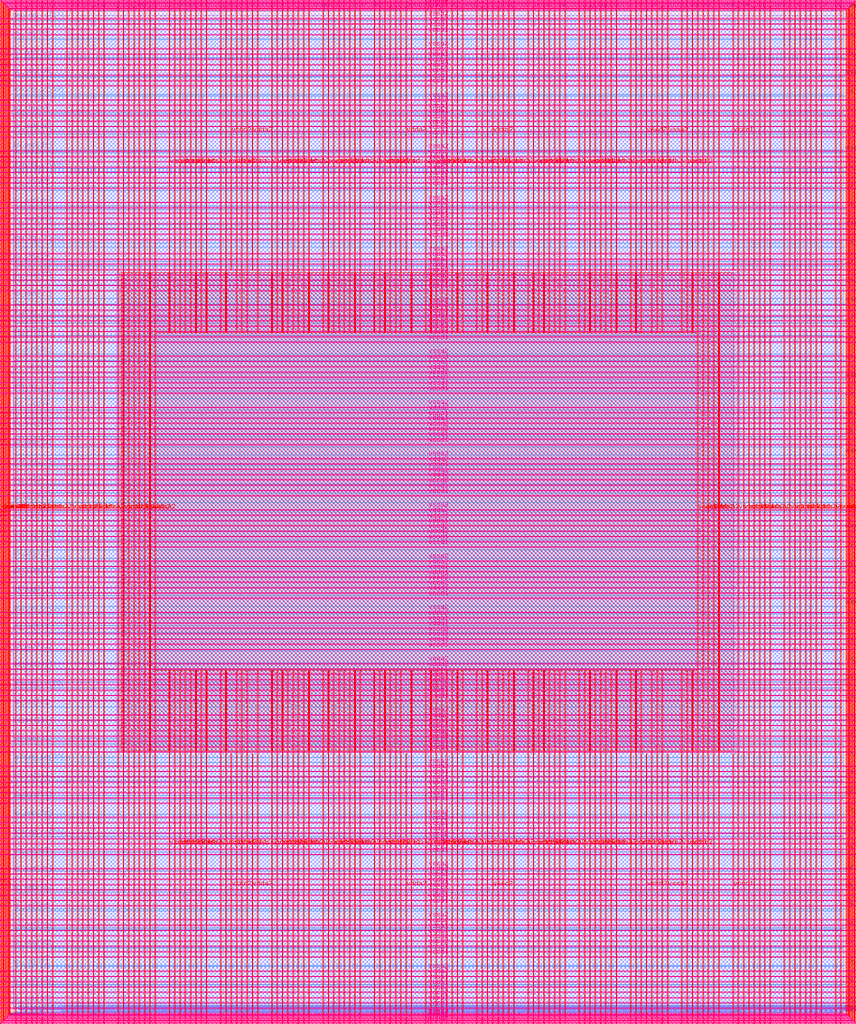
<source format=lef>
VERSION 5.7 ;
  NOWIREEXTENSIONATPIN ON ;
  DIVIDERCHAR "/" ;
  BUSBITCHARS "[]" ;
MACRO user_project_wrapper
  CLASS BLOCK ;
  FOREIGN user_project_wrapper ;
  ORIGIN 0.000 0.000 ;
  SIZE 2920.000 BY 3520.000 ;
  PIN analog_io[0]
    DIRECTION INOUT ;
    USE SIGNAL ;
    PORT
      LAYER met3 ;
        RECT 2917.600 1426.380 2924.800 1427.580 ;
    END
  END analog_io[0]
  PIN analog_io[10]
    DIRECTION INOUT ;
    USE SIGNAL ;
    PORT
      LAYER met2 ;
        RECT 2230.490 3517.600 2231.050 3524.800 ;
    END
  END analog_io[10]
  PIN analog_io[11]
    DIRECTION INOUT ;
    USE SIGNAL ;
    PORT
      LAYER met2 ;
        RECT 1905.730 3517.600 1906.290 3524.800 ;
    END
  END analog_io[11]
  PIN analog_io[12]
    DIRECTION INOUT ;
    USE SIGNAL ;
    PORT
      LAYER met2 ;
        RECT 1581.430 3517.600 1581.990 3524.800 ;
    END
  END analog_io[12]
  PIN analog_io[13]
    DIRECTION INOUT ;
    USE SIGNAL ;
    PORT
      LAYER met2 ;
        RECT 1257.130 3517.600 1257.690 3524.800 ;
    END
  END analog_io[13]
  PIN analog_io[14]
    DIRECTION INOUT ;
    USE SIGNAL ;
    PORT
      LAYER met2 ;
        RECT 932.370 3517.600 932.930 3524.800 ;
    END
  END analog_io[14]
  PIN analog_io[15]
    DIRECTION INOUT ;
    USE SIGNAL ;
    PORT
      LAYER met2 ;
        RECT 608.070 3517.600 608.630 3524.800 ;
    END
  END analog_io[15]
  PIN analog_io[16]
    DIRECTION INOUT ;
    USE SIGNAL ;
    PORT
      LAYER met2 ;
        RECT 283.770 3517.600 284.330 3524.800 ;
    END
  END analog_io[16]
  PIN analog_io[17]
    DIRECTION INOUT ;
    USE SIGNAL ;
    PORT
      LAYER met3 ;
        RECT -4.800 3486.100 2.400 3487.300 ;
    END
  END analog_io[17]
  PIN analog_io[18]
    DIRECTION INOUT ;
    USE SIGNAL ;
    PORT
      LAYER met3 ;
        RECT -4.800 3224.980 2.400 3226.180 ;
    END
  END analog_io[18]
  PIN analog_io[19]
    DIRECTION INOUT ;
    USE SIGNAL ;
    PORT
      LAYER met3 ;
        RECT -4.800 2964.540 2.400 2965.740 ;
    END
  END analog_io[19]
  PIN analog_io[1]
    DIRECTION INOUT ;
    USE SIGNAL ;
    PORT
      LAYER met3 ;
        RECT 2917.600 1692.260 2924.800 1693.460 ;
    END
  END analog_io[1]
  PIN analog_io[20]
    DIRECTION INOUT ;
    USE SIGNAL ;
    PORT
      LAYER met3 ;
        RECT -4.800 2703.420 2.400 2704.620 ;
    END
  END analog_io[20]
  PIN analog_io[21]
    DIRECTION INOUT ;
    USE SIGNAL ;
    PORT
      LAYER met3 ;
        RECT -4.800 2442.980 2.400 2444.180 ;
    END
  END analog_io[21]
  PIN analog_io[22]
    DIRECTION INOUT ;
    USE SIGNAL ;
    PORT
      LAYER met3 ;
        RECT -4.800 2182.540 2.400 2183.740 ;
    END
  END analog_io[22]
  PIN analog_io[23]
    DIRECTION INOUT ;
    USE SIGNAL ;
    PORT
      LAYER met3 ;
        RECT -4.800 1921.420 2.400 1922.620 ;
    END
  END analog_io[23]
  PIN analog_io[24]
    DIRECTION INOUT ;
    USE SIGNAL ;
    PORT
      LAYER met3 ;
        RECT -4.800 1660.980 2.400 1662.180 ;
    END
  END analog_io[24]
  PIN analog_io[25]
    DIRECTION INOUT ;
    USE SIGNAL ;
    PORT
      LAYER met3 ;
        RECT -4.800 1399.860 2.400 1401.060 ;
    END
  END analog_io[25]
  PIN analog_io[26]
    DIRECTION INOUT ;
    USE SIGNAL ;
    PORT
      LAYER met3 ;
        RECT -4.800 1139.420 2.400 1140.620 ;
    END
  END analog_io[26]
  PIN analog_io[27]
    DIRECTION INOUT ;
    USE SIGNAL ;
    PORT
      LAYER met3 ;
        RECT -4.800 878.980 2.400 880.180 ;
    END
  END analog_io[27]
  PIN analog_io[28]
    DIRECTION INOUT ;
    USE SIGNAL ;
    PORT
      LAYER met3 ;
        RECT -4.800 617.860 2.400 619.060 ;
    END
  END analog_io[28]
  PIN analog_io[2]
    DIRECTION INOUT ;
    USE SIGNAL ;
    PORT
      LAYER met3 ;
        RECT 2917.600 1958.140 2924.800 1959.340 ;
    END
  END analog_io[2]
  PIN analog_io[3]
    DIRECTION INOUT ;
    USE SIGNAL ;
    PORT
      LAYER met3 ;
        RECT 2917.600 2223.340 2924.800 2224.540 ;
    END
  END analog_io[3]
  PIN analog_io[4]
    DIRECTION INOUT ;
    USE SIGNAL ;
    PORT
      LAYER met3 ;
        RECT 2917.600 2489.220 2924.800 2490.420 ;
    END
  END analog_io[4]
  PIN analog_io[5]
    DIRECTION INOUT ;
    USE SIGNAL ;
    PORT
      LAYER met3 ;
        RECT 2917.600 2755.100 2924.800 2756.300 ;
    END
  END analog_io[5]
  PIN analog_io[6]
    DIRECTION INOUT ;
    USE SIGNAL ;
    PORT
      LAYER met3 ;
        RECT 2917.600 3020.300 2924.800 3021.500 ;
    END
  END analog_io[6]
  PIN analog_io[7]
    DIRECTION INOUT ;
    USE SIGNAL ;
    PORT
      LAYER met3 ;
        RECT 2917.600 3286.180 2924.800 3287.380 ;
    END
  END analog_io[7]
  PIN analog_io[8]
    DIRECTION INOUT ;
    USE SIGNAL ;
    PORT
      LAYER met2 ;
        RECT 2879.090 3517.600 2879.650 3524.800 ;
    END
  END analog_io[8]
  PIN analog_io[9]
    DIRECTION INOUT ;
    USE SIGNAL ;
    PORT
      LAYER met2 ;
        RECT 2554.790 3517.600 2555.350 3524.800 ;
    END
  END analog_io[9]
  PIN io_in[0]
    DIRECTION INPUT ;
    USE SIGNAL ;
    PORT
      LAYER met3 ;
        RECT 2917.600 32.380 2924.800 33.580 ;
    END
  END io_in[0]
  PIN io_in[10]
    DIRECTION INPUT ;
    USE SIGNAL ;
    PORT
      LAYER met3 ;
        RECT 2917.600 2289.980 2924.800 2291.180 ;
    END
  END io_in[10]
  PIN io_in[11]
    DIRECTION INPUT ;
    USE SIGNAL ;
    PORT
      LAYER met3 ;
        RECT 2917.600 2555.860 2924.800 2557.060 ;
    END
  END io_in[11]
  PIN io_in[12]
    DIRECTION INPUT ;
    USE SIGNAL ;
    PORT
      LAYER met3 ;
        RECT 2917.600 2821.060 2924.800 2822.260 ;
    END
  END io_in[12]
  PIN io_in[13]
    DIRECTION INPUT ;
    USE SIGNAL ;
    PORT
      LAYER met3 ;
        RECT 2917.600 3086.940 2924.800 3088.140 ;
    END
  END io_in[13]
  PIN io_in[14]
    DIRECTION INPUT ;
    USE SIGNAL ;
    PORT
      LAYER met3 ;
        RECT 2917.600 3352.820 2924.800 3354.020 ;
    END
  END io_in[14]
  PIN io_in[15]
    DIRECTION INPUT ;
    USE SIGNAL ;
    PORT
      LAYER met2 ;
        RECT 2798.130 3517.600 2798.690 3524.800 ;
    END
  END io_in[15]
  PIN io_in[16]
    DIRECTION INPUT ;
    USE SIGNAL ;
    PORT
      LAYER met2 ;
        RECT 2473.830 3517.600 2474.390 3524.800 ;
    END
  END io_in[16]
  PIN io_in[17]
    DIRECTION INPUT ;
    USE SIGNAL ;
    PORT
      LAYER met2 ;
        RECT 2149.070 3517.600 2149.630 3524.800 ;
    END
  END io_in[17]
  PIN io_in[18]
    DIRECTION INPUT ;
    USE SIGNAL ;
    PORT
      LAYER met2 ;
        RECT 1824.770 3517.600 1825.330 3524.800 ;
    END
  END io_in[18]
  PIN io_in[19]
    DIRECTION INPUT ;
    USE SIGNAL ;
    PORT
      LAYER met2 ;
        RECT 1500.470 3517.600 1501.030 3524.800 ;
    END
  END io_in[19]
  PIN io_in[1]
    DIRECTION INPUT ;
    USE SIGNAL ;
    PORT
      LAYER met3 ;
        RECT 2917.600 230.940 2924.800 232.140 ;
    END
  END io_in[1]
  PIN io_in[20]
    DIRECTION INPUT ;
    USE SIGNAL ;
    PORT
      LAYER met2 ;
        RECT 1175.710 3517.600 1176.270 3524.800 ;
    END
  END io_in[20]
  PIN io_in[21]
    DIRECTION INPUT ;
    USE SIGNAL ;
    PORT
      LAYER met2 ;
        RECT 851.410 3517.600 851.970 3524.800 ;
    END
  END io_in[21]
  PIN io_in[22]
    DIRECTION INPUT ;
    USE SIGNAL ;
    PORT
      LAYER met2 ;
        RECT 527.110 3517.600 527.670 3524.800 ;
    END
  END io_in[22]
  PIN io_in[23]
    DIRECTION INPUT ;
    USE SIGNAL ;
    PORT
      LAYER met2 ;
        RECT 202.350 3517.600 202.910 3524.800 ;
    END
  END io_in[23]
  PIN io_in[24]
    DIRECTION INPUT ;
    USE SIGNAL ;
    PORT
      LAYER met3 ;
        RECT -4.800 3420.820 2.400 3422.020 ;
    END
  END io_in[24]
  PIN io_in[25]
    DIRECTION INPUT ;
    USE SIGNAL ;
    PORT
      LAYER met3 ;
        RECT -4.800 3159.700 2.400 3160.900 ;
    END
  END io_in[25]
  PIN io_in[26]
    DIRECTION INPUT ;
    USE SIGNAL ;
    PORT
      LAYER met3 ;
        RECT -4.800 2899.260 2.400 2900.460 ;
    END
  END io_in[26]
  PIN io_in[27]
    DIRECTION INPUT ;
    USE SIGNAL ;
    PORT
      LAYER met3 ;
        RECT -4.800 2638.820 2.400 2640.020 ;
    END
  END io_in[27]
  PIN io_in[28]
    DIRECTION INPUT ;
    USE SIGNAL ;
    PORT
      LAYER met3 ;
        RECT -4.800 2377.700 2.400 2378.900 ;
    END
  END io_in[28]
  PIN io_in[29]
    DIRECTION INPUT ;
    USE SIGNAL ;
    PORT
      LAYER met3 ;
        RECT -4.800 2117.260 2.400 2118.460 ;
    END
  END io_in[29]
  PIN io_in[2]
    DIRECTION INPUT ;
    USE SIGNAL ;
    PORT
      LAYER met3 ;
        RECT 2917.600 430.180 2924.800 431.380 ;
    END
  END io_in[2]
  PIN io_in[30]
    DIRECTION INPUT ;
    USE SIGNAL ;
    PORT
      LAYER met3 ;
        RECT -4.800 1856.140 2.400 1857.340 ;
    END
  END io_in[30]
  PIN io_in[31]
    DIRECTION INPUT ;
    USE SIGNAL ;
    PORT
      LAYER met3 ;
        RECT -4.800 1595.700 2.400 1596.900 ;
    END
  END io_in[31]
  PIN io_in[32]
    DIRECTION INPUT ;
    USE SIGNAL ;
    PORT
      LAYER met3 ;
        RECT -4.800 1335.260 2.400 1336.460 ;
    END
  END io_in[32]
  PIN io_in[33]
    DIRECTION INPUT ;
    USE SIGNAL ;
    PORT
      LAYER met3 ;
        RECT -4.800 1074.140 2.400 1075.340 ;
    END
  END io_in[33]
  PIN io_in[34]
    DIRECTION INPUT ;
    USE SIGNAL ;
    PORT
      LAYER met3 ;
        RECT -4.800 813.700 2.400 814.900 ;
    END
  END io_in[34]
  PIN io_in[35]
    DIRECTION INPUT ;
    USE SIGNAL ;
    PORT
      LAYER met3 ;
        RECT -4.800 552.580 2.400 553.780 ;
    END
  END io_in[35]
  PIN io_in[36]
    DIRECTION INPUT ;
    USE SIGNAL ;
    PORT
      LAYER met3 ;
        RECT -4.800 357.420 2.400 358.620 ;
    END
  END io_in[36]
  PIN io_in[37]
    DIRECTION INPUT ;
    USE SIGNAL ;
    PORT
      LAYER met3 ;
        RECT -4.800 161.580 2.400 162.780 ;
    END
  END io_in[37]
  PIN io_in[3]
    DIRECTION INPUT ;
    USE SIGNAL ;
    PORT
      LAYER met3 ;
        RECT 2917.600 629.420 2924.800 630.620 ;
    END
  END io_in[3]
  PIN io_in[4]
    DIRECTION INPUT ;
    USE SIGNAL ;
    PORT
      LAYER met3 ;
        RECT 2917.600 828.660 2924.800 829.860 ;
    END
  END io_in[4]
  PIN io_in[5]
    DIRECTION INPUT ;
    USE SIGNAL ;
    PORT
      LAYER met3 ;
        RECT 2917.600 1027.900 2924.800 1029.100 ;
    END
  END io_in[5]
  PIN io_in[6]
    DIRECTION INPUT ;
    USE SIGNAL ;
    PORT
      LAYER met3 ;
        RECT 2917.600 1227.140 2924.800 1228.340 ;
    END
  END io_in[6]
  PIN io_in[7]
    DIRECTION INPUT ;
    USE SIGNAL ;
    PORT
      LAYER met3 ;
        RECT 2917.600 1493.020 2924.800 1494.220 ;
    END
  END io_in[7]
  PIN io_in[8]
    DIRECTION INPUT ;
    USE SIGNAL ;
    PORT
      LAYER met3 ;
        RECT 2917.600 1758.900 2924.800 1760.100 ;
    END
  END io_in[8]
  PIN io_in[9]
    DIRECTION INPUT ;
    USE SIGNAL ;
    PORT
      LAYER met3 ;
        RECT 2917.600 2024.100 2924.800 2025.300 ;
    END
  END io_in[9]
  PIN io_oeb[0]
    DIRECTION OUTPUT TRISTATE ;
    USE SIGNAL ;
    PORT
      LAYER met3 ;
        RECT 2917.600 164.980 2924.800 166.180 ;
    END
  END io_oeb[0]
  PIN io_oeb[10]
    DIRECTION OUTPUT TRISTATE ;
    USE SIGNAL ;
    PORT
      LAYER met3 ;
        RECT 2917.600 2422.580 2924.800 2423.780 ;
    END
  END io_oeb[10]
  PIN io_oeb[11]
    DIRECTION OUTPUT TRISTATE ;
    USE SIGNAL ;
    PORT
      LAYER met3 ;
        RECT 2917.600 2688.460 2924.800 2689.660 ;
    END
  END io_oeb[11]
  PIN io_oeb[12]
    DIRECTION OUTPUT TRISTATE ;
    USE SIGNAL ;
    PORT
      LAYER met3 ;
        RECT 2917.600 2954.340 2924.800 2955.540 ;
    END
  END io_oeb[12]
  PIN io_oeb[13]
    DIRECTION OUTPUT TRISTATE ;
    USE SIGNAL ;
    PORT
      LAYER met3 ;
        RECT 2917.600 3219.540 2924.800 3220.740 ;
    END
  END io_oeb[13]
  PIN io_oeb[14]
    DIRECTION OUTPUT TRISTATE ;
    USE SIGNAL ;
    PORT
      LAYER met3 ;
        RECT 2917.600 3485.420 2924.800 3486.620 ;
    END
  END io_oeb[14]
  PIN io_oeb[15]
    DIRECTION OUTPUT TRISTATE ;
    USE SIGNAL ;
    PORT
      LAYER met2 ;
        RECT 2635.750 3517.600 2636.310 3524.800 ;
    END
  END io_oeb[15]
  PIN io_oeb[16]
    DIRECTION OUTPUT TRISTATE ;
    USE SIGNAL ;
    PORT
      LAYER met2 ;
        RECT 2311.450 3517.600 2312.010 3524.800 ;
    END
  END io_oeb[16]
  PIN io_oeb[17]
    DIRECTION OUTPUT TRISTATE ;
    USE SIGNAL ;
    PORT
      LAYER met2 ;
        RECT 1987.150 3517.600 1987.710 3524.800 ;
    END
  END io_oeb[17]
  PIN io_oeb[18]
    DIRECTION OUTPUT TRISTATE ;
    USE SIGNAL ;
    PORT
      LAYER met2 ;
        RECT 1662.390 3517.600 1662.950 3524.800 ;
    END
  END io_oeb[18]
  PIN io_oeb[19]
    DIRECTION OUTPUT TRISTATE ;
    USE SIGNAL ;
    PORT
      LAYER met2 ;
        RECT 1338.090 3517.600 1338.650 3524.800 ;
    END
  END io_oeb[19]
  PIN io_oeb[1]
    DIRECTION OUTPUT TRISTATE ;
    USE SIGNAL ;
    PORT
      LAYER met3 ;
        RECT 2917.600 364.220 2924.800 365.420 ;
    END
  END io_oeb[1]
  PIN io_oeb[20]
    DIRECTION OUTPUT TRISTATE ;
    USE SIGNAL ;
    PORT
      LAYER met2 ;
        RECT 1013.790 3517.600 1014.350 3524.800 ;
    END
  END io_oeb[20]
  PIN io_oeb[21]
    DIRECTION OUTPUT TRISTATE ;
    USE SIGNAL ;
    PORT
      LAYER met2 ;
        RECT 689.030 3517.600 689.590 3524.800 ;
    END
  END io_oeb[21]
  PIN io_oeb[22]
    DIRECTION OUTPUT TRISTATE ;
    USE SIGNAL ;
    PORT
      LAYER met2 ;
        RECT 364.730 3517.600 365.290 3524.800 ;
    END
  END io_oeb[22]
  PIN io_oeb[23]
    DIRECTION OUTPUT TRISTATE ;
    USE SIGNAL ;
    PORT
      LAYER met2 ;
        RECT 40.430 3517.600 40.990 3524.800 ;
    END
  END io_oeb[23]
  PIN io_oeb[24]
    DIRECTION OUTPUT TRISTATE ;
    USE SIGNAL ;
    PORT
      LAYER met3 ;
        RECT -4.800 3290.260 2.400 3291.460 ;
    END
  END io_oeb[24]
  PIN io_oeb[25]
    DIRECTION OUTPUT TRISTATE ;
    USE SIGNAL ;
    PORT
      LAYER met3 ;
        RECT -4.800 3029.820 2.400 3031.020 ;
    END
  END io_oeb[25]
  PIN io_oeb[26]
    DIRECTION OUTPUT TRISTATE ;
    USE SIGNAL ;
    PORT
      LAYER met3 ;
        RECT -4.800 2768.700 2.400 2769.900 ;
    END
  END io_oeb[26]
  PIN io_oeb[27]
    DIRECTION OUTPUT TRISTATE ;
    USE SIGNAL ;
    PORT
      LAYER met3 ;
        RECT -4.800 2508.260 2.400 2509.460 ;
    END
  END io_oeb[27]
  PIN io_oeb[28]
    DIRECTION OUTPUT TRISTATE ;
    USE SIGNAL ;
    PORT
      LAYER met3 ;
        RECT -4.800 2247.140 2.400 2248.340 ;
    END
  END io_oeb[28]
  PIN io_oeb[29]
    DIRECTION OUTPUT TRISTATE ;
    USE SIGNAL ;
    PORT
      LAYER met3 ;
        RECT -4.800 1986.700 2.400 1987.900 ;
    END
  END io_oeb[29]
  PIN io_oeb[2]
    DIRECTION OUTPUT TRISTATE ;
    USE SIGNAL ;
    PORT
      LAYER met3 ;
        RECT 2917.600 563.460 2924.800 564.660 ;
    END
  END io_oeb[2]
  PIN io_oeb[30]
    DIRECTION OUTPUT TRISTATE ;
    USE SIGNAL ;
    PORT
      LAYER met3 ;
        RECT -4.800 1726.260 2.400 1727.460 ;
    END
  END io_oeb[30]
  PIN io_oeb[31]
    DIRECTION OUTPUT TRISTATE ;
    USE SIGNAL ;
    PORT
      LAYER met3 ;
        RECT -4.800 1465.140 2.400 1466.340 ;
    END
  END io_oeb[31]
  PIN io_oeb[32]
    DIRECTION OUTPUT TRISTATE ;
    USE SIGNAL ;
    PORT
      LAYER met3 ;
        RECT -4.800 1204.700 2.400 1205.900 ;
    END
  END io_oeb[32]
  PIN io_oeb[33]
    DIRECTION OUTPUT TRISTATE ;
    USE SIGNAL ;
    PORT
      LAYER met3 ;
        RECT -4.800 943.580 2.400 944.780 ;
    END
  END io_oeb[33]
  PIN io_oeb[34]
    DIRECTION OUTPUT TRISTATE ;
    USE SIGNAL ;
    PORT
      LAYER met3 ;
        RECT -4.800 683.140 2.400 684.340 ;
    END
  END io_oeb[34]
  PIN io_oeb[35]
    DIRECTION OUTPUT TRISTATE ;
    USE SIGNAL ;
    PORT
      LAYER met3 ;
        RECT -4.800 422.700 2.400 423.900 ;
    END
  END io_oeb[35]
  PIN io_oeb[36]
    DIRECTION OUTPUT TRISTATE ;
    USE SIGNAL ;
    PORT
      LAYER met3 ;
        RECT -4.800 226.860 2.400 228.060 ;
    END
  END io_oeb[36]
  PIN io_oeb[37]
    DIRECTION OUTPUT TRISTATE ;
    USE SIGNAL ;
    PORT
      LAYER met3 ;
        RECT -4.800 31.700 2.400 32.900 ;
    END
  END io_oeb[37]
  PIN io_oeb[3]
    DIRECTION OUTPUT TRISTATE ;
    USE SIGNAL ;
    PORT
      LAYER met3 ;
        RECT 2917.600 762.700 2924.800 763.900 ;
    END
  END io_oeb[3]
  PIN io_oeb[4]
    DIRECTION OUTPUT TRISTATE ;
    USE SIGNAL ;
    PORT
      LAYER met3 ;
        RECT 2917.600 961.940 2924.800 963.140 ;
    END
  END io_oeb[4]
  PIN io_oeb[5]
    DIRECTION OUTPUT TRISTATE ;
    USE SIGNAL ;
    PORT
      LAYER met3 ;
        RECT 2917.600 1161.180 2924.800 1162.380 ;
    END
  END io_oeb[5]
  PIN io_oeb[6]
    DIRECTION OUTPUT TRISTATE ;
    USE SIGNAL ;
    PORT
      LAYER met3 ;
        RECT 2917.600 1360.420 2924.800 1361.620 ;
    END
  END io_oeb[6]
  PIN io_oeb[7]
    DIRECTION OUTPUT TRISTATE ;
    USE SIGNAL ;
    PORT
      LAYER met3 ;
        RECT 2917.600 1625.620 2924.800 1626.820 ;
    END
  END io_oeb[7]
  PIN io_oeb[8]
    DIRECTION OUTPUT TRISTATE ;
    USE SIGNAL ;
    PORT
      LAYER met3 ;
        RECT 2917.600 1891.500 2924.800 1892.700 ;
    END
  END io_oeb[8]
  PIN io_oeb[9]
    DIRECTION OUTPUT TRISTATE ;
    USE SIGNAL ;
    PORT
      LAYER met3 ;
        RECT 2917.600 2157.380 2924.800 2158.580 ;
    END
  END io_oeb[9]
  PIN io_out[0]
    DIRECTION OUTPUT TRISTATE ;
    USE SIGNAL ;
    PORT
      LAYER met3 ;
        RECT 2917.600 98.340 2924.800 99.540 ;
    END
  END io_out[0]
  PIN io_out[10]
    DIRECTION OUTPUT TRISTATE ;
    USE SIGNAL ;
    PORT
      LAYER met3 ;
        RECT 2917.600 2356.620 2924.800 2357.820 ;
    END
  END io_out[10]
  PIN io_out[11]
    DIRECTION OUTPUT TRISTATE ;
    USE SIGNAL ;
    PORT
      LAYER met3 ;
        RECT 2917.600 2621.820 2924.800 2623.020 ;
    END
  END io_out[11]
  PIN io_out[12]
    DIRECTION OUTPUT TRISTATE ;
    USE SIGNAL ;
    PORT
      LAYER met3 ;
        RECT 2917.600 2887.700 2924.800 2888.900 ;
    END
  END io_out[12]
  PIN io_out[13]
    DIRECTION OUTPUT TRISTATE ;
    USE SIGNAL ;
    PORT
      LAYER met3 ;
        RECT 2917.600 3153.580 2924.800 3154.780 ;
    END
  END io_out[13]
  PIN io_out[14]
    DIRECTION OUTPUT TRISTATE ;
    USE SIGNAL ;
    PORT
      LAYER met3 ;
        RECT 2917.600 3418.780 2924.800 3419.980 ;
    END
  END io_out[14]
  PIN io_out[15]
    DIRECTION OUTPUT TRISTATE ;
    USE SIGNAL ;
    PORT
      LAYER met2 ;
        RECT 2717.170 3517.600 2717.730 3524.800 ;
    END
  END io_out[15]
  PIN io_out[16]
    DIRECTION OUTPUT TRISTATE ;
    USE SIGNAL ;
    PORT
      LAYER met2 ;
        RECT 2392.410 3517.600 2392.970 3524.800 ;
    END
  END io_out[16]
  PIN io_out[17]
    DIRECTION OUTPUT TRISTATE ;
    USE SIGNAL ;
    PORT
      LAYER met2 ;
        RECT 2068.110 3517.600 2068.670 3524.800 ;
    END
  END io_out[17]
  PIN io_out[18]
    DIRECTION OUTPUT TRISTATE ;
    USE SIGNAL ;
    PORT
      LAYER met2 ;
        RECT 1743.810 3517.600 1744.370 3524.800 ;
    END
  END io_out[18]
  PIN io_out[19]
    DIRECTION OUTPUT TRISTATE ;
    USE SIGNAL ;
    PORT
      LAYER met2 ;
        RECT 1419.050 3517.600 1419.610 3524.800 ;
    END
  END io_out[19]
  PIN io_out[1]
    DIRECTION OUTPUT TRISTATE ;
    USE SIGNAL ;
    PORT
      LAYER met3 ;
        RECT 2917.600 297.580 2924.800 298.780 ;
    END
  END io_out[1]
  PIN io_out[20]
    DIRECTION OUTPUT TRISTATE ;
    USE SIGNAL ;
    PORT
      LAYER met2 ;
        RECT 1094.750 3517.600 1095.310 3524.800 ;
    END
  END io_out[20]
  PIN io_out[21]
    DIRECTION OUTPUT TRISTATE ;
    USE SIGNAL ;
    PORT
      LAYER met2 ;
        RECT 770.450 3517.600 771.010 3524.800 ;
    END
  END io_out[21]
  PIN io_out[22]
    DIRECTION OUTPUT TRISTATE ;
    USE SIGNAL ;
    PORT
      LAYER met2 ;
        RECT 445.690 3517.600 446.250 3524.800 ;
    END
  END io_out[22]
  PIN io_out[23]
    DIRECTION OUTPUT TRISTATE ;
    USE SIGNAL ;
    PORT
      LAYER met2 ;
        RECT 121.390 3517.600 121.950 3524.800 ;
    END
  END io_out[23]
  PIN io_out[24]
    DIRECTION OUTPUT TRISTATE ;
    USE SIGNAL ;
    PORT
      LAYER met3 ;
        RECT -4.800 3355.540 2.400 3356.740 ;
    END
  END io_out[24]
  PIN io_out[25]
    DIRECTION OUTPUT TRISTATE ;
    USE SIGNAL ;
    PORT
      LAYER met3 ;
        RECT -4.800 3095.100 2.400 3096.300 ;
    END
  END io_out[25]
  PIN io_out[26]
    DIRECTION OUTPUT TRISTATE ;
    USE SIGNAL ;
    PORT
      LAYER met3 ;
        RECT -4.800 2833.980 2.400 2835.180 ;
    END
  END io_out[26]
  PIN io_out[27]
    DIRECTION OUTPUT TRISTATE ;
    USE SIGNAL ;
    PORT
      LAYER met3 ;
        RECT -4.800 2573.540 2.400 2574.740 ;
    END
  END io_out[27]
  PIN io_out[28]
    DIRECTION OUTPUT TRISTATE ;
    USE SIGNAL ;
    PORT
      LAYER met3 ;
        RECT -4.800 2312.420 2.400 2313.620 ;
    END
  END io_out[28]
  PIN io_out[29]
    DIRECTION OUTPUT TRISTATE ;
    USE SIGNAL ;
    PORT
      LAYER met3 ;
        RECT -4.800 2051.980 2.400 2053.180 ;
    END
  END io_out[29]
  PIN io_out[2]
    DIRECTION OUTPUT TRISTATE ;
    USE SIGNAL ;
    PORT
      LAYER met3 ;
        RECT 2917.600 496.820 2924.800 498.020 ;
    END
  END io_out[2]
  PIN io_out[30]
    DIRECTION OUTPUT TRISTATE ;
    USE SIGNAL ;
    PORT
      LAYER met3 ;
        RECT -4.800 1791.540 2.400 1792.740 ;
    END
  END io_out[30]
  PIN io_out[31]
    DIRECTION OUTPUT TRISTATE ;
    USE SIGNAL ;
    PORT
      LAYER met3 ;
        RECT -4.800 1530.420 2.400 1531.620 ;
    END
  END io_out[31]
  PIN io_out[32]
    DIRECTION OUTPUT TRISTATE ;
    USE SIGNAL ;
    PORT
      LAYER met3 ;
        RECT -4.800 1269.980 2.400 1271.180 ;
    END
  END io_out[32]
  PIN io_out[33]
    DIRECTION OUTPUT TRISTATE ;
    USE SIGNAL ;
    PORT
      LAYER met3 ;
        RECT -4.800 1008.860 2.400 1010.060 ;
    END
  END io_out[33]
  PIN io_out[34]
    DIRECTION OUTPUT TRISTATE ;
    USE SIGNAL ;
    PORT
      LAYER met3 ;
        RECT -4.800 748.420 2.400 749.620 ;
    END
  END io_out[34]
  PIN io_out[35]
    DIRECTION OUTPUT TRISTATE ;
    USE SIGNAL ;
    PORT
      LAYER met3 ;
        RECT -4.800 487.300 2.400 488.500 ;
    END
  END io_out[35]
  PIN io_out[36]
    DIRECTION OUTPUT TRISTATE ;
    USE SIGNAL ;
    PORT
      LAYER met3 ;
        RECT -4.800 292.140 2.400 293.340 ;
    END
  END io_out[36]
  PIN io_out[37]
    DIRECTION OUTPUT TRISTATE ;
    USE SIGNAL ;
    PORT
      LAYER met3 ;
        RECT -4.800 96.300 2.400 97.500 ;
    END
  END io_out[37]
  PIN io_out[3]
    DIRECTION OUTPUT TRISTATE ;
    USE SIGNAL ;
    PORT
      LAYER met3 ;
        RECT 2917.600 696.060 2924.800 697.260 ;
    END
  END io_out[3]
  PIN io_out[4]
    DIRECTION OUTPUT TRISTATE ;
    USE SIGNAL ;
    PORT
      LAYER met3 ;
        RECT 2917.600 895.300 2924.800 896.500 ;
    END
  END io_out[4]
  PIN io_out[5]
    DIRECTION OUTPUT TRISTATE ;
    USE SIGNAL ;
    PORT
      LAYER met3 ;
        RECT 2917.600 1094.540 2924.800 1095.740 ;
    END
  END io_out[5]
  PIN io_out[6]
    DIRECTION OUTPUT TRISTATE ;
    USE SIGNAL ;
    PORT
      LAYER met3 ;
        RECT 2917.600 1293.780 2924.800 1294.980 ;
    END
  END io_out[6]
  PIN io_out[7]
    DIRECTION OUTPUT TRISTATE ;
    USE SIGNAL ;
    PORT
      LAYER met3 ;
        RECT 2917.600 1559.660 2924.800 1560.860 ;
    END
  END io_out[7]
  PIN io_out[8]
    DIRECTION OUTPUT TRISTATE ;
    USE SIGNAL ;
    PORT
      LAYER met3 ;
        RECT 2917.600 1824.860 2924.800 1826.060 ;
    END
  END io_out[8]
  PIN io_out[9]
    DIRECTION OUTPUT TRISTATE ;
    USE SIGNAL ;
    PORT
      LAYER met3 ;
        RECT 2917.600 2090.740 2924.800 2091.940 ;
    END
  END io_out[9]
  PIN la_data_in[0]
    DIRECTION INPUT ;
    USE SIGNAL ;
    PORT
      LAYER met2 ;
        RECT 629.230 -4.800 629.790 2.400 ;
    END
  END la_data_in[0]
  PIN la_data_in[100]
    DIRECTION INPUT ;
    USE SIGNAL ;
    PORT
      LAYER met2 ;
        RECT 2402.530 -4.800 2403.090 2.400 ;
    END
  END la_data_in[100]
  PIN la_data_in[101]
    DIRECTION INPUT ;
    USE SIGNAL ;
    PORT
      LAYER met2 ;
        RECT 2420.010 -4.800 2420.570 2.400 ;
    END
  END la_data_in[101]
  PIN la_data_in[102]
    DIRECTION INPUT ;
    USE SIGNAL ;
    PORT
      LAYER met2 ;
        RECT 2437.950 -4.800 2438.510 2.400 ;
    END
  END la_data_in[102]
  PIN la_data_in[103]
    DIRECTION INPUT ;
    USE SIGNAL ;
    PORT
      LAYER met2 ;
        RECT 2455.430 -4.800 2455.990 2.400 ;
    END
  END la_data_in[103]
  PIN la_data_in[104]
    DIRECTION INPUT ;
    USE SIGNAL ;
    PORT
      LAYER met2 ;
        RECT 2473.370 -4.800 2473.930 2.400 ;
    END
  END la_data_in[104]
  PIN la_data_in[105]
    DIRECTION INPUT ;
    USE SIGNAL ;
    PORT
      LAYER met2 ;
        RECT 2490.850 -4.800 2491.410 2.400 ;
    END
  END la_data_in[105]
  PIN la_data_in[106]
    DIRECTION INPUT ;
    USE SIGNAL ;
    PORT
      LAYER met2 ;
        RECT 2508.790 -4.800 2509.350 2.400 ;
    END
  END la_data_in[106]
  PIN la_data_in[107]
    DIRECTION INPUT ;
    USE SIGNAL ;
    PORT
      LAYER met2 ;
        RECT 2526.730 -4.800 2527.290 2.400 ;
    END
  END la_data_in[107]
  PIN la_data_in[108]
    DIRECTION INPUT ;
    USE SIGNAL ;
    PORT
      LAYER met2 ;
        RECT 2544.210 -4.800 2544.770 2.400 ;
    END
  END la_data_in[108]
  PIN la_data_in[109]
    DIRECTION INPUT ;
    USE SIGNAL ;
    PORT
      LAYER met2 ;
        RECT 2562.150 -4.800 2562.710 2.400 ;
    END
  END la_data_in[109]
  PIN la_data_in[10]
    DIRECTION INPUT ;
    USE SIGNAL ;
    PORT
      LAYER met2 ;
        RECT 806.330 -4.800 806.890 2.400 ;
    END
  END la_data_in[10]
  PIN la_data_in[110]
    DIRECTION INPUT ;
    USE SIGNAL ;
    PORT
      LAYER met2 ;
        RECT 2579.630 -4.800 2580.190 2.400 ;
    END
  END la_data_in[110]
  PIN la_data_in[111]
    DIRECTION INPUT ;
    USE SIGNAL ;
    PORT
      LAYER met2 ;
        RECT 2597.570 -4.800 2598.130 2.400 ;
    END
  END la_data_in[111]
  PIN la_data_in[112]
    DIRECTION INPUT ;
    USE SIGNAL ;
    PORT
      LAYER met2 ;
        RECT 2615.050 -4.800 2615.610 2.400 ;
    END
  END la_data_in[112]
  PIN la_data_in[113]
    DIRECTION INPUT ;
    USE SIGNAL ;
    PORT
      LAYER met2 ;
        RECT 2632.990 -4.800 2633.550 2.400 ;
    END
  END la_data_in[113]
  PIN la_data_in[114]
    DIRECTION INPUT ;
    USE SIGNAL ;
    PORT
      LAYER met2 ;
        RECT 2650.470 -4.800 2651.030 2.400 ;
    END
  END la_data_in[114]
  PIN la_data_in[115]
    DIRECTION INPUT ;
    USE SIGNAL ;
    PORT
      LAYER met2 ;
        RECT 2668.410 -4.800 2668.970 2.400 ;
    END
  END la_data_in[115]
  PIN la_data_in[116]
    DIRECTION INPUT ;
    USE SIGNAL ;
    PORT
      LAYER met2 ;
        RECT 2685.890 -4.800 2686.450 2.400 ;
    END
  END la_data_in[116]
  PIN la_data_in[117]
    DIRECTION INPUT ;
    USE SIGNAL ;
    PORT
      LAYER met2 ;
        RECT 2703.830 -4.800 2704.390 2.400 ;
    END
  END la_data_in[117]
  PIN la_data_in[118]
    DIRECTION INPUT ;
    USE SIGNAL ;
    PORT
      LAYER met2 ;
        RECT 2721.770 -4.800 2722.330 2.400 ;
    END
  END la_data_in[118]
  PIN la_data_in[119]
    DIRECTION INPUT ;
    USE SIGNAL ;
    PORT
      LAYER met2 ;
        RECT 2739.250 -4.800 2739.810 2.400 ;
    END
  END la_data_in[119]
  PIN la_data_in[11]
    DIRECTION INPUT ;
    USE SIGNAL ;
    PORT
      LAYER met2 ;
        RECT 824.270 -4.800 824.830 2.400 ;
    END
  END la_data_in[11]
  PIN la_data_in[120]
    DIRECTION INPUT ;
    USE SIGNAL ;
    PORT
      LAYER met2 ;
        RECT 2757.190 -4.800 2757.750 2.400 ;
    END
  END la_data_in[120]
  PIN la_data_in[121]
    DIRECTION INPUT ;
    USE SIGNAL ;
    PORT
      LAYER met2 ;
        RECT 2774.670 -4.800 2775.230 2.400 ;
    END
  END la_data_in[121]
  PIN la_data_in[122]
    DIRECTION INPUT ;
    USE SIGNAL ;
    PORT
      LAYER met2 ;
        RECT 2792.610 -4.800 2793.170 2.400 ;
    END
  END la_data_in[122]
  PIN la_data_in[123]
    DIRECTION INPUT ;
    USE SIGNAL ;
    PORT
      LAYER met2 ;
        RECT 2810.090 -4.800 2810.650 2.400 ;
    END
  END la_data_in[123]
  PIN la_data_in[124]
    DIRECTION INPUT ;
    USE SIGNAL ;
    PORT
      LAYER met2 ;
        RECT 2828.030 -4.800 2828.590 2.400 ;
    END
  END la_data_in[124]
  PIN la_data_in[125]
    DIRECTION INPUT ;
    USE SIGNAL ;
    PORT
      LAYER met2 ;
        RECT 2845.510 -4.800 2846.070 2.400 ;
    END
  END la_data_in[125]
  PIN la_data_in[126]
    DIRECTION INPUT ;
    USE SIGNAL ;
    PORT
      LAYER met2 ;
        RECT 2863.450 -4.800 2864.010 2.400 ;
    END
  END la_data_in[126]
  PIN la_data_in[127]
    DIRECTION INPUT ;
    USE SIGNAL ;
    PORT
      LAYER met2 ;
        RECT 2881.390 -4.800 2881.950 2.400 ;
    END
  END la_data_in[127]
  PIN la_data_in[12]
    DIRECTION INPUT ;
    USE SIGNAL ;
    PORT
      LAYER met2 ;
        RECT 841.750 -4.800 842.310 2.400 ;
    END
  END la_data_in[12]
  PIN la_data_in[13]
    DIRECTION INPUT ;
    USE SIGNAL ;
    PORT
      LAYER met2 ;
        RECT 859.690 -4.800 860.250 2.400 ;
    END
  END la_data_in[13]
  PIN la_data_in[14]
    DIRECTION INPUT ;
    USE SIGNAL ;
    PORT
      LAYER met2 ;
        RECT 877.170 -4.800 877.730 2.400 ;
    END
  END la_data_in[14]
  PIN la_data_in[15]
    DIRECTION INPUT ;
    USE SIGNAL ;
    PORT
      LAYER met2 ;
        RECT 895.110 -4.800 895.670 2.400 ;
    END
  END la_data_in[15]
  PIN la_data_in[16]
    DIRECTION INPUT ;
    USE SIGNAL ;
    PORT
      LAYER met2 ;
        RECT 912.590 -4.800 913.150 2.400 ;
    END
  END la_data_in[16]
  PIN la_data_in[17]
    DIRECTION INPUT ;
    USE SIGNAL ;
    PORT
      LAYER met2 ;
        RECT 930.530 -4.800 931.090 2.400 ;
    END
  END la_data_in[17]
  PIN la_data_in[18]
    DIRECTION INPUT ;
    USE SIGNAL ;
    PORT
      LAYER met2 ;
        RECT 948.470 -4.800 949.030 2.400 ;
    END
  END la_data_in[18]
  PIN la_data_in[19]
    DIRECTION INPUT ;
    USE SIGNAL ;
    PORT
      LAYER met2 ;
        RECT 965.950 -4.800 966.510 2.400 ;
    END
  END la_data_in[19]
  PIN la_data_in[1]
    DIRECTION INPUT ;
    USE SIGNAL ;
    PORT
      LAYER met2 ;
        RECT 646.710 -4.800 647.270 2.400 ;
    END
  END la_data_in[1]
  PIN la_data_in[20]
    DIRECTION INPUT ;
    USE SIGNAL ;
    PORT
      LAYER met2 ;
        RECT 983.890 -4.800 984.450 2.400 ;
    END
  END la_data_in[20]
  PIN la_data_in[21]
    DIRECTION INPUT ;
    USE SIGNAL ;
    PORT
      LAYER met2 ;
        RECT 1001.370 -4.800 1001.930 2.400 ;
    END
  END la_data_in[21]
  PIN la_data_in[22]
    DIRECTION INPUT ;
    USE SIGNAL ;
    PORT
      LAYER met2 ;
        RECT 1019.310 -4.800 1019.870 2.400 ;
    END
  END la_data_in[22]
  PIN la_data_in[23]
    DIRECTION INPUT ;
    USE SIGNAL ;
    PORT
      LAYER met2 ;
        RECT 1036.790 -4.800 1037.350 2.400 ;
    END
  END la_data_in[23]
  PIN la_data_in[24]
    DIRECTION INPUT ;
    USE SIGNAL ;
    PORT
      LAYER met2 ;
        RECT 1054.730 -4.800 1055.290 2.400 ;
    END
  END la_data_in[24]
  PIN la_data_in[25]
    DIRECTION INPUT ;
    USE SIGNAL ;
    PORT
      LAYER met2 ;
        RECT 1072.210 -4.800 1072.770 2.400 ;
    END
  END la_data_in[25]
  PIN la_data_in[26]
    DIRECTION INPUT ;
    USE SIGNAL ;
    PORT
      LAYER met2 ;
        RECT 1090.150 -4.800 1090.710 2.400 ;
    END
  END la_data_in[26]
  PIN la_data_in[27]
    DIRECTION INPUT ;
    USE SIGNAL ;
    PORT
      LAYER met2 ;
        RECT 1107.630 -4.800 1108.190 2.400 ;
    END
  END la_data_in[27]
  PIN la_data_in[28]
    DIRECTION INPUT ;
    USE SIGNAL ;
    PORT
      LAYER met2 ;
        RECT 1125.570 -4.800 1126.130 2.400 ;
    END
  END la_data_in[28]
  PIN la_data_in[29]
    DIRECTION INPUT ;
    USE SIGNAL ;
    PORT
      LAYER met2 ;
        RECT 1143.510 -4.800 1144.070 2.400 ;
    END
  END la_data_in[29]
  PIN la_data_in[2]
    DIRECTION INPUT ;
    USE SIGNAL ;
    PORT
      LAYER met2 ;
        RECT 664.650 -4.800 665.210 2.400 ;
    END
  END la_data_in[2]
  PIN la_data_in[30]
    DIRECTION INPUT ;
    USE SIGNAL ;
    PORT
      LAYER met2 ;
        RECT 1160.990 -4.800 1161.550 2.400 ;
    END
  END la_data_in[30]
  PIN la_data_in[31]
    DIRECTION INPUT ;
    USE SIGNAL ;
    PORT
      LAYER met2 ;
        RECT 1178.930 -4.800 1179.490 2.400 ;
    END
  END la_data_in[31]
  PIN la_data_in[32]
    DIRECTION INPUT ;
    USE SIGNAL ;
    PORT
      LAYER met2 ;
        RECT 1196.410 -4.800 1196.970 2.400 ;
    END
  END la_data_in[32]
  PIN la_data_in[33]
    DIRECTION INPUT ;
    USE SIGNAL ;
    PORT
      LAYER met2 ;
        RECT 1214.350 -4.800 1214.910 2.400 ;
    END
  END la_data_in[33]
  PIN la_data_in[34]
    DIRECTION INPUT ;
    USE SIGNAL ;
    PORT
      LAYER met2 ;
        RECT 1231.830 -4.800 1232.390 2.400 ;
    END
  END la_data_in[34]
  PIN la_data_in[35]
    DIRECTION INPUT ;
    USE SIGNAL ;
    PORT
      LAYER met2 ;
        RECT 1249.770 -4.800 1250.330 2.400 ;
    END
  END la_data_in[35]
  PIN la_data_in[36]
    DIRECTION INPUT ;
    USE SIGNAL ;
    PORT
      LAYER met2 ;
        RECT 1267.250 -4.800 1267.810 2.400 ;
    END
  END la_data_in[36]
  PIN la_data_in[37]
    DIRECTION INPUT ;
    USE SIGNAL ;
    PORT
      LAYER met2 ;
        RECT 1285.190 -4.800 1285.750 2.400 ;
    END
  END la_data_in[37]
  PIN la_data_in[38]
    DIRECTION INPUT ;
    USE SIGNAL ;
    PORT
      LAYER met2 ;
        RECT 1303.130 -4.800 1303.690 2.400 ;
    END
  END la_data_in[38]
  PIN la_data_in[39]
    DIRECTION INPUT ;
    USE SIGNAL ;
    PORT
      LAYER met2 ;
        RECT 1320.610 -4.800 1321.170 2.400 ;
    END
  END la_data_in[39]
  PIN la_data_in[3]
    DIRECTION INPUT ;
    USE SIGNAL ;
    PORT
      LAYER met2 ;
        RECT 682.130 -4.800 682.690 2.400 ;
    END
  END la_data_in[3]
  PIN la_data_in[40]
    DIRECTION INPUT ;
    USE SIGNAL ;
    PORT
      LAYER met2 ;
        RECT 1338.550 -4.800 1339.110 2.400 ;
    END
  END la_data_in[40]
  PIN la_data_in[41]
    DIRECTION INPUT ;
    USE SIGNAL ;
    PORT
      LAYER met2 ;
        RECT 1356.030 -4.800 1356.590 2.400 ;
    END
  END la_data_in[41]
  PIN la_data_in[42]
    DIRECTION INPUT ;
    USE SIGNAL ;
    PORT
      LAYER met2 ;
        RECT 1373.970 -4.800 1374.530 2.400 ;
    END
  END la_data_in[42]
  PIN la_data_in[43]
    DIRECTION INPUT ;
    USE SIGNAL ;
    PORT
      LAYER met2 ;
        RECT 1391.450 -4.800 1392.010 2.400 ;
    END
  END la_data_in[43]
  PIN la_data_in[44]
    DIRECTION INPUT ;
    USE SIGNAL ;
    PORT
      LAYER met2 ;
        RECT 1409.390 -4.800 1409.950 2.400 ;
    END
  END la_data_in[44]
  PIN la_data_in[45]
    DIRECTION INPUT ;
    USE SIGNAL ;
    PORT
      LAYER met2 ;
        RECT 1426.870 -4.800 1427.430 2.400 ;
    END
  END la_data_in[45]
  PIN la_data_in[46]
    DIRECTION INPUT ;
    USE SIGNAL ;
    PORT
      LAYER met2 ;
        RECT 1444.810 -4.800 1445.370 2.400 ;
    END
  END la_data_in[46]
  PIN la_data_in[47]
    DIRECTION INPUT ;
    USE SIGNAL ;
    PORT
      LAYER met2 ;
        RECT 1462.750 -4.800 1463.310 2.400 ;
    END
  END la_data_in[47]
  PIN la_data_in[48]
    DIRECTION INPUT ;
    USE SIGNAL ;
    PORT
      LAYER met2 ;
        RECT 1480.230 -4.800 1480.790 2.400 ;
    END
  END la_data_in[48]
  PIN la_data_in[49]
    DIRECTION INPUT ;
    USE SIGNAL ;
    PORT
      LAYER met2 ;
        RECT 1498.170 -4.800 1498.730 2.400 ;
    END
  END la_data_in[49]
  PIN la_data_in[4]
    DIRECTION INPUT ;
    USE SIGNAL ;
    PORT
      LAYER met2 ;
        RECT 700.070 -4.800 700.630 2.400 ;
    END
  END la_data_in[4]
  PIN la_data_in[50]
    DIRECTION INPUT ;
    USE SIGNAL ;
    PORT
      LAYER met2 ;
        RECT 1515.650 -4.800 1516.210 2.400 ;
    END
  END la_data_in[50]
  PIN la_data_in[51]
    DIRECTION INPUT ;
    USE SIGNAL ;
    PORT
      LAYER met2 ;
        RECT 1533.590 -4.800 1534.150 2.400 ;
    END
  END la_data_in[51]
  PIN la_data_in[52]
    DIRECTION INPUT ;
    USE SIGNAL ;
    PORT
      LAYER met2 ;
        RECT 1551.070 -4.800 1551.630 2.400 ;
    END
  END la_data_in[52]
  PIN la_data_in[53]
    DIRECTION INPUT ;
    USE SIGNAL ;
    PORT
      LAYER met2 ;
        RECT 1569.010 -4.800 1569.570 2.400 ;
    END
  END la_data_in[53]
  PIN la_data_in[54]
    DIRECTION INPUT ;
    USE SIGNAL ;
    PORT
      LAYER met2 ;
        RECT 1586.490 -4.800 1587.050 2.400 ;
    END
  END la_data_in[54]
  PIN la_data_in[55]
    DIRECTION INPUT ;
    USE SIGNAL ;
    PORT
      LAYER met2 ;
        RECT 1604.430 -4.800 1604.990 2.400 ;
    END
  END la_data_in[55]
  PIN la_data_in[56]
    DIRECTION INPUT ;
    USE SIGNAL ;
    PORT
      LAYER met2 ;
        RECT 1621.910 -4.800 1622.470 2.400 ;
    END
  END la_data_in[56]
  PIN la_data_in[57]
    DIRECTION INPUT ;
    USE SIGNAL ;
    PORT
      LAYER met2 ;
        RECT 1639.850 -4.800 1640.410 2.400 ;
    END
  END la_data_in[57]
  PIN la_data_in[58]
    DIRECTION INPUT ;
    USE SIGNAL ;
    PORT
      LAYER met2 ;
        RECT 1657.790 -4.800 1658.350 2.400 ;
    END
  END la_data_in[58]
  PIN la_data_in[59]
    DIRECTION INPUT ;
    USE SIGNAL ;
    PORT
      LAYER met2 ;
        RECT 1675.270 -4.800 1675.830 2.400 ;
    END
  END la_data_in[59]
  PIN la_data_in[5]
    DIRECTION INPUT ;
    USE SIGNAL ;
    PORT
      LAYER met2 ;
        RECT 717.550 -4.800 718.110 2.400 ;
    END
  END la_data_in[5]
  PIN la_data_in[60]
    DIRECTION INPUT ;
    USE SIGNAL ;
    PORT
      LAYER met2 ;
        RECT 1693.210 -4.800 1693.770 2.400 ;
    END
  END la_data_in[60]
  PIN la_data_in[61]
    DIRECTION INPUT ;
    USE SIGNAL ;
    PORT
      LAYER met2 ;
        RECT 1710.690 -4.800 1711.250 2.400 ;
    END
  END la_data_in[61]
  PIN la_data_in[62]
    DIRECTION INPUT ;
    USE SIGNAL ;
    PORT
      LAYER met2 ;
        RECT 1728.630 -4.800 1729.190 2.400 ;
    END
  END la_data_in[62]
  PIN la_data_in[63]
    DIRECTION INPUT ;
    USE SIGNAL ;
    PORT
      LAYER met2 ;
        RECT 1746.110 -4.800 1746.670 2.400 ;
    END
  END la_data_in[63]
  PIN la_data_in[64]
    DIRECTION INPUT ;
    USE SIGNAL ;
    PORT
      LAYER met2 ;
        RECT 1764.050 -4.800 1764.610 2.400 ;
    END
  END la_data_in[64]
  PIN la_data_in[65]
    DIRECTION INPUT ;
    USE SIGNAL ;
    PORT
      LAYER met2 ;
        RECT 1781.530 -4.800 1782.090 2.400 ;
    END
  END la_data_in[65]
  PIN la_data_in[66]
    DIRECTION INPUT ;
    USE SIGNAL ;
    PORT
      LAYER met2 ;
        RECT 1799.470 -4.800 1800.030 2.400 ;
    END
  END la_data_in[66]
  PIN la_data_in[67]
    DIRECTION INPUT ;
    USE SIGNAL ;
    PORT
      LAYER met2 ;
        RECT 1817.410 -4.800 1817.970 2.400 ;
    END
  END la_data_in[67]
  PIN la_data_in[68]
    DIRECTION INPUT ;
    USE SIGNAL ;
    PORT
      LAYER met2 ;
        RECT 1834.890 -4.800 1835.450 2.400 ;
    END
  END la_data_in[68]
  PIN la_data_in[69]
    DIRECTION INPUT ;
    USE SIGNAL ;
    PORT
      LAYER met2 ;
        RECT 1852.830 -4.800 1853.390 2.400 ;
    END
  END la_data_in[69]
  PIN la_data_in[6]
    DIRECTION INPUT ;
    USE SIGNAL ;
    PORT
      LAYER met2 ;
        RECT 735.490 -4.800 736.050 2.400 ;
    END
  END la_data_in[6]
  PIN la_data_in[70]
    DIRECTION INPUT ;
    USE SIGNAL ;
    PORT
      LAYER met2 ;
        RECT 1870.310 -4.800 1870.870 2.400 ;
    END
  END la_data_in[70]
  PIN la_data_in[71]
    DIRECTION INPUT ;
    USE SIGNAL ;
    PORT
      LAYER met2 ;
        RECT 1888.250 -4.800 1888.810 2.400 ;
    END
  END la_data_in[71]
  PIN la_data_in[72]
    DIRECTION INPUT ;
    USE SIGNAL ;
    PORT
      LAYER met2 ;
        RECT 1905.730 -4.800 1906.290 2.400 ;
    END
  END la_data_in[72]
  PIN la_data_in[73]
    DIRECTION INPUT ;
    USE SIGNAL ;
    PORT
      LAYER met2 ;
        RECT 1923.670 -4.800 1924.230 2.400 ;
    END
  END la_data_in[73]
  PIN la_data_in[74]
    DIRECTION INPUT ;
    USE SIGNAL ;
    PORT
      LAYER met2 ;
        RECT 1941.150 -4.800 1941.710 2.400 ;
    END
  END la_data_in[74]
  PIN la_data_in[75]
    DIRECTION INPUT ;
    USE SIGNAL ;
    PORT
      LAYER met2 ;
        RECT 1959.090 -4.800 1959.650 2.400 ;
    END
  END la_data_in[75]
  PIN la_data_in[76]
    DIRECTION INPUT ;
    USE SIGNAL ;
    PORT
      LAYER met2 ;
        RECT 1976.570 -4.800 1977.130 2.400 ;
    END
  END la_data_in[76]
  PIN la_data_in[77]
    DIRECTION INPUT ;
    USE SIGNAL ;
    PORT
      LAYER met2 ;
        RECT 1994.510 -4.800 1995.070 2.400 ;
    END
  END la_data_in[77]
  PIN la_data_in[78]
    DIRECTION INPUT ;
    USE SIGNAL ;
    PORT
      LAYER met2 ;
        RECT 2012.450 -4.800 2013.010 2.400 ;
    END
  END la_data_in[78]
  PIN la_data_in[79]
    DIRECTION INPUT ;
    USE SIGNAL ;
    PORT
      LAYER met2 ;
        RECT 2029.930 -4.800 2030.490 2.400 ;
    END
  END la_data_in[79]
  PIN la_data_in[7]
    DIRECTION INPUT ;
    USE SIGNAL ;
    PORT
      LAYER met2 ;
        RECT 752.970 -4.800 753.530 2.400 ;
    END
  END la_data_in[7]
  PIN la_data_in[80]
    DIRECTION INPUT ;
    USE SIGNAL ;
    PORT
      LAYER met2 ;
        RECT 2047.870 -4.800 2048.430 2.400 ;
    END
  END la_data_in[80]
  PIN la_data_in[81]
    DIRECTION INPUT ;
    USE SIGNAL ;
    PORT
      LAYER met2 ;
        RECT 2065.350 -4.800 2065.910 2.400 ;
    END
  END la_data_in[81]
  PIN la_data_in[82]
    DIRECTION INPUT ;
    USE SIGNAL ;
    PORT
      LAYER met2 ;
        RECT 2083.290 -4.800 2083.850 2.400 ;
    END
  END la_data_in[82]
  PIN la_data_in[83]
    DIRECTION INPUT ;
    USE SIGNAL ;
    PORT
      LAYER met2 ;
        RECT 2100.770 -4.800 2101.330 2.400 ;
    END
  END la_data_in[83]
  PIN la_data_in[84]
    DIRECTION INPUT ;
    USE SIGNAL ;
    PORT
      LAYER met2 ;
        RECT 2118.710 -4.800 2119.270 2.400 ;
    END
  END la_data_in[84]
  PIN la_data_in[85]
    DIRECTION INPUT ;
    USE SIGNAL ;
    PORT
      LAYER met2 ;
        RECT 2136.190 -4.800 2136.750 2.400 ;
    END
  END la_data_in[85]
  PIN la_data_in[86]
    DIRECTION INPUT ;
    USE SIGNAL ;
    PORT
      LAYER met2 ;
        RECT 2154.130 -4.800 2154.690 2.400 ;
    END
  END la_data_in[86]
  PIN la_data_in[87]
    DIRECTION INPUT ;
    USE SIGNAL ;
    PORT
      LAYER met2 ;
        RECT 2172.070 -4.800 2172.630 2.400 ;
    END
  END la_data_in[87]
  PIN la_data_in[88]
    DIRECTION INPUT ;
    USE SIGNAL ;
    PORT
      LAYER met2 ;
        RECT 2189.550 -4.800 2190.110 2.400 ;
    END
  END la_data_in[88]
  PIN la_data_in[89]
    DIRECTION INPUT ;
    USE SIGNAL ;
    PORT
      LAYER met2 ;
        RECT 2207.490 -4.800 2208.050 2.400 ;
    END
  END la_data_in[89]
  PIN la_data_in[8]
    DIRECTION INPUT ;
    USE SIGNAL ;
    PORT
      LAYER met2 ;
        RECT 770.910 -4.800 771.470 2.400 ;
    END
  END la_data_in[8]
  PIN la_data_in[90]
    DIRECTION INPUT ;
    USE SIGNAL ;
    PORT
      LAYER met2 ;
        RECT 2224.970 -4.800 2225.530 2.400 ;
    END
  END la_data_in[90]
  PIN la_data_in[91]
    DIRECTION INPUT ;
    USE SIGNAL ;
    PORT
      LAYER met2 ;
        RECT 2242.910 -4.800 2243.470 2.400 ;
    END
  END la_data_in[91]
  PIN la_data_in[92]
    DIRECTION INPUT ;
    USE SIGNAL ;
    PORT
      LAYER met2 ;
        RECT 2260.390 -4.800 2260.950 2.400 ;
    END
  END la_data_in[92]
  PIN la_data_in[93]
    DIRECTION INPUT ;
    USE SIGNAL ;
    PORT
      LAYER met2 ;
        RECT 2278.330 -4.800 2278.890 2.400 ;
    END
  END la_data_in[93]
  PIN la_data_in[94]
    DIRECTION INPUT ;
    USE SIGNAL ;
    PORT
      LAYER met2 ;
        RECT 2295.810 -4.800 2296.370 2.400 ;
    END
  END la_data_in[94]
  PIN la_data_in[95]
    DIRECTION INPUT ;
    USE SIGNAL ;
    PORT
      LAYER met2 ;
        RECT 2313.750 -4.800 2314.310 2.400 ;
    END
  END la_data_in[95]
  PIN la_data_in[96]
    DIRECTION INPUT ;
    USE SIGNAL ;
    PORT
      LAYER met2 ;
        RECT 2331.230 -4.800 2331.790 2.400 ;
    END
  END la_data_in[96]
  PIN la_data_in[97]
    DIRECTION INPUT ;
    USE SIGNAL ;
    PORT
      LAYER met2 ;
        RECT 2349.170 -4.800 2349.730 2.400 ;
    END
  END la_data_in[97]
  PIN la_data_in[98]
    DIRECTION INPUT ;
    USE SIGNAL ;
    PORT
      LAYER met2 ;
        RECT 2367.110 -4.800 2367.670 2.400 ;
    END
  END la_data_in[98]
  PIN la_data_in[99]
    DIRECTION INPUT ;
    USE SIGNAL ;
    PORT
      LAYER met2 ;
        RECT 2384.590 -4.800 2385.150 2.400 ;
    END
  END la_data_in[99]
  PIN la_data_in[9]
    DIRECTION INPUT ;
    USE SIGNAL ;
    PORT
      LAYER met2 ;
        RECT 788.850 -4.800 789.410 2.400 ;
    END
  END la_data_in[9]
  PIN la_data_out[0]
    DIRECTION OUTPUT TRISTATE ;
    USE SIGNAL ;
    PORT
      LAYER met2 ;
        RECT 634.750 -4.800 635.310 2.400 ;
    END
  END la_data_out[0]
  PIN la_data_out[100]
    DIRECTION OUTPUT TRISTATE ;
    USE SIGNAL ;
    PORT
      LAYER met2 ;
        RECT 2408.510 -4.800 2409.070 2.400 ;
    END
  END la_data_out[100]
  PIN la_data_out[101]
    DIRECTION OUTPUT TRISTATE ;
    USE SIGNAL ;
    PORT
      LAYER met2 ;
        RECT 2425.990 -4.800 2426.550 2.400 ;
    END
  END la_data_out[101]
  PIN la_data_out[102]
    DIRECTION OUTPUT TRISTATE ;
    USE SIGNAL ;
    PORT
      LAYER met2 ;
        RECT 2443.930 -4.800 2444.490 2.400 ;
    END
  END la_data_out[102]
  PIN la_data_out[103]
    DIRECTION OUTPUT TRISTATE ;
    USE SIGNAL ;
    PORT
      LAYER met2 ;
        RECT 2461.410 -4.800 2461.970 2.400 ;
    END
  END la_data_out[103]
  PIN la_data_out[104]
    DIRECTION OUTPUT TRISTATE ;
    USE SIGNAL ;
    PORT
      LAYER met2 ;
        RECT 2479.350 -4.800 2479.910 2.400 ;
    END
  END la_data_out[104]
  PIN la_data_out[105]
    DIRECTION OUTPUT TRISTATE ;
    USE SIGNAL ;
    PORT
      LAYER met2 ;
        RECT 2496.830 -4.800 2497.390 2.400 ;
    END
  END la_data_out[105]
  PIN la_data_out[106]
    DIRECTION OUTPUT TRISTATE ;
    USE SIGNAL ;
    PORT
      LAYER met2 ;
        RECT 2514.770 -4.800 2515.330 2.400 ;
    END
  END la_data_out[106]
  PIN la_data_out[107]
    DIRECTION OUTPUT TRISTATE ;
    USE SIGNAL ;
    PORT
      LAYER met2 ;
        RECT 2532.250 -4.800 2532.810 2.400 ;
    END
  END la_data_out[107]
  PIN la_data_out[108]
    DIRECTION OUTPUT TRISTATE ;
    USE SIGNAL ;
    PORT
      LAYER met2 ;
        RECT 2550.190 -4.800 2550.750 2.400 ;
    END
  END la_data_out[108]
  PIN la_data_out[109]
    DIRECTION OUTPUT TRISTATE ;
    USE SIGNAL ;
    PORT
      LAYER met2 ;
        RECT 2567.670 -4.800 2568.230 2.400 ;
    END
  END la_data_out[109]
  PIN la_data_out[10]
    DIRECTION OUTPUT TRISTATE ;
    USE SIGNAL ;
    PORT
      LAYER met2 ;
        RECT 812.310 -4.800 812.870 2.400 ;
    END
  END la_data_out[10]
  PIN la_data_out[110]
    DIRECTION OUTPUT TRISTATE ;
    USE SIGNAL ;
    PORT
      LAYER met2 ;
        RECT 2585.610 -4.800 2586.170 2.400 ;
    END
  END la_data_out[110]
  PIN la_data_out[111]
    DIRECTION OUTPUT TRISTATE ;
    USE SIGNAL ;
    PORT
      LAYER met2 ;
        RECT 2603.550 -4.800 2604.110 2.400 ;
    END
  END la_data_out[111]
  PIN la_data_out[112]
    DIRECTION OUTPUT TRISTATE ;
    USE SIGNAL ;
    PORT
      LAYER met2 ;
        RECT 2621.030 -4.800 2621.590 2.400 ;
    END
  END la_data_out[112]
  PIN la_data_out[113]
    DIRECTION OUTPUT TRISTATE ;
    USE SIGNAL ;
    PORT
      LAYER met2 ;
        RECT 2638.970 -4.800 2639.530 2.400 ;
    END
  END la_data_out[113]
  PIN la_data_out[114]
    DIRECTION OUTPUT TRISTATE ;
    USE SIGNAL ;
    PORT
      LAYER met2 ;
        RECT 2656.450 -4.800 2657.010 2.400 ;
    END
  END la_data_out[114]
  PIN la_data_out[115]
    DIRECTION OUTPUT TRISTATE ;
    USE SIGNAL ;
    PORT
      LAYER met2 ;
        RECT 2674.390 -4.800 2674.950 2.400 ;
    END
  END la_data_out[115]
  PIN la_data_out[116]
    DIRECTION OUTPUT TRISTATE ;
    USE SIGNAL ;
    PORT
      LAYER met2 ;
        RECT 2691.870 -4.800 2692.430 2.400 ;
    END
  END la_data_out[116]
  PIN la_data_out[117]
    DIRECTION OUTPUT TRISTATE ;
    USE SIGNAL ;
    PORT
      LAYER met2 ;
        RECT 2709.810 -4.800 2710.370 2.400 ;
    END
  END la_data_out[117]
  PIN la_data_out[118]
    DIRECTION OUTPUT TRISTATE ;
    USE SIGNAL ;
    PORT
      LAYER met2 ;
        RECT 2727.290 -4.800 2727.850 2.400 ;
    END
  END la_data_out[118]
  PIN la_data_out[119]
    DIRECTION OUTPUT TRISTATE ;
    USE SIGNAL ;
    PORT
      LAYER met2 ;
        RECT 2745.230 -4.800 2745.790 2.400 ;
    END
  END la_data_out[119]
  PIN la_data_out[11]
    DIRECTION OUTPUT TRISTATE ;
    USE SIGNAL ;
    PORT
      LAYER met2 ;
        RECT 830.250 -4.800 830.810 2.400 ;
    END
  END la_data_out[11]
  PIN la_data_out[120]
    DIRECTION OUTPUT TRISTATE ;
    USE SIGNAL ;
    PORT
      LAYER met2 ;
        RECT 2763.170 -4.800 2763.730 2.400 ;
    END
  END la_data_out[120]
  PIN la_data_out[121]
    DIRECTION OUTPUT TRISTATE ;
    USE SIGNAL ;
    PORT
      LAYER met2 ;
        RECT 2780.650 -4.800 2781.210 2.400 ;
    END
  END la_data_out[121]
  PIN la_data_out[122]
    DIRECTION OUTPUT TRISTATE ;
    USE SIGNAL ;
    PORT
      LAYER met2 ;
        RECT 2798.590 -4.800 2799.150 2.400 ;
    END
  END la_data_out[122]
  PIN la_data_out[123]
    DIRECTION OUTPUT TRISTATE ;
    USE SIGNAL ;
    PORT
      LAYER met2 ;
        RECT 2816.070 -4.800 2816.630 2.400 ;
    END
  END la_data_out[123]
  PIN la_data_out[124]
    DIRECTION OUTPUT TRISTATE ;
    USE SIGNAL ;
    PORT
      LAYER met2 ;
        RECT 2834.010 -4.800 2834.570 2.400 ;
    END
  END la_data_out[124]
  PIN la_data_out[125]
    DIRECTION OUTPUT TRISTATE ;
    USE SIGNAL ;
    PORT
      LAYER met2 ;
        RECT 2851.490 -4.800 2852.050 2.400 ;
    END
  END la_data_out[125]
  PIN la_data_out[126]
    DIRECTION OUTPUT TRISTATE ;
    USE SIGNAL ;
    PORT
      LAYER met2 ;
        RECT 2869.430 -4.800 2869.990 2.400 ;
    END
  END la_data_out[126]
  PIN la_data_out[127]
    DIRECTION OUTPUT TRISTATE ;
    USE SIGNAL ;
    PORT
      LAYER met2 ;
        RECT 2886.910 -4.800 2887.470 2.400 ;
    END
  END la_data_out[127]
  PIN la_data_out[12]
    DIRECTION OUTPUT TRISTATE ;
    USE SIGNAL ;
    PORT
      LAYER met2 ;
        RECT 847.730 -4.800 848.290 2.400 ;
    END
  END la_data_out[12]
  PIN la_data_out[13]
    DIRECTION OUTPUT TRISTATE ;
    USE SIGNAL ;
    PORT
      LAYER met2 ;
        RECT 865.670 -4.800 866.230 2.400 ;
    END
  END la_data_out[13]
  PIN la_data_out[14]
    DIRECTION OUTPUT TRISTATE ;
    USE SIGNAL ;
    PORT
      LAYER met2 ;
        RECT 883.150 -4.800 883.710 2.400 ;
    END
  END la_data_out[14]
  PIN la_data_out[15]
    DIRECTION OUTPUT TRISTATE ;
    USE SIGNAL ;
    PORT
      LAYER met2 ;
        RECT 901.090 -4.800 901.650 2.400 ;
    END
  END la_data_out[15]
  PIN la_data_out[16]
    DIRECTION OUTPUT TRISTATE ;
    USE SIGNAL ;
    PORT
      LAYER met2 ;
        RECT 918.570 -4.800 919.130 2.400 ;
    END
  END la_data_out[16]
  PIN la_data_out[17]
    DIRECTION OUTPUT TRISTATE ;
    USE SIGNAL ;
    PORT
      LAYER met2 ;
        RECT 936.510 -4.800 937.070 2.400 ;
    END
  END la_data_out[17]
  PIN la_data_out[18]
    DIRECTION OUTPUT TRISTATE ;
    USE SIGNAL ;
    PORT
      LAYER met2 ;
        RECT 953.990 -4.800 954.550 2.400 ;
    END
  END la_data_out[18]
  PIN la_data_out[19]
    DIRECTION OUTPUT TRISTATE ;
    USE SIGNAL ;
    PORT
      LAYER met2 ;
        RECT 971.930 -4.800 972.490 2.400 ;
    END
  END la_data_out[19]
  PIN la_data_out[1]
    DIRECTION OUTPUT TRISTATE ;
    USE SIGNAL ;
    PORT
      LAYER met2 ;
        RECT 652.690 -4.800 653.250 2.400 ;
    END
  END la_data_out[1]
  PIN la_data_out[20]
    DIRECTION OUTPUT TRISTATE ;
    USE SIGNAL ;
    PORT
      LAYER met2 ;
        RECT 989.410 -4.800 989.970 2.400 ;
    END
  END la_data_out[20]
  PIN la_data_out[21]
    DIRECTION OUTPUT TRISTATE ;
    USE SIGNAL ;
    PORT
      LAYER met2 ;
        RECT 1007.350 -4.800 1007.910 2.400 ;
    END
  END la_data_out[21]
  PIN la_data_out[22]
    DIRECTION OUTPUT TRISTATE ;
    USE SIGNAL ;
    PORT
      LAYER met2 ;
        RECT 1025.290 -4.800 1025.850 2.400 ;
    END
  END la_data_out[22]
  PIN la_data_out[23]
    DIRECTION OUTPUT TRISTATE ;
    USE SIGNAL ;
    PORT
      LAYER met2 ;
        RECT 1042.770 -4.800 1043.330 2.400 ;
    END
  END la_data_out[23]
  PIN la_data_out[24]
    DIRECTION OUTPUT TRISTATE ;
    USE SIGNAL ;
    PORT
      LAYER met2 ;
        RECT 1060.710 -4.800 1061.270 2.400 ;
    END
  END la_data_out[24]
  PIN la_data_out[25]
    DIRECTION OUTPUT TRISTATE ;
    USE SIGNAL ;
    PORT
      LAYER met2 ;
        RECT 1078.190 -4.800 1078.750 2.400 ;
    END
  END la_data_out[25]
  PIN la_data_out[26]
    DIRECTION OUTPUT TRISTATE ;
    USE SIGNAL ;
    PORT
      LAYER met2 ;
        RECT 1096.130 -4.800 1096.690 2.400 ;
    END
  END la_data_out[26]
  PIN la_data_out[27]
    DIRECTION OUTPUT TRISTATE ;
    USE SIGNAL ;
    PORT
      LAYER met2 ;
        RECT 1113.610 -4.800 1114.170 2.400 ;
    END
  END la_data_out[27]
  PIN la_data_out[28]
    DIRECTION OUTPUT TRISTATE ;
    USE SIGNAL ;
    PORT
      LAYER met2 ;
        RECT 1131.550 -4.800 1132.110 2.400 ;
    END
  END la_data_out[28]
  PIN la_data_out[29]
    DIRECTION OUTPUT TRISTATE ;
    USE SIGNAL ;
    PORT
      LAYER met2 ;
        RECT 1149.030 -4.800 1149.590 2.400 ;
    END
  END la_data_out[29]
  PIN la_data_out[2]
    DIRECTION OUTPUT TRISTATE ;
    USE SIGNAL ;
    PORT
      LAYER met2 ;
        RECT 670.630 -4.800 671.190 2.400 ;
    END
  END la_data_out[2]
  PIN la_data_out[30]
    DIRECTION OUTPUT TRISTATE ;
    USE SIGNAL ;
    PORT
      LAYER met2 ;
        RECT 1166.970 -4.800 1167.530 2.400 ;
    END
  END la_data_out[30]
  PIN la_data_out[31]
    DIRECTION OUTPUT TRISTATE ;
    USE SIGNAL ;
    PORT
      LAYER met2 ;
        RECT 1184.910 -4.800 1185.470 2.400 ;
    END
  END la_data_out[31]
  PIN la_data_out[32]
    DIRECTION OUTPUT TRISTATE ;
    USE SIGNAL ;
    PORT
      LAYER met2 ;
        RECT 1202.390 -4.800 1202.950 2.400 ;
    END
  END la_data_out[32]
  PIN la_data_out[33]
    DIRECTION OUTPUT TRISTATE ;
    USE SIGNAL ;
    PORT
      LAYER met2 ;
        RECT 1220.330 -4.800 1220.890 2.400 ;
    END
  END la_data_out[33]
  PIN la_data_out[34]
    DIRECTION OUTPUT TRISTATE ;
    USE SIGNAL ;
    PORT
      LAYER met2 ;
        RECT 1237.810 -4.800 1238.370 2.400 ;
    END
  END la_data_out[34]
  PIN la_data_out[35]
    DIRECTION OUTPUT TRISTATE ;
    USE SIGNAL ;
    PORT
      LAYER met2 ;
        RECT 1255.750 -4.800 1256.310 2.400 ;
    END
  END la_data_out[35]
  PIN la_data_out[36]
    DIRECTION OUTPUT TRISTATE ;
    USE SIGNAL ;
    PORT
      LAYER met2 ;
        RECT 1273.230 -4.800 1273.790 2.400 ;
    END
  END la_data_out[36]
  PIN la_data_out[37]
    DIRECTION OUTPUT TRISTATE ;
    USE SIGNAL ;
    PORT
      LAYER met2 ;
        RECT 1291.170 -4.800 1291.730 2.400 ;
    END
  END la_data_out[37]
  PIN la_data_out[38]
    DIRECTION OUTPUT TRISTATE ;
    USE SIGNAL ;
    PORT
      LAYER met2 ;
        RECT 1308.650 -4.800 1309.210 2.400 ;
    END
  END la_data_out[38]
  PIN la_data_out[39]
    DIRECTION OUTPUT TRISTATE ;
    USE SIGNAL ;
    PORT
      LAYER met2 ;
        RECT 1326.590 -4.800 1327.150 2.400 ;
    END
  END la_data_out[39]
  PIN la_data_out[3]
    DIRECTION OUTPUT TRISTATE ;
    USE SIGNAL ;
    PORT
      LAYER met2 ;
        RECT 688.110 -4.800 688.670 2.400 ;
    END
  END la_data_out[3]
  PIN la_data_out[40]
    DIRECTION OUTPUT TRISTATE ;
    USE SIGNAL ;
    PORT
      LAYER met2 ;
        RECT 1344.070 -4.800 1344.630 2.400 ;
    END
  END la_data_out[40]
  PIN la_data_out[41]
    DIRECTION OUTPUT TRISTATE ;
    USE SIGNAL ;
    PORT
      LAYER met2 ;
        RECT 1362.010 -4.800 1362.570 2.400 ;
    END
  END la_data_out[41]
  PIN la_data_out[42]
    DIRECTION OUTPUT TRISTATE ;
    USE SIGNAL ;
    PORT
      LAYER met2 ;
        RECT 1379.950 -4.800 1380.510 2.400 ;
    END
  END la_data_out[42]
  PIN la_data_out[43]
    DIRECTION OUTPUT TRISTATE ;
    USE SIGNAL ;
    PORT
      LAYER met2 ;
        RECT 1397.430 -4.800 1397.990 2.400 ;
    END
  END la_data_out[43]
  PIN la_data_out[44]
    DIRECTION OUTPUT TRISTATE ;
    USE SIGNAL ;
    PORT
      LAYER met2 ;
        RECT 1415.370 -4.800 1415.930 2.400 ;
    END
  END la_data_out[44]
  PIN la_data_out[45]
    DIRECTION OUTPUT TRISTATE ;
    USE SIGNAL ;
    PORT
      LAYER met2 ;
        RECT 1432.850 -4.800 1433.410 2.400 ;
    END
  END la_data_out[45]
  PIN la_data_out[46]
    DIRECTION OUTPUT TRISTATE ;
    USE SIGNAL ;
    PORT
      LAYER met2 ;
        RECT 1450.790 -4.800 1451.350 2.400 ;
    END
  END la_data_out[46]
  PIN la_data_out[47]
    DIRECTION OUTPUT TRISTATE ;
    USE SIGNAL ;
    PORT
      LAYER met2 ;
        RECT 1468.270 -4.800 1468.830 2.400 ;
    END
  END la_data_out[47]
  PIN la_data_out[48]
    DIRECTION OUTPUT TRISTATE ;
    USE SIGNAL ;
    PORT
      LAYER met2 ;
        RECT 1486.210 -4.800 1486.770 2.400 ;
    END
  END la_data_out[48]
  PIN la_data_out[49]
    DIRECTION OUTPUT TRISTATE ;
    USE SIGNAL ;
    PORT
      LAYER met2 ;
        RECT 1503.690 -4.800 1504.250 2.400 ;
    END
  END la_data_out[49]
  PIN la_data_out[4]
    DIRECTION OUTPUT TRISTATE ;
    USE SIGNAL ;
    PORT
      LAYER met2 ;
        RECT 706.050 -4.800 706.610 2.400 ;
    END
  END la_data_out[4]
  PIN la_data_out[50]
    DIRECTION OUTPUT TRISTATE ;
    USE SIGNAL ;
    PORT
      LAYER met2 ;
        RECT 1521.630 -4.800 1522.190 2.400 ;
    END
  END la_data_out[50]
  PIN la_data_out[51]
    DIRECTION OUTPUT TRISTATE ;
    USE SIGNAL ;
    PORT
      LAYER met2 ;
        RECT 1539.570 -4.800 1540.130 2.400 ;
    END
  END la_data_out[51]
  PIN la_data_out[52]
    DIRECTION OUTPUT TRISTATE ;
    USE SIGNAL ;
    PORT
      LAYER met2 ;
        RECT 1557.050 -4.800 1557.610 2.400 ;
    END
  END la_data_out[52]
  PIN la_data_out[53]
    DIRECTION OUTPUT TRISTATE ;
    USE SIGNAL ;
    PORT
      LAYER met2 ;
        RECT 1574.990 -4.800 1575.550 2.400 ;
    END
  END la_data_out[53]
  PIN la_data_out[54]
    DIRECTION OUTPUT TRISTATE ;
    USE SIGNAL ;
    PORT
      LAYER met2 ;
        RECT 1592.470 -4.800 1593.030 2.400 ;
    END
  END la_data_out[54]
  PIN la_data_out[55]
    DIRECTION OUTPUT TRISTATE ;
    USE SIGNAL ;
    PORT
      LAYER met2 ;
        RECT 1610.410 -4.800 1610.970 2.400 ;
    END
  END la_data_out[55]
  PIN la_data_out[56]
    DIRECTION OUTPUT TRISTATE ;
    USE SIGNAL ;
    PORT
      LAYER met2 ;
        RECT 1627.890 -4.800 1628.450 2.400 ;
    END
  END la_data_out[56]
  PIN la_data_out[57]
    DIRECTION OUTPUT TRISTATE ;
    USE SIGNAL ;
    PORT
      LAYER met2 ;
        RECT 1645.830 -4.800 1646.390 2.400 ;
    END
  END la_data_out[57]
  PIN la_data_out[58]
    DIRECTION OUTPUT TRISTATE ;
    USE SIGNAL ;
    PORT
      LAYER met2 ;
        RECT 1663.310 -4.800 1663.870 2.400 ;
    END
  END la_data_out[58]
  PIN la_data_out[59]
    DIRECTION OUTPUT TRISTATE ;
    USE SIGNAL ;
    PORT
      LAYER met2 ;
        RECT 1681.250 -4.800 1681.810 2.400 ;
    END
  END la_data_out[59]
  PIN la_data_out[5]
    DIRECTION OUTPUT TRISTATE ;
    USE SIGNAL ;
    PORT
      LAYER met2 ;
        RECT 723.530 -4.800 724.090 2.400 ;
    END
  END la_data_out[5]
  PIN la_data_out[60]
    DIRECTION OUTPUT TRISTATE ;
    USE SIGNAL ;
    PORT
      LAYER met2 ;
        RECT 1699.190 -4.800 1699.750 2.400 ;
    END
  END la_data_out[60]
  PIN la_data_out[61]
    DIRECTION OUTPUT TRISTATE ;
    USE SIGNAL ;
    PORT
      LAYER met2 ;
        RECT 1716.670 -4.800 1717.230 2.400 ;
    END
  END la_data_out[61]
  PIN la_data_out[62]
    DIRECTION OUTPUT TRISTATE ;
    USE SIGNAL ;
    PORT
      LAYER met2 ;
        RECT 1734.610 -4.800 1735.170 2.400 ;
    END
  END la_data_out[62]
  PIN la_data_out[63]
    DIRECTION OUTPUT TRISTATE ;
    USE SIGNAL ;
    PORT
      LAYER met2 ;
        RECT 1752.090 -4.800 1752.650 2.400 ;
    END
  END la_data_out[63]
  PIN la_data_out[64]
    DIRECTION OUTPUT TRISTATE ;
    USE SIGNAL ;
    PORT
      LAYER met2 ;
        RECT 1770.030 -4.800 1770.590 2.400 ;
    END
  END la_data_out[64]
  PIN la_data_out[65]
    DIRECTION OUTPUT TRISTATE ;
    USE SIGNAL ;
    PORT
      LAYER met2 ;
        RECT 1787.510 -4.800 1788.070 2.400 ;
    END
  END la_data_out[65]
  PIN la_data_out[66]
    DIRECTION OUTPUT TRISTATE ;
    USE SIGNAL ;
    PORT
      LAYER met2 ;
        RECT 1805.450 -4.800 1806.010 2.400 ;
    END
  END la_data_out[66]
  PIN la_data_out[67]
    DIRECTION OUTPUT TRISTATE ;
    USE SIGNAL ;
    PORT
      LAYER met2 ;
        RECT 1822.930 -4.800 1823.490 2.400 ;
    END
  END la_data_out[67]
  PIN la_data_out[68]
    DIRECTION OUTPUT TRISTATE ;
    USE SIGNAL ;
    PORT
      LAYER met2 ;
        RECT 1840.870 -4.800 1841.430 2.400 ;
    END
  END la_data_out[68]
  PIN la_data_out[69]
    DIRECTION OUTPUT TRISTATE ;
    USE SIGNAL ;
    PORT
      LAYER met2 ;
        RECT 1858.350 -4.800 1858.910 2.400 ;
    END
  END la_data_out[69]
  PIN la_data_out[6]
    DIRECTION OUTPUT TRISTATE ;
    USE SIGNAL ;
    PORT
      LAYER met2 ;
        RECT 741.470 -4.800 742.030 2.400 ;
    END
  END la_data_out[6]
  PIN la_data_out[70]
    DIRECTION OUTPUT TRISTATE ;
    USE SIGNAL ;
    PORT
      LAYER met2 ;
        RECT 1876.290 -4.800 1876.850 2.400 ;
    END
  END la_data_out[70]
  PIN la_data_out[71]
    DIRECTION OUTPUT TRISTATE ;
    USE SIGNAL ;
    PORT
      LAYER met2 ;
        RECT 1894.230 -4.800 1894.790 2.400 ;
    END
  END la_data_out[71]
  PIN la_data_out[72]
    DIRECTION OUTPUT TRISTATE ;
    USE SIGNAL ;
    PORT
      LAYER met2 ;
        RECT 1911.710 -4.800 1912.270 2.400 ;
    END
  END la_data_out[72]
  PIN la_data_out[73]
    DIRECTION OUTPUT TRISTATE ;
    USE SIGNAL ;
    PORT
      LAYER met2 ;
        RECT 1929.650 -4.800 1930.210 2.400 ;
    END
  END la_data_out[73]
  PIN la_data_out[74]
    DIRECTION OUTPUT TRISTATE ;
    USE SIGNAL ;
    PORT
      LAYER met2 ;
        RECT 1947.130 -4.800 1947.690 2.400 ;
    END
  END la_data_out[74]
  PIN la_data_out[75]
    DIRECTION OUTPUT TRISTATE ;
    USE SIGNAL ;
    PORT
      LAYER met2 ;
        RECT 1965.070 -4.800 1965.630 2.400 ;
    END
  END la_data_out[75]
  PIN la_data_out[76]
    DIRECTION OUTPUT TRISTATE ;
    USE SIGNAL ;
    PORT
      LAYER met2 ;
        RECT 1982.550 -4.800 1983.110 2.400 ;
    END
  END la_data_out[76]
  PIN la_data_out[77]
    DIRECTION OUTPUT TRISTATE ;
    USE SIGNAL ;
    PORT
      LAYER met2 ;
        RECT 2000.490 -4.800 2001.050 2.400 ;
    END
  END la_data_out[77]
  PIN la_data_out[78]
    DIRECTION OUTPUT TRISTATE ;
    USE SIGNAL ;
    PORT
      LAYER met2 ;
        RECT 2017.970 -4.800 2018.530 2.400 ;
    END
  END la_data_out[78]
  PIN la_data_out[79]
    DIRECTION OUTPUT TRISTATE ;
    USE SIGNAL ;
    PORT
      LAYER met2 ;
        RECT 2035.910 -4.800 2036.470 2.400 ;
    END
  END la_data_out[79]
  PIN la_data_out[7]
    DIRECTION OUTPUT TRISTATE ;
    USE SIGNAL ;
    PORT
      LAYER met2 ;
        RECT 758.950 -4.800 759.510 2.400 ;
    END
  END la_data_out[7]
  PIN la_data_out[80]
    DIRECTION OUTPUT TRISTATE ;
    USE SIGNAL ;
    PORT
      LAYER met2 ;
        RECT 2053.850 -4.800 2054.410 2.400 ;
    END
  END la_data_out[80]
  PIN la_data_out[81]
    DIRECTION OUTPUT TRISTATE ;
    USE SIGNAL ;
    PORT
      LAYER met2 ;
        RECT 2071.330 -4.800 2071.890 2.400 ;
    END
  END la_data_out[81]
  PIN la_data_out[82]
    DIRECTION OUTPUT TRISTATE ;
    USE SIGNAL ;
    PORT
      LAYER met2 ;
        RECT 2089.270 -4.800 2089.830 2.400 ;
    END
  END la_data_out[82]
  PIN la_data_out[83]
    DIRECTION OUTPUT TRISTATE ;
    USE SIGNAL ;
    PORT
      LAYER met2 ;
        RECT 2106.750 -4.800 2107.310 2.400 ;
    END
  END la_data_out[83]
  PIN la_data_out[84]
    DIRECTION OUTPUT TRISTATE ;
    USE SIGNAL ;
    PORT
      LAYER met2 ;
        RECT 2124.690 -4.800 2125.250 2.400 ;
    END
  END la_data_out[84]
  PIN la_data_out[85]
    DIRECTION OUTPUT TRISTATE ;
    USE SIGNAL ;
    PORT
      LAYER met2 ;
        RECT 2142.170 -4.800 2142.730 2.400 ;
    END
  END la_data_out[85]
  PIN la_data_out[86]
    DIRECTION OUTPUT TRISTATE ;
    USE SIGNAL ;
    PORT
      LAYER met2 ;
        RECT 2160.110 -4.800 2160.670 2.400 ;
    END
  END la_data_out[86]
  PIN la_data_out[87]
    DIRECTION OUTPUT TRISTATE ;
    USE SIGNAL ;
    PORT
      LAYER met2 ;
        RECT 2177.590 -4.800 2178.150 2.400 ;
    END
  END la_data_out[87]
  PIN la_data_out[88]
    DIRECTION OUTPUT TRISTATE ;
    USE SIGNAL ;
    PORT
      LAYER met2 ;
        RECT 2195.530 -4.800 2196.090 2.400 ;
    END
  END la_data_out[88]
  PIN la_data_out[89]
    DIRECTION OUTPUT TRISTATE ;
    USE SIGNAL ;
    PORT
      LAYER met2 ;
        RECT 2213.010 -4.800 2213.570 2.400 ;
    END
  END la_data_out[89]
  PIN la_data_out[8]
    DIRECTION OUTPUT TRISTATE ;
    USE SIGNAL ;
    PORT
      LAYER met2 ;
        RECT 776.890 -4.800 777.450 2.400 ;
    END
  END la_data_out[8]
  PIN la_data_out[90]
    DIRECTION OUTPUT TRISTATE ;
    USE SIGNAL ;
    PORT
      LAYER met2 ;
        RECT 2230.950 -4.800 2231.510 2.400 ;
    END
  END la_data_out[90]
  PIN la_data_out[91]
    DIRECTION OUTPUT TRISTATE ;
    USE SIGNAL ;
    PORT
      LAYER met2 ;
        RECT 2248.890 -4.800 2249.450 2.400 ;
    END
  END la_data_out[91]
  PIN la_data_out[92]
    DIRECTION OUTPUT TRISTATE ;
    USE SIGNAL ;
    PORT
      LAYER met2 ;
        RECT 2266.370 -4.800 2266.930 2.400 ;
    END
  END la_data_out[92]
  PIN la_data_out[93]
    DIRECTION OUTPUT TRISTATE ;
    USE SIGNAL ;
    PORT
      LAYER met2 ;
        RECT 2284.310 -4.800 2284.870 2.400 ;
    END
  END la_data_out[93]
  PIN la_data_out[94]
    DIRECTION OUTPUT TRISTATE ;
    USE SIGNAL ;
    PORT
      LAYER met2 ;
        RECT 2301.790 -4.800 2302.350 2.400 ;
    END
  END la_data_out[94]
  PIN la_data_out[95]
    DIRECTION OUTPUT TRISTATE ;
    USE SIGNAL ;
    PORT
      LAYER met2 ;
        RECT 2319.730 -4.800 2320.290 2.400 ;
    END
  END la_data_out[95]
  PIN la_data_out[96]
    DIRECTION OUTPUT TRISTATE ;
    USE SIGNAL ;
    PORT
      LAYER met2 ;
        RECT 2337.210 -4.800 2337.770 2.400 ;
    END
  END la_data_out[96]
  PIN la_data_out[97]
    DIRECTION OUTPUT TRISTATE ;
    USE SIGNAL ;
    PORT
      LAYER met2 ;
        RECT 2355.150 -4.800 2355.710 2.400 ;
    END
  END la_data_out[97]
  PIN la_data_out[98]
    DIRECTION OUTPUT TRISTATE ;
    USE SIGNAL ;
    PORT
      LAYER met2 ;
        RECT 2372.630 -4.800 2373.190 2.400 ;
    END
  END la_data_out[98]
  PIN la_data_out[99]
    DIRECTION OUTPUT TRISTATE ;
    USE SIGNAL ;
    PORT
      LAYER met2 ;
        RECT 2390.570 -4.800 2391.130 2.400 ;
    END
  END la_data_out[99]
  PIN la_data_out[9]
    DIRECTION OUTPUT TRISTATE ;
    USE SIGNAL ;
    PORT
      LAYER met2 ;
        RECT 794.370 -4.800 794.930 2.400 ;
    END
  END la_data_out[9]
  PIN la_oenb[0]
    DIRECTION INPUT ;
    USE SIGNAL ;
    PORT
      LAYER met2 ;
        RECT 640.730 -4.800 641.290 2.400 ;
    END
  END la_oenb[0]
  PIN la_oenb[100]
    DIRECTION INPUT ;
    USE SIGNAL ;
    PORT
      LAYER met2 ;
        RECT 2414.030 -4.800 2414.590 2.400 ;
    END
  END la_oenb[100]
  PIN la_oenb[101]
    DIRECTION INPUT ;
    USE SIGNAL ;
    PORT
      LAYER met2 ;
        RECT 2431.970 -4.800 2432.530 2.400 ;
    END
  END la_oenb[101]
  PIN la_oenb[102]
    DIRECTION INPUT ;
    USE SIGNAL ;
    PORT
      LAYER met2 ;
        RECT 2449.450 -4.800 2450.010 2.400 ;
    END
  END la_oenb[102]
  PIN la_oenb[103]
    DIRECTION INPUT ;
    USE SIGNAL ;
    PORT
      LAYER met2 ;
        RECT 2467.390 -4.800 2467.950 2.400 ;
    END
  END la_oenb[103]
  PIN la_oenb[104]
    DIRECTION INPUT ;
    USE SIGNAL ;
    PORT
      LAYER met2 ;
        RECT 2485.330 -4.800 2485.890 2.400 ;
    END
  END la_oenb[104]
  PIN la_oenb[105]
    DIRECTION INPUT ;
    USE SIGNAL ;
    PORT
      LAYER met2 ;
        RECT 2502.810 -4.800 2503.370 2.400 ;
    END
  END la_oenb[105]
  PIN la_oenb[106]
    DIRECTION INPUT ;
    USE SIGNAL ;
    PORT
      LAYER met2 ;
        RECT 2520.750 -4.800 2521.310 2.400 ;
    END
  END la_oenb[106]
  PIN la_oenb[107]
    DIRECTION INPUT ;
    USE SIGNAL ;
    PORT
      LAYER met2 ;
        RECT 2538.230 -4.800 2538.790 2.400 ;
    END
  END la_oenb[107]
  PIN la_oenb[108]
    DIRECTION INPUT ;
    USE SIGNAL ;
    PORT
      LAYER met2 ;
        RECT 2556.170 -4.800 2556.730 2.400 ;
    END
  END la_oenb[108]
  PIN la_oenb[109]
    DIRECTION INPUT ;
    USE SIGNAL ;
    PORT
      LAYER met2 ;
        RECT 2573.650 -4.800 2574.210 2.400 ;
    END
  END la_oenb[109]
  PIN la_oenb[10]
    DIRECTION INPUT ;
    USE SIGNAL ;
    PORT
      LAYER met2 ;
        RECT 818.290 -4.800 818.850 2.400 ;
    END
  END la_oenb[10]
  PIN la_oenb[110]
    DIRECTION INPUT ;
    USE SIGNAL ;
    PORT
      LAYER met2 ;
        RECT 2591.590 -4.800 2592.150 2.400 ;
    END
  END la_oenb[110]
  PIN la_oenb[111]
    DIRECTION INPUT ;
    USE SIGNAL ;
    PORT
      LAYER met2 ;
        RECT 2609.070 -4.800 2609.630 2.400 ;
    END
  END la_oenb[111]
  PIN la_oenb[112]
    DIRECTION INPUT ;
    USE SIGNAL ;
    PORT
      LAYER met2 ;
        RECT 2627.010 -4.800 2627.570 2.400 ;
    END
  END la_oenb[112]
  PIN la_oenb[113]
    DIRECTION INPUT ;
    USE SIGNAL ;
    PORT
      LAYER met2 ;
        RECT 2644.950 -4.800 2645.510 2.400 ;
    END
  END la_oenb[113]
  PIN la_oenb[114]
    DIRECTION INPUT ;
    USE SIGNAL ;
    PORT
      LAYER met2 ;
        RECT 2662.430 -4.800 2662.990 2.400 ;
    END
  END la_oenb[114]
  PIN la_oenb[115]
    DIRECTION INPUT ;
    USE SIGNAL ;
    PORT
      LAYER met2 ;
        RECT 2680.370 -4.800 2680.930 2.400 ;
    END
  END la_oenb[115]
  PIN la_oenb[116]
    DIRECTION INPUT ;
    USE SIGNAL ;
    PORT
      LAYER met2 ;
        RECT 2697.850 -4.800 2698.410 2.400 ;
    END
  END la_oenb[116]
  PIN la_oenb[117]
    DIRECTION INPUT ;
    USE SIGNAL ;
    PORT
      LAYER met2 ;
        RECT 2715.790 -4.800 2716.350 2.400 ;
    END
  END la_oenb[117]
  PIN la_oenb[118]
    DIRECTION INPUT ;
    USE SIGNAL ;
    PORT
      LAYER met2 ;
        RECT 2733.270 -4.800 2733.830 2.400 ;
    END
  END la_oenb[118]
  PIN la_oenb[119]
    DIRECTION INPUT ;
    USE SIGNAL ;
    PORT
      LAYER met2 ;
        RECT 2751.210 -4.800 2751.770 2.400 ;
    END
  END la_oenb[119]
  PIN la_oenb[11]
    DIRECTION INPUT ;
    USE SIGNAL ;
    PORT
      LAYER met2 ;
        RECT 835.770 -4.800 836.330 2.400 ;
    END
  END la_oenb[11]
  PIN la_oenb[120]
    DIRECTION INPUT ;
    USE SIGNAL ;
    PORT
      LAYER met2 ;
        RECT 2768.690 -4.800 2769.250 2.400 ;
    END
  END la_oenb[120]
  PIN la_oenb[121]
    DIRECTION INPUT ;
    USE SIGNAL ;
    PORT
      LAYER met2 ;
        RECT 2786.630 -4.800 2787.190 2.400 ;
    END
  END la_oenb[121]
  PIN la_oenb[122]
    DIRECTION INPUT ;
    USE SIGNAL ;
    PORT
      LAYER met2 ;
        RECT 2804.110 -4.800 2804.670 2.400 ;
    END
  END la_oenb[122]
  PIN la_oenb[123]
    DIRECTION INPUT ;
    USE SIGNAL ;
    PORT
      LAYER met2 ;
        RECT 2822.050 -4.800 2822.610 2.400 ;
    END
  END la_oenb[123]
  PIN la_oenb[124]
    DIRECTION INPUT ;
    USE SIGNAL ;
    PORT
      LAYER met2 ;
        RECT 2839.990 -4.800 2840.550 2.400 ;
    END
  END la_oenb[124]
  PIN la_oenb[125]
    DIRECTION INPUT ;
    USE SIGNAL ;
    PORT
      LAYER met2 ;
        RECT 2857.470 -4.800 2858.030 2.400 ;
    END
  END la_oenb[125]
  PIN la_oenb[126]
    DIRECTION INPUT ;
    USE SIGNAL ;
    PORT
      LAYER met2 ;
        RECT 2875.410 -4.800 2875.970 2.400 ;
    END
  END la_oenb[126]
  PIN la_oenb[127]
    DIRECTION INPUT ;
    USE SIGNAL ;
    PORT
      LAYER met2 ;
        RECT 2892.890 -4.800 2893.450 2.400 ;
    END
  END la_oenb[127]
  PIN la_oenb[12]
    DIRECTION INPUT ;
    USE SIGNAL ;
    PORT
      LAYER met2 ;
        RECT 853.710 -4.800 854.270 2.400 ;
    END
  END la_oenb[12]
  PIN la_oenb[13]
    DIRECTION INPUT ;
    USE SIGNAL ;
    PORT
      LAYER met2 ;
        RECT 871.190 -4.800 871.750 2.400 ;
    END
  END la_oenb[13]
  PIN la_oenb[14]
    DIRECTION INPUT ;
    USE SIGNAL ;
    PORT
      LAYER met2 ;
        RECT 889.130 -4.800 889.690 2.400 ;
    END
  END la_oenb[14]
  PIN la_oenb[15]
    DIRECTION INPUT ;
    USE SIGNAL ;
    PORT
      LAYER met2 ;
        RECT 907.070 -4.800 907.630 2.400 ;
    END
  END la_oenb[15]
  PIN la_oenb[16]
    DIRECTION INPUT ;
    USE SIGNAL ;
    PORT
      LAYER met2 ;
        RECT 924.550 -4.800 925.110 2.400 ;
    END
  END la_oenb[16]
  PIN la_oenb[17]
    DIRECTION INPUT ;
    USE SIGNAL ;
    PORT
      LAYER met2 ;
        RECT 942.490 -4.800 943.050 2.400 ;
    END
  END la_oenb[17]
  PIN la_oenb[18]
    DIRECTION INPUT ;
    USE SIGNAL ;
    PORT
      LAYER met2 ;
        RECT 959.970 -4.800 960.530 2.400 ;
    END
  END la_oenb[18]
  PIN la_oenb[19]
    DIRECTION INPUT ;
    USE SIGNAL ;
    PORT
      LAYER met2 ;
        RECT 977.910 -4.800 978.470 2.400 ;
    END
  END la_oenb[19]
  PIN la_oenb[1]
    DIRECTION INPUT ;
    USE SIGNAL ;
    PORT
      LAYER met2 ;
        RECT 658.670 -4.800 659.230 2.400 ;
    END
  END la_oenb[1]
  PIN la_oenb[20]
    DIRECTION INPUT ;
    USE SIGNAL ;
    PORT
      LAYER met2 ;
        RECT 995.390 -4.800 995.950 2.400 ;
    END
  END la_oenb[20]
  PIN la_oenb[21]
    DIRECTION INPUT ;
    USE SIGNAL ;
    PORT
      LAYER met2 ;
        RECT 1013.330 -4.800 1013.890 2.400 ;
    END
  END la_oenb[21]
  PIN la_oenb[22]
    DIRECTION INPUT ;
    USE SIGNAL ;
    PORT
      LAYER met2 ;
        RECT 1030.810 -4.800 1031.370 2.400 ;
    END
  END la_oenb[22]
  PIN la_oenb[23]
    DIRECTION INPUT ;
    USE SIGNAL ;
    PORT
      LAYER met2 ;
        RECT 1048.750 -4.800 1049.310 2.400 ;
    END
  END la_oenb[23]
  PIN la_oenb[24]
    DIRECTION INPUT ;
    USE SIGNAL ;
    PORT
      LAYER met2 ;
        RECT 1066.690 -4.800 1067.250 2.400 ;
    END
  END la_oenb[24]
  PIN la_oenb[25]
    DIRECTION INPUT ;
    USE SIGNAL ;
    PORT
      LAYER met2 ;
        RECT 1084.170 -4.800 1084.730 2.400 ;
    END
  END la_oenb[25]
  PIN la_oenb[26]
    DIRECTION INPUT ;
    USE SIGNAL ;
    PORT
      LAYER met2 ;
        RECT 1102.110 -4.800 1102.670 2.400 ;
    END
  END la_oenb[26]
  PIN la_oenb[27]
    DIRECTION INPUT ;
    USE SIGNAL ;
    PORT
      LAYER met2 ;
        RECT 1119.590 -4.800 1120.150 2.400 ;
    END
  END la_oenb[27]
  PIN la_oenb[28]
    DIRECTION INPUT ;
    USE SIGNAL ;
    PORT
      LAYER met2 ;
        RECT 1137.530 -4.800 1138.090 2.400 ;
    END
  END la_oenb[28]
  PIN la_oenb[29]
    DIRECTION INPUT ;
    USE SIGNAL ;
    PORT
      LAYER met2 ;
        RECT 1155.010 -4.800 1155.570 2.400 ;
    END
  END la_oenb[29]
  PIN la_oenb[2]
    DIRECTION INPUT ;
    USE SIGNAL ;
    PORT
      LAYER met2 ;
        RECT 676.150 -4.800 676.710 2.400 ;
    END
  END la_oenb[2]
  PIN la_oenb[30]
    DIRECTION INPUT ;
    USE SIGNAL ;
    PORT
      LAYER met2 ;
        RECT 1172.950 -4.800 1173.510 2.400 ;
    END
  END la_oenb[30]
  PIN la_oenb[31]
    DIRECTION INPUT ;
    USE SIGNAL ;
    PORT
      LAYER met2 ;
        RECT 1190.430 -4.800 1190.990 2.400 ;
    END
  END la_oenb[31]
  PIN la_oenb[32]
    DIRECTION INPUT ;
    USE SIGNAL ;
    PORT
      LAYER met2 ;
        RECT 1208.370 -4.800 1208.930 2.400 ;
    END
  END la_oenb[32]
  PIN la_oenb[33]
    DIRECTION INPUT ;
    USE SIGNAL ;
    PORT
      LAYER met2 ;
        RECT 1225.850 -4.800 1226.410 2.400 ;
    END
  END la_oenb[33]
  PIN la_oenb[34]
    DIRECTION INPUT ;
    USE SIGNAL ;
    PORT
      LAYER met2 ;
        RECT 1243.790 -4.800 1244.350 2.400 ;
    END
  END la_oenb[34]
  PIN la_oenb[35]
    DIRECTION INPUT ;
    USE SIGNAL ;
    PORT
      LAYER met2 ;
        RECT 1261.730 -4.800 1262.290 2.400 ;
    END
  END la_oenb[35]
  PIN la_oenb[36]
    DIRECTION INPUT ;
    USE SIGNAL ;
    PORT
      LAYER met2 ;
        RECT 1279.210 -4.800 1279.770 2.400 ;
    END
  END la_oenb[36]
  PIN la_oenb[37]
    DIRECTION INPUT ;
    USE SIGNAL ;
    PORT
      LAYER met2 ;
        RECT 1297.150 -4.800 1297.710 2.400 ;
    END
  END la_oenb[37]
  PIN la_oenb[38]
    DIRECTION INPUT ;
    USE SIGNAL ;
    PORT
      LAYER met2 ;
        RECT 1314.630 -4.800 1315.190 2.400 ;
    END
  END la_oenb[38]
  PIN la_oenb[39]
    DIRECTION INPUT ;
    USE SIGNAL ;
    PORT
      LAYER met2 ;
        RECT 1332.570 -4.800 1333.130 2.400 ;
    END
  END la_oenb[39]
  PIN la_oenb[3]
    DIRECTION INPUT ;
    USE SIGNAL ;
    PORT
      LAYER met2 ;
        RECT 694.090 -4.800 694.650 2.400 ;
    END
  END la_oenb[3]
  PIN la_oenb[40]
    DIRECTION INPUT ;
    USE SIGNAL ;
    PORT
      LAYER met2 ;
        RECT 1350.050 -4.800 1350.610 2.400 ;
    END
  END la_oenb[40]
  PIN la_oenb[41]
    DIRECTION INPUT ;
    USE SIGNAL ;
    PORT
      LAYER met2 ;
        RECT 1367.990 -4.800 1368.550 2.400 ;
    END
  END la_oenb[41]
  PIN la_oenb[42]
    DIRECTION INPUT ;
    USE SIGNAL ;
    PORT
      LAYER met2 ;
        RECT 1385.470 -4.800 1386.030 2.400 ;
    END
  END la_oenb[42]
  PIN la_oenb[43]
    DIRECTION INPUT ;
    USE SIGNAL ;
    PORT
      LAYER met2 ;
        RECT 1403.410 -4.800 1403.970 2.400 ;
    END
  END la_oenb[43]
  PIN la_oenb[44]
    DIRECTION INPUT ;
    USE SIGNAL ;
    PORT
      LAYER met2 ;
        RECT 1421.350 -4.800 1421.910 2.400 ;
    END
  END la_oenb[44]
  PIN la_oenb[45]
    DIRECTION INPUT ;
    USE SIGNAL ;
    PORT
      LAYER met2 ;
        RECT 1438.830 -4.800 1439.390 2.400 ;
    END
  END la_oenb[45]
  PIN la_oenb[46]
    DIRECTION INPUT ;
    USE SIGNAL ;
    PORT
      LAYER met2 ;
        RECT 1456.770 -4.800 1457.330 2.400 ;
    END
  END la_oenb[46]
  PIN la_oenb[47]
    DIRECTION INPUT ;
    USE SIGNAL ;
    PORT
      LAYER met2 ;
        RECT 1474.250 -4.800 1474.810 2.400 ;
    END
  END la_oenb[47]
  PIN la_oenb[48]
    DIRECTION INPUT ;
    USE SIGNAL ;
    PORT
      LAYER met2 ;
        RECT 1492.190 -4.800 1492.750 2.400 ;
    END
  END la_oenb[48]
  PIN la_oenb[49]
    DIRECTION INPUT ;
    USE SIGNAL ;
    PORT
      LAYER met2 ;
        RECT 1509.670 -4.800 1510.230 2.400 ;
    END
  END la_oenb[49]
  PIN la_oenb[4]
    DIRECTION INPUT ;
    USE SIGNAL ;
    PORT
      LAYER met2 ;
        RECT 712.030 -4.800 712.590 2.400 ;
    END
  END la_oenb[4]
  PIN la_oenb[50]
    DIRECTION INPUT ;
    USE SIGNAL ;
    PORT
      LAYER met2 ;
        RECT 1527.610 -4.800 1528.170 2.400 ;
    END
  END la_oenb[50]
  PIN la_oenb[51]
    DIRECTION INPUT ;
    USE SIGNAL ;
    PORT
      LAYER met2 ;
        RECT 1545.090 -4.800 1545.650 2.400 ;
    END
  END la_oenb[51]
  PIN la_oenb[52]
    DIRECTION INPUT ;
    USE SIGNAL ;
    PORT
      LAYER met2 ;
        RECT 1563.030 -4.800 1563.590 2.400 ;
    END
  END la_oenb[52]
  PIN la_oenb[53]
    DIRECTION INPUT ;
    USE SIGNAL ;
    PORT
      LAYER met2 ;
        RECT 1580.970 -4.800 1581.530 2.400 ;
    END
  END la_oenb[53]
  PIN la_oenb[54]
    DIRECTION INPUT ;
    USE SIGNAL ;
    PORT
      LAYER met2 ;
        RECT 1598.450 -4.800 1599.010 2.400 ;
    END
  END la_oenb[54]
  PIN la_oenb[55]
    DIRECTION INPUT ;
    USE SIGNAL ;
    PORT
      LAYER met2 ;
        RECT 1616.390 -4.800 1616.950 2.400 ;
    END
  END la_oenb[55]
  PIN la_oenb[56]
    DIRECTION INPUT ;
    USE SIGNAL ;
    PORT
      LAYER met2 ;
        RECT 1633.870 -4.800 1634.430 2.400 ;
    END
  END la_oenb[56]
  PIN la_oenb[57]
    DIRECTION INPUT ;
    USE SIGNAL ;
    PORT
      LAYER met2 ;
        RECT 1651.810 -4.800 1652.370 2.400 ;
    END
  END la_oenb[57]
  PIN la_oenb[58]
    DIRECTION INPUT ;
    USE SIGNAL ;
    PORT
      LAYER met2 ;
        RECT 1669.290 -4.800 1669.850 2.400 ;
    END
  END la_oenb[58]
  PIN la_oenb[59]
    DIRECTION INPUT ;
    USE SIGNAL ;
    PORT
      LAYER met2 ;
        RECT 1687.230 -4.800 1687.790 2.400 ;
    END
  END la_oenb[59]
  PIN la_oenb[5]
    DIRECTION INPUT ;
    USE SIGNAL ;
    PORT
      LAYER met2 ;
        RECT 729.510 -4.800 730.070 2.400 ;
    END
  END la_oenb[5]
  PIN la_oenb[60]
    DIRECTION INPUT ;
    USE SIGNAL ;
    PORT
      LAYER met2 ;
        RECT 1704.710 -4.800 1705.270 2.400 ;
    END
  END la_oenb[60]
  PIN la_oenb[61]
    DIRECTION INPUT ;
    USE SIGNAL ;
    PORT
      LAYER met2 ;
        RECT 1722.650 -4.800 1723.210 2.400 ;
    END
  END la_oenb[61]
  PIN la_oenb[62]
    DIRECTION INPUT ;
    USE SIGNAL ;
    PORT
      LAYER met2 ;
        RECT 1740.130 -4.800 1740.690 2.400 ;
    END
  END la_oenb[62]
  PIN la_oenb[63]
    DIRECTION INPUT ;
    USE SIGNAL ;
    PORT
      LAYER met2 ;
        RECT 1758.070 -4.800 1758.630 2.400 ;
    END
  END la_oenb[63]
  PIN la_oenb[64]
    DIRECTION INPUT ;
    USE SIGNAL ;
    PORT
      LAYER met2 ;
        RECT 1776.010 -4.800 1776.570 2.400 ;
    END
  END la_oenb[64]
  PIN la_oenb[65]
    DIRECTION INPUT ;
    USE SIGNAL ;
    PORT
      LAYER met2 ;
        RECT 1793.490 -4.800 1794.050 2.400 ;
    END
  END la_oenb[65]
  PIN la_oenb[66]
    DIRECTION INPUT ;
    USE SIGNAL ;
    PORT
      LAYER met2 ;
        RECT 1811.430 -4.800 1811.990 2.400 ;
    END
  END la_oenb[66]
  PIN la_oenb[67]
    DIRECTION INPUT ;
    USE SIGNAL ;
    PORT
      LAYER met2 ;
        RECT 1828.910 -4.800 1829.470 2.400 ;
    END
  END la_oenb[67]
  PIN la_oenb[68]
    DIRECTION INPUT ;
    USE SIGNAL ;
    PORT
      LAYER met2 ;
        RECT 1846.850 -4.800 1847.410 2.400 ;
    END
  END la_oenb[68]
  PIN la_oenb[69]
    DIRECTION INPUT ;
    USE SIGNAL ;
    PORT
      LAYER met2 ;
        RECT 1864.330 -4.800 1864.890 2.400 ;
    END
  END la_oenb[69]
  PIN la_oenb[6]
    DIRECTION INPUT ;
    USE SIGNAL ;
    PORT
      LAYER met2 ;
        RECT 747.450 -4.800 748.010 2.400 ;
    END
  END la_oenb[6]
  PIN la_oenb[70]
    DIRECTION INPUT ;
    USE SIGNAL ;
    PORT
      LAYER met2 ;
        RECT 1882.270 -4.800 1882.830 2.400 ;
    END
  END la_oenb[70]
  PIN la_oenb[71]
    DIRECTION INPUT ;
    USE SIGNAL ;
    PORT
      LAYER met2 ;
        RECT 1899.750 -4.800 1900.310 2.400 ;
    END
  END la_oenb[71]
  PIN la_oenb[72]
    DIRECTION INPUT ;
    USE SIGNAL ;
    PORT
      LAYER met2 ;
        RECT 1917.690 -4.800 1918.250 2.400 ;
    END
  END la_oenb[72]
  PIN la_oenb[73]
    DIRECTION INPUT ;
    USE SIGNAL ;
    PORT
      LAYER met2 ;
        RECT 1935.630 -4.800 1936.190 2.400 ;
    END
  END la_oenb[73]
  PIN la_oenb[74]
    DIRECTION INPUT ;
    USE SIGNAL ;
    PORT
      LAYER met2 ;
        RECT 1953.110 -4.800 1953.670 2.400 ;
    END
  END la_oenb[74]
  PIN la_oenb[75]
    DIRECTION INPUT ;
    USE SIGNAL ;
    PORT
      LAYER met2 ;
        RECT 1971.050 -4.800 1971.610 2.400 ;
    END
  END la_oenb[75]
  PIN la_oenb[76]
    DIRECTION INPUT ;
    USE SIGNAL ;
    PORT
      LAYER met2 ;
        RECT 1988.530 -4.800 1989.090 2.400 ;
    END
  END la_oenb[76]
  PIN la_oenb[77]
    DIRECTION INPUT ;
    USE SIGNAL ;
    PORT
      LAYER met2 ;
        RECT 2006.470 -4.800 2007.030 2.400 ;
    END
  END la_oenb[77]
  PIN la_oenb[78]
    DIRECTION INPUT ;
    USE SIGNAL ;
    PORT
      LAYER met2 ;
        RECT 2023.950 -4.800 2024.510 2.400 ;
    END
  END la_oenb[78]
  PIN la_oenb[79]
    DIRECTION INPUT ;
    USE SIGNAL ;
    PORT
      LAYER met2 ;
        RECT 2041.890 -4.800 2042.450 2.400 ;
    END
  END la_oenb[79]
  PIN la_oenb[7]
    DIRECTION INPUT ;
    USE SIGNAL ;
    PORT
      LAYER met2 ;
        RECT 764.930 -4.800 765.490 2.400 ;
    END
  END la_oenb[7]
  PIN la_oenb[80]
    DIRECTION INPUT ;
    USE SIGNAL ;
    PORT
      LAYER met2 ;
        RECT 2059.370 -4.800 2059.930 2.400 ;
    END
  END la_oenb[80]
  PIN la_oenb[81]
    DIRECTION INPUT ;
    USE SIGNAL ;
    PORT
      LAYER met2 ;
        RECT 2077.310 -4.800 2077.870 2.400 ;
    END
  END la_oenb[81]
  PIN la_oenb[82]
    DIRECTION INPUT ;
    USE SIGNAL ;
    PORT
      LAYER met2 ;
        RECT 2094.790 -4.800 2095.350 2.400 ;
    END
  END la_oenb[82]
  PIN la_oenb[83]
    DIRECTION INPUT ;
    USE SIGNAL ;
    PORT
      LAYER met2 ;
        RECT 2112.730 -4.800 2113.290 2.400 ;
    END
  END la_oenb[83]
  PIN la_oenb[84]
    DIRECTION INPUT ;
    USE SIGNAL ;
    PORT
      LAYER met2 ;
        RECT 2130.670 -4.800 2131.230 2.400 ;
    END
  END la_oenb[84]
  PIN la_oenb[85]
    DIRECTION INPUT ;
    USE SIGNAL ;
    PORT
      LAYER met2 ;
        RECT 2148.150 -4.800 2148.710 2.400 ;
    END
  END la_oenb[85]
  PIN la_oenb[86]
    DIRECTION INPUT ;
    USE SIGNAL ;
    PORT
      LAYER met2 ;
        RECT 2166.090 -4.800 2166.650 2.400 ;
    END
  END la_oenb[86]
  PIN la_oenb[87]
    DIRECTION INPUT ;
    USE SIGNAL ;
    PORT
      LAYER met2 ;
        RECT 2183.570 -4.800 2184.130 2.400 ;
    END
  END la_oenb[87]
  PIN la_oenb[88]
    DIRECTION INPUT ;
    USE SIGNAL ;
    PORT
      LAYER met2 ;
        RECT 2201.510 -4.800 2202.070 2.400 ;
    END
  END la_oenb[88]
  PIN la_oenb[89]
    DIRECTION INPUT ;
    USE SIGNAL ;
    PORT
      LAYER met2 ;
        RECT 2218.990 -4.800 2219.550 2.400 ;
    END
  END la_oenb[89]
  PIN la_oenb[8]
    DIRECTION INPUT ;
    USE SIGNAL ;
    PORT
      LAYER met2 ;
        RECT 782.870 -4.800 783.430 2.400 ;
    END
  END la_oenb[8]
  PIN la_oenb[90]
    DIRECTION INPUT ;
    USE SIGNAL ;
    PORT
      LAYER met2 ;
        RECT 2236.930 -4.800 2237.490 2.400 ;
    END
  END la_oenb[90]
  PIN la_oenb[91]
    DIRECTION INPUT ;
    USE SIGNAL ;
    PORT
      LAYER met2 ;
        RECT 2254.410 -4.800 2254.970 2.400 ;
    END
  END la_oenb[91]
  PIN la_oenb[92]
    DIRECTION INPUT ;
    USE SIGNAL ;
    PORT
      LAYER met2 ;
        RECT 2272.350 -4.800 2272.910 2.400 ;
    END
  END la_oenb[92]
  PIN la_oenb[93]
    DIRECTION INPUT ;
    USE SIGNAL ;
    PORT
      LAYER met2 ;
        RECT 2290.290 -4.800 2290.850 2.400 ;
    END
  END la_oenb[93]
  PIN la_oenb[94]
    DIRECTION INPUT ;
    USE SIGNAL ;
    PORT
      LAYER met2 ;
        RECT 2307.770 -4.800 2308.330 2.400 ;
    END
  END la_oenb[94]
  PIN la_oenb[95]
    DIRECTION INPUT ;
    USE SIGNAL ;
    PORT
      LAYER met2 ;
        RECT 2325.710 -4.800 2326.270 2.400 ;
    END
  END la_oenb[95]
  PIN la_oenb[96]
    DIRECTION INPUT ;
    USE SIGNAL ;
    PORT
      LAYER met2 ;
        RECT 2343.190 -4.800 2343.750 2.400 ;
    END
  END la_oenb[96]
  PIN la_oenb[97]
    DIRECTION INPUT ;
    USE SIGNAL ;
    PORT
      LAYER met2 ;
        RECT 2361.130 -4.800 2361.690 2.400 ;
    END
  END la_oenb[97]
  PIN la_oenb[98]
    DIRECTION INPUT ;
    USE SIGNAL ;
    PORT
      LAYER met2 ;
        RECT 2378.610 -4.800 2379.170 2.400 ;
    END
  END la_oenb[98]
  PIN la_oenb[99]
    DIRECTION INPUT ;
    USE SIGNAL ;
    PORT
      LAYER met2 ;
        RECT 2396.550 -4.800 2397.110 2.400 ;
    END
  END la_oenb[99]
  PIN la_oenb[9]
    DIRECTION INPUT ;
    USE SIGNAL ;
    PORT
      LAYER met2 ;
        RECT 800.350 -4.800 800.910 2.400 ;
    END
  END la_oenb[9]
  PIN user_clock2
    DIRECTION INPUT ;
    USE SIGNAL ;
    PORT
      LAYER met2 ;
        RECT 2898.870 -4.800 2899.430 2.400 ;
    END
  END user_clock2
  PIN user_irq[0]
    DIRECTION OUTPUT TRISTATE ;
    USE SIGNAL ;
    PORT
      LAYER met2 ;
        RECT 2904.850 -4.800 2905.410 2.400 ;
    END
  END user_irq[0]
  PIN user_irq[1]
    DIRECTION OUTPUT TRISTATE ;
    USE SIGNAL ;
    PORT
      LAYER met2 ;
        RECT 2910.830 -4.800 2911.390 2.400 ;
    END
  END user_irq[1]
  PIN user_irq[2]
    DIRECTION OUTPUT TRISTATE ;
    USE SIGNAL ;
    PORT
      LAYER met2 ;
        RECT 2916.810 -4.800 2917.370 2.400 ;
    END
  END user_irq[2]
  PIN vccd1
    DIRECTION INOUT ;
    USE POWER ;
    PORT
      LAYER met4 ;
        RECT -10.030 -4.670 -6.930 3524.350 ;
    END
    PORT
      LAYER met5 ;
        RECT -10.030 -4.670 2929.650 -1.570 ;
    END
    PORT
      LAYER met5 ;
        RECT -10.030 3521.250 2929.650 3524.350 ;
    END
    PORT
      LAYER met4 ;
        RECT 2926.550 -4.670 2929.650 3524.350 ;
    END
    PORT
      LAYER met4 ;
        RECT 8.970 -38.270 12.070 3557.950 ;
    END
    PORT
      LAYER met4 ;
        RECT 188.970 -38.270 192.070 3557.950 ;
    END
    PORT
      LAYER met4 ;
        RECT 368.970 -38.270 372.070 3557.950 ;
    END
    PORT
      LAYER met4 ;
        RECT 548.970 -38.270 552.070 1202.475 ;
    END
    PORT
      LAYER met4 ;
        RECT 548.970 2388.245 552.070 3557.950 ;
    END
    PORT
      LAYER met4 ;
        RECT 728.970 -38.270 732.070 1202.475 ;
    END
    PORT
      LAYER met4 ;
        RECT 728.970 2388.245 732.070 3557.950 ;
    END
    PORT
      LAYER met4 ;
        RECT 908.970 -38.270 912.070 1202.475 ;
    END
    PORT
      LAYER met4 ;
        RECT 908.970 2388.245 912.070 3557.950 ;
    END
    PORT
      LAYER met4 ;
        RECT 1088.970 -38.270 1092.070 1202.475 ;
    END
    PORT
      LAYER met4 ;
        RECT 1088.970 2388.245 1092.070 3557.950 ;
    END
    PORT
      LAYER met4 ;
        RECT 1268.970 -38.270 1272.070 1202.475 ;
    END
    PORT
      LAYER met4 ;
        RECT 1268.970 2388.245 1272.070 3557.950 ;
    END
    PORT
      LAYER met4 ;
        RECT 1448.970 -38.270 1452.070 1202.475 ;
    END
    PORT
      LAYER met4 ;
        RECT 1448.970 2388.245 1452.070 3557.950 ;
    END
    PORT
      LAYER met4 ;
        RECT 1628.970 -38.270 1632.070 1202.475 ;
    END
    PORT
      LAYER met4 ;
        RECT 1628.970 2388.245 1632.070 3557.950 ;
    END
    PORT
      LAYER met4 ;
        RECT 1808.970 -38.270 1812.070 1202.475 ;
    END
    PORT
      LAYER met4 ;
        RECT 1808.970 2388.245 1812.070 3557.950 ;
    END
    PORT
      LAYER met4 ;
        RECT 1988.970 -38.270 1992.070 1202.475 ;
    END
    PORT
      LAYER met4 ;
        RECT 1988.970 2388.245 1992.070 3557.950 ;
    END
    PORT
      LAYER met4 ;
        RECT 2168.970 -38.270 2172.070 1202.475 ;
    END
    PORT
      LAYER met4 ;
        RECT 2168.970 2388.245 2172.070 3557.950 ;
    END
    PORT
      LAYER met4 ;
        RECT 2348.970 -38.270 2352.070 1202.475 ;
    END
    PORT
      LAYER met4 ;
        RECT 2348.970 2388.245 2352.070 3557.950 ;
    END
    PORT
      LAYER met4 ;
        RECT 2528.970 -38.270 2532.070 910.340 ;
    END
    PORT
      LAYER met4 ;
        RECT 2528.970 2609.660 2532.070 3557.950 ;
    END
    PORT
      LAYER met4 ;
        RECT 2708.970 -38.270 2712.070 3557.950 ;
    END
    PORT
      LAYER met4 ;
        RECT 2888.970 -38.270 2892.070 3557.950 ;
    END
    PORT
      LAYER met5 ;
        RECT -43.630 14.330 2963.250 17.430 ;
    END
    PORT
      LAYER met5 ;
        RECT -43.630 194.330 2963.250 197.430 ;
    END
    PORT
      LAYER met5 ;
        RECT -43.630 374.330 2963.250 377.430 ;
    END
    PORT
      LAYER met5 ;
        RECT -43.630 554.330 2963.250 557.430 ;
    END
    PORT
      LAYER met5 ;
        RECT -43.630 734.330 2963.250 737.430 ;
    END
    PORT
      LAYER met5 ;
        RECT -43.630 914.330 2963.250 917.430 ;
    END
    PORT
      LAYER met5 ;
        RECT -43.630 1094.330 2963.250 1097.430 ;
    END
    PORT
      LAYER met5 ;
        RECT -43.630 1274.330 2963.250 1277.430 ;
    END
    PORT
      LAYER met5 ;
        RECT -43.630 1454.330 2963.250 1457.430 ;
    END
    PORT
      LAYER met5 ;
        RECT -43.630 1634.330 2963.250 1637.430 ;
    END
    PORT
      LAYER met5 ;
        RECT -43.630 1814.330 2963.250 1817.430 ;
    END
    PORT
      LAYER met5 ;
        RECT -43.630 1994.330 2963.250 1997.430 ;
    END
    PORT
      LAYER met5 ;
        RECT -43.630 2174.330 2963.250 2177.430 ;
    END
    PORT
      LAYER met5 ;
        RECT -43.630 2354.330 2963.250 2357.430 ;
    END
    PORT
      LAYER met5 ;
        RECT -43.630 2534.330 2963.250 2537.430 ;
    END
    PORT
      LAYER met5 ;
        RECT -43.630 2714.330 2963.250 2717.430 ;
    END
    PORT
      LAYER met5 ;
        RECT -43.630 2894.330 2963.250 2897.430 ;
    END
    PORT
      LAYER met5 ;
        RECT -43.630 3074.330 2963.250 3077.430 ;
    END
    PORT
      LAYER met5 ;
        RECT -43.630 3254.330 2963.250 3257.430 ;
    END
    PORT
      LAYER met5 ;
        RECT -43.630 3434.330 2963.250 3437.430 ;
    END
  END vccd1
  PIN vccd2
    DIRECTION INOUT ;
    USE POWER ;
    PORT
      LAYER met4 ;
        RECT -19.630 -14.270 -16.530 3533.950 ;
    END
    PORT
      LAYER met5 ;
        RECT -19.630 -14.270 2939.250 -11.170 ;
    END
    PORT
      LAYER met5 ;
        RECT -19.630 3530.850 2939.250 3533.950 ;
    END
    PORT
      LAYER met4 ;
        RECT 2936.150 -14.270 2939.250 3533.950 ;
    END
    PORT
      LAYER met4 ;
        RECT 46.170 -38.270 49.270 3557.950 ;
    END
    PORT
      LAYER met4 ;
        RECT 226.170 -38.270 229.270 3557.950 ;
    END
    PORT
      LAYER met4 ;
        RECT 406.170 -38.270 409.270 3557.950 ;
    END
    PORT
      LAYER met4 ;
        RECT 586.170 -38.270 589.270 1202.475 ;
    END
    PORT
      LAYER met4 ;
        RECT 586.170 2388.245 589.270 3557.950 ;
    END
    PORT
      LAYER met4 ;
        RECT 766.170 -38.270 769.270 910.340 ;
    END
    PORT
      LAYER met4 ;
        RECT 766.170 2609.660 769.270 3557.950 ;
    END
    PORT
      LAYER met4 ;
        RECT 946.170 -38.270 949.270 1202.475 ;
    END
    PORT
      LAYER met4 ;
        RECT 946.170 2388.245 949.270 3557.950 ;
    END
    PORT
      LAYER met4 ;
        RECT 1126.170 -38.270 1129.270 1202.475 ;
    END
    PORT
      LAYER met4 ;
        RECT 1126.170 2388.245 1129.270 3557.950 ;
    END
    PORT
      LAYER met4 ;
        RECT 1306.170 -38.270 1309.270 1202.475 ;
    END
    PORT
      LAYER met4 ;
        RECT 1306.170 2388.245 1309.270 3557.950 ;
    END
    PORT
      LAYER met4 ;
        RECT 1486.170 -38.270 1489.270 1202.475 ;
    END
    PORT
      LAYER met4 ;
        RECT 1486.170 2388.245 1489.270 3557.950 ;
    END
    PORT
      LAYER met4 ;
        RECT 1666.170 -38.270 1669.270 1202.475 ;
    END
    PORT
      LAYER met4 ;
        RECT 1666.170 2388.245 1669.270 3557.950 ;
    END
    PORT
      LAYER met4 ;
        RECT 1846.170 -38.270 1849.270 1202.475 ;
    END
    PORT
      LAYER met4 ;
        RECT 1846.170 2388.245 1849.270 3557.950 ;
    END
    PORT
      LAYER met4 ;
        RECT 2026.170 -38.270 2029.270 1202.475 ;
    END
    PORT
      LAYER met4 ;
        RECT 2026.170 2388.245 2029.270 3557.950 ;
    END
    PORT
      LAYER met4 ;
        RECT 2206.170 -38.270 2209.270 1202.475 ;
    END
    PORT
      LAYER met4 ;
        RECT 2206.170 2388.245 2209.270 3557.950 ;
    END
    PORT
      LAYER met4 ;
        RECT 2386.170 -38.270 2389.270 1202.475 ;
    END
    PORT
      LAYER met4 ;
        RECT 2386.170 2388.245 2389.270 3557.950 ;
    END
    PORT
      LAYER met4 ;
        RECT 2566.170 -38.270 2569.270 3557.950 ;
    END
    PORT
      LAYER met4 ;
        RECT 2746.170 -38.270 2749.270 3557.950 ;
    END
    PORT
      LAYER met5 ;
        RECT -43.630 51.530 2963.250 54.630 ;
    END
    PORT
      LAYER met5 ;
        RECT -43.630 231.530 2963.250 234.630 ;
    END
    PORT
      LAYER met5 ;
        RECT -43.630 411.530 2963.250 414.630 ;
    END
    PORT
      LAYER met5 ;
        RECT -43.630 591.530 2963.250 594.630 ;
    END
    PORT
      LAYER met5 ;
        RECT -43.630 771.530 2963.250 774.630 ;
    END
    PORT
      LAYER met5 ;
        RECT -43.630 951.530 2963.250 954.630 ;
    END
    PORT
      LAYER met5 ;
        RECT -43.630 1131.530 2963.250 1134.630 ;
    END
    PORT
      LAYER met5 ;
        RECT -43.630 1311.530 2963.250 1314.630 ;
    END
    PORT
      LAYER met5 ;
        RECT -43.630 1491.530 2963.250 1494.630 ;
    END
    PORT
      LAYER met5 ;
        RECT -43.630 1671.530 2963.250 1674.630 ;
    END
    PORT
      LAYER met5 ;
        RECT -43.630 1851.530 2963.250 1854.630 ;
    END
    PORT
      LAYER met5 ;
        RECT -43.630 2031.530 2963.250 2034.630 ;
    END
    PORT
      LAYER met5 ;
        RECT -43.630 2211.530 2963.250 2214.630 ;
    END
    PORT
      LAYER met5 ;
        RECT -43.630 2391.530 2963.250 2394.630 ;
    END
    PORT
      LAYER met5 ;
        RECT -43.630 2571.530 2963.250 2574.630 ;
    END
    PORT
      LAYER met5 ;
        RECT -43.630 2751.530 2963.250 2754.630 ;
    END
    PORT
      LAYER met5 ;
        RECT -43.630 2931.530 2963.250 2934.630 ;
    END
    PORT
      LAYER met5 ;
        RECT -43.630 3111.530 2963.250 3114.630 ;
    END
    PORT
      LAYER met5 ;
        RECT -43.630 3291.530 2963.250 3294.630 ;
    END
    PORT
      LAYER met5 ;
        RECT -43.630 3471.530 2963.250 3474.630 ;
    END
  END vccd2
  PIN vdda1
    DIRECTION INOUT ;
    USE POWER ;
    PORT
      LAYER met4 ;
        RECT -29.230 -23.870 -26.130 3543.550 ;
    END
    PORT
      LAYER met5 ;
        RECT -29.230 -23.870 2948.850 -20.770 ;
    END
    PORT
      LAYER met5 ;
        RECT -29.230 3540.450 2948.850 3543.550 ;
    END
    PORT
      LAYER met4 ;
        RECT 2945.750 -23.870 2948.850 3543.550 ;
    END
    PORT
      LAYER met4 ;
        RECT 83.370 -38.270 86.470 3557.950 ;
    END
    PORT
      LAYER met4 ;
        RECT 263.370 -38.270 266.470 3557.950 ;
    END
    PORT
      LAYER met4 ;
        RECT 443.370 -38.270 446.470 3557.950 ;
    END
    PORT
      LAYER met4 ;
        RECT 623.370 -38.270 626.470 1202.475 ;
    END
    PORT
      LAYER met4 ;
        RECT 623.370 2388.245 626.470 3557.950 ;
    END
    PORT
      LAYER met4 ;
        RECT 803.370 -38.270 806.470 1202.475 ;
    END
    PORT
      LAYER met4 ;
        RECT 803.370 2388.245 806.470 3557.950 ;
    END
    PORT
      LAYER met4 ;
        RECT 983.370 -38.270 986.470 1202.475 ;
    END
    PORT
      LAYER met4 ;
        RECT 983.370 2388.245 986.470 3557.950 ;
    END
    PORT
      LAYER met4 ;
        RECT 1163.370 -38.270 1166.470 1202.475 ;
    END
    PORT
      LAYER met4 ;
        RECT 1163.370 2388.245 1166.470 3557.950 ;
    END
    PORT
      LAYER met4 ;
        RECT 1343.370 -38.270 1346.470 1202.475 ;
    END
    PORT
      LAYER met4 ;
        RECT 1343.370 2388.245 1346.470 3557.950 ;
    END
    PORT
      LAYER met4 ;
        RECT 1523.370 -38.270 1526.470 1202.475 ;
    END
    PORT
      LAYER met4 ;
        RECT 1523.370 2388.245 1526.470 3557.950 ;
    END
    PORT
      LAYER met4 ;
        RECT 1703.370 -38.270 1706.470 1202.475 ;
    END
    PORT
      LAYER met4 ;
        RECT 1703.370 2388.245 1706.470 3557.950 ;
    END
    PORT
      LAYER met4 ;
        RECT 1883.370 -38.270 1886.470 1202.475 ;
    END
    PORT
      LAYER met4 ;
        RECT 1883.370 2388.245 1886.470 3557.950 ;
    END
    PORT
      LAYER met4 ;
        RECT 2063.370 -38.270 2066.470 1202.475 ;
    END
    PORT
      LAYER met4 ;
        RECT 2063.370 2388.245 2066.470 3557.950 ;
    END
    PORT
      LAYER met4 ;
        RECT 2243.370 -38.270 2246.470 1202.475 ;
    END
    PORT
      LAYER met4 ;
        RECT 2243.370 2388.245 2246.470 3557.950 ;
    END
    PORT
      LAYER met4 ;
        RECT 2423.370 -38.270 2426.470 3557.950 ;
    END
    PORT
      LAYER met4 ;
        RECT 2603.370 -38.270 2606.470 3557.950 ;
    END
    PORT
      LAYER met4 ;
        RECT 2783.370 -38.270 2786.470 3557.950 ;
    END
    PORT
      LAYER met5 ;
        RECT -43.630 88.730 2963.250 91.830 ;
    END
    PORT
      LAYER met5 ;
        RECT -43.630 268.730 2963.250 271.830 ;
    END
    PORT
      LAYER met5 ;
        RECT -43.630 448.730 2963.250 451.830 ;
    END
    PORT
      LAYER met5 ;
        RECT -43.630 628.730 2963.250 631.830 ;
    END
    PORT
      LAYER met5 ;
        RECT -43.630 808.730 2963.250 811.830 ;
    END
    PORT
      LAYER met5 ;
        RECT -43.630 988.730 2963.250 991.830 ;
    END
    PORT
      LAYER met5 ;
        RECT -43.630 1168.730 2963.250 1171.830 ;
    END
    PORT
      LAYER met5 ;
        RECT -43.630 1348.730 2963.250 1351.830 ;
    END
    PORT
      LAYER met5 ;
        RECT -43.630 1528.730 2963.250 1531.830 ;
    END
    PORT
      LAYER met5 ;
        RECT -43.630 1708.730 2963.250 1711.830 ;
    END
    PORT
      LAYER met5 ;
        RECT -43.630 1888.730 2963.250 1891.830 ;
    END
    PORT
      LAYER met5 ;
        RECT -43.630 2068.730 2963.250 2071.830 ;
    END
    PORT
      LAYER met5 ;
        RECT -43.630 2248.730 2963.250 2251.830 ;
    END
    PORT
      LAYER met5 ;
        RECT -43.630 2428.730 2963.250 2431.830 ;
    END
    PORT
      LAYER met5 ;
        RECT -43.630 2608.730 2963.250 2611.830 ;
    END
    PORT
      LAYER met5 ;
        RECT -43.630 2788.730 2963.250 2791.830 ;
    END
    PORT
      LAYER met5 ;
        RECT -43.630 2968.730 2963.250 2971.830 ;
    END
    PORT
      LAYER met5 ;
        RECT -43.630 3148.730 2963.250 3151.830 ;
    END
    PORT
      LAYER met5 ;
        RECT -43.630 3328.730 2963.250 3331.830 ;
    END
  END vdda1
  PIN vdda2
    DIRECTION INOUT ;
    USE POWER ;
    PORT
      LAYER met4 ;
        RECT -38.830 -33.470 -35.730 3553.150 ;
    END
    PORT
      LAYER met5 ;
        RECT -38.830 -33.470 2958.450 -30.370 ;
    END
    PORT
      LAYER met5 ;
        RECT -38.830 3550.050 2958.450 3553.150 ;
    END
    PORT
      LAYER met4 ;
        RECT 2955.350 -33.470 2958.450 3553.150 ;
    END
    PORT
      LAYER met4 ;
        RECT 120.570 -38.270 123.670 3557.950 ;
    END
    PORT
      LAYER met4 ;
        RECT 300.570 -38.270 303.670 3557.950 ;
    END
    PORT
      LAYER met4 ;
        RECT 480.570 -38.270 483.670 3557.950 ;
    END
    PORT
      LAYER met4 ;
        RECT 660.570 -38.270 663.670 1202.475 ;
    END
    PORT
      LAYER met4 ;
        RECT 660.570 2388.245 663.670 3557.950 ;
    END
    PORT
      LAYER met4 ;
        RECT 840.570 -38.270 843.670 910.340 ;
    END
    PORT
      LAYER met4 ;
        RECT 840.570 2609.660 843.670 3557.950 ;
    END
    PORT
      LAYER met4 ;
        RECT 1020.570 -38.270 1023.670 1202.475 ;
    END
    PORT
      LAYER met4 ;
        RECT 1020.570 2388.245 1023.670 3557.950 ;
    END
    PORT
      LAYER met4 ;
        RECT 1200.570 -38.270 1203.670 1202.475 ;
    END
    PORT
      LAYER met4 ;
        RECT 1200.570 2388.245 1203.670 3557.950 ;
    END
    PORT
      LAYER met4 ;
        RECT 1380.570 -38.270 1383.670 910.340 ;
    END
    PORT
      LAYER met4 ;
        RECT 1380.570 2609.660 1383.670 3557.950 ;
    END
    PORT
      LAYER met4 ;
        RECT 1560.570 -38.270 1563.670 1202.475 ;
    END
    PORT
      LAYER met4 ;
        RECT 1560.570 2388.245 1563.670 3557.950 ;
    END
    PORT
      LAYER met4 ;
        RECT 1740.570 -38.270 1743.670 1202.475 ;
    END
    PORT
      LAYER met4 ;
        RECT 1740.570 2388.245 1743.670 3557.950 ;
    END
    PORT
      LAYER met4 ;
        RECT 1920.570 -38.270 1923.670 1202.475 ;
    END
    PORT
      LAYER met4 ;
        RECT 1920.570 2388.245 1923.670 3557.950 ;
    END
    PORT
      LAYER met4 ;
        RECT 2100.570 -38.270 2103.670 1202.475 ;
    END
    PORT
      LAYER met4 ;
        RECT 2100.570 2388.245 2103.670 3557.950 ;
    END
    PORT
      LAYER met4 ;
        RECT 2280.570 -38.270 2283.670 1202.475 ;
    END
    PORT
      LAYER met4 ;
        RECT 2280.570 2388.245 2283.670 3557.950 ;
    END
    PORT
      LAYER met4 ;
        RECT 2460.570 -38.270 2463.670 3557.950 ;
    END
    PORT
      LAYER met4 ;
        RECT 2640.570 -38.270 2643.670 3557.950 ;
    END
    PORT
      LAYER met4 ;
        RECT 2820.570 -38.270 2823.670 3557.950 ;
    END
    PORT
      LAYER met5 ;
        RECT -43.630 125.930 2963.250 129.030 ;
    END
    PORT
      LAYER met5 ;
        RECT -43.630 305.930 2963.250 309.030 ;
    END
    PORT
      LAYER met5 ;
        RECT -43.630 485.930 2963.250 489.030 ;
    END
    PORT
      LAYER met5 ;
        RECT -43.630 665.930 2963.250 669.030 ;
    END
    PORT
      LAYER met5 ;
        RECT -43.630 845.930 2963.250 849.030 ;
    END
    PORT
      LAYER met5 ;
        RECT -43.630 1025.930 2963.250 1029.030 ;
    END
    PORT
      LAYER met5 ;
        RECT -43.630 1205.930 2963.250 1209.030 ;
    END
    PORT
      LAYER met5 ;
        RECT -43.630 1385.930 2963.250 1389.030 ;
    END
    PORT
      LAYER met5 ;
        RECT -43.630 1565.930 2963.250 1569.030 ;
    END
    PORT
      LAYER met5 ;
        RECT -43.630 1745.930 2963.250 1749.030 ;
    END
    PORT
      LAYER met5 ;
        RECT -43.630 1925.930 2963.250 1929.030 ;
    END
    PORT
      LAYER met5 ;
        RECT -43.630 2105.930 2963.250 2109.030 ;
    END
    PORT
      LAYER met5 ;
        RECT -43.630 2285.930 2963.250 2289.030 ;
    END
    PORT
      LAYER met5 ;
        RECT -43.630 2465.930 2963.250 2469.030 ;
    END
    PORT
      LAYER met5 ;
        RECT -43.630 2645.930 2963.250 2649.030 ;
    END
    PORT
      LAYER met5 ;
        RECT -43.630 2825.930 2963.250 2829.030 ;
    END
    PORT
      LAYER met5 ;
        RECT -43.630 3005.930 2963.250 3009.030 ;
    END
    PORT
      LAYER met5 ;
        RECT -43.630 3185.930 2963.250 3189.030 ;
    END
    PORT
      LAYER met5 ;
        RECT -43.630 3365.930 2963.250 3369.030 ;
    END
  END vdda2
  PIN vssa1
    DIRECTION INOUT ;
    USE GROUND ;
    PORT
      LAYER met4 ;
        RECT -34.030 -28.670 -30.930 3548.350 ;
    END
    PORT
      LAYER met5 ;
        RECT -34.030 -28.670 2953.650 -25.570 ;
    END
    PORT
      LAYER met5 ;
        RECT -34.030 3545.250 2953.650 3548.350 ;
    END
    PORT
      LAYER met4 ;
        RECT 2950.550 -28.670 2953.650 3548.350 ;
    END
    PORT
      LAYER met4 ;
        RECT 101.970 -38.270 105.070 3557.950 ;
    END
    PORT
      LAYER met4 ;
        RECT 281.970 -38.270 285.070 3557.950 ;
    END
    PORT
      LAYER met4 ;
        RECT 461.970 -38.270 465.070 3557.950 ;
    END
    PORT
      LAYER met4 ;
        RECT 641.970 -38.270 645.070 1202.475 ;
    END
    PORT
      LAYER met4 ;
        RECT 641.970 2388.245 645.070 3557.950 ;
    END
    PORT
      LAYER met4 ;
        RECT 821.970 -38.270 825.070 1202.475 ;
    END
    PORT
      LAYER met4 ;
        RECT 821.970 2388.245 825.070 3557.950 ;
    END
    PORT
      LAYER met4 ;
        RECT 1001.970 -38.270 1005.070 1202.475 ;
    END
    PORT
      LAYER met4 ;
        RECT 1001.970 2388.245 1005.070 3557.950 ;
    END
    PORT
      LAYER met4 ;
        RECT 1181.970 -38.270 1185.070 1202.475 ;
    END
    PORT
      LAYER met4 ;
        RECT 1181.970 2388.245 1185.070 3557.950 ;
    END
    PORT
      LAYER met4 ;
        RECT 1361.970 -38.270 1365.070 1202.475 ;
    END
    PORT
      LAYER met4 ;
        RECT 1361.970 2388.245 1365.070 3557.950 ;
    END
    PORT
      LAYER met4 ;
        RECT 1541.970 -38.270 1545.070 1202.475 ;
    END
    PORT
      LAYER met4 ;
        RECT 1541.970 2388.245 1545.070 3557.950 ;
    END
    PORT
      LAYER met4 ;
        RECT 1721.970 -38.270 1725.070 1202.475 ;
    END
    PORT
      LAYER met4 ;
        RECT 1721.970 2388.245 1725.070 3557.950 ;
    END
    PORT
      LAYER met4 ;
        RECT 1901.970 -38.270 1905.070 1202.475 ;
    END
    PORT
      LAYER met4 ;
        RECT 1901.970 2388.245 1905.070 3557.950 ;
    END
    PORT
      LAYER met4 ;
        RECT 2081.970 -38.270 2085.070 1202.475 ;
    END
    PORT
      LAYER met4 ;
        RECT 2081.970 2388.245 2085.070 3557.950 ;
    END
    PORT
      LAYER met4 ;
        RECT 2261.970 -38.270 2265.070 1202.475 ;
    END
    PORT
      LAYER met4 ;
        RECT 2261.970 2388.245 2265.070 3557.950 ;
    END
    PORT
      LAYER met4 ;
        RECT 2441.970 -38.270 2445.070 3557.950 ;
    END
    PORT
      LAYER met4 ;
        RECT 2621.970 -38.270 2625.070 3557.950 ;
    END
    PORT
      LAYER met4 ;
        RECT 2801.970 -38.270 2805.070 3557.950 ;
    END
    PORT
      LAYER met5 ;
        RECT -43.630 107.330 2963.250 110.430 ;
    END
    PORT
      LAYER met5 ;
        RECT -43.630 287.330 2963.250 290.430 ;
    END
    PORT
      LAYER met5 ;
        RECT -43.630 467.330 2963.250 470.430 ;
    END
    PORT
      LAYER met5 ;
        RECT -43.630 647.330 2963.250 650.430 ;
    END
    PORT
      LAYER met5 ;
        RECT -43.630 827.330 2963.250 830.430 ;
    END
    PORT
      LAYER met5 ;
        RECT -43.630 1007.330 2963.250 1010.430 ;
    END
    PORT
      LAYER met5 ;
        RECT -43.630 1187.330 2963.250 1190.430 ;
    END
    PORT
      LAYER met5 ;
        RECT -43.630 1367.330 2963.250 1370.430 ;
    END
    PORT
      LAYER met5 ;
        RECT -43.630 1547.330 2963.250 1550.430 ;
    END
    PORT
      LAYER met5 ;
        RECT -43.630 1727.330 2963.250 1730.430 ;
    END
    PORT
      LAYER met5 ;
        RECT -43.630 1907.330 2963.250 1910.430 ;
    END
    PORT
      LAYER met5 ;
        RECT -43.630 2087.330 2963.250 2090.430 ;
    END
    PORT
      LAYER met5 ;
        RECT -43.630 2267.330 2963.250 2270.430 ;
    END
    PORT
      LAYER met5 ;
        RECT -43.630 2447.330 2963.250 2450.430 ;
    END
    PORT
      LAYER met5 ;
        RECT -43.630 2627.330 2963.250 2630.430 ;
    END
    PORT
      LAYER met5 ;
        RECT -43.630 2807.330 2963.250 2810.430 ;
    END
    PORT
      LAYER met5 ;
        RECT -43.630 2987.330 2963.250 2990.430 ;
    END
    PORT
      LAYER met5 ;
        RECT -43.630 3167.330 2963.250 3170.430 ;
    END
    PORT
      LAYER met5 ;
        RECT -43.630 3347.330 2963.250 3350.430 ;
    END
  END vssa1
  PIN vssa2
    DIRECTION INOUT ;
    USE GROUND ;
    PORT
      LAYER met4 ;
        RECT -43.630 -38.270 -40.530 3557.950 ;
    END
    PORT
      LAYER met5 ;
        RECT -43.630 -38.270 2963.250 -35.170 ;
    END
    PORT
      LAYER met5 ;
        RECT -43.630 3554.850 2963.250 3557.950 ;
    END
    PORT
      LAYER met4 ;
        RECT 2960.150 -38.270 2963.250 3557.950 ;
    END
    PORT
      LAYER met4 ;
        RECT 139.170 -38.270 142.270 3557.950 ;
    END
    PORT
      LAYER met4 ;
        RECT 319.170 -38.270 322.270 3557.950 ;
    END
    PORT
      LAYER met4 ;
        RECT 499.170 -38.270 502.270 3557.950 ;
    END
    PORT
      LAYER met4 ;
        RECT 679.170 -38.270 682.270 1202.475 ;
    END
    PORT
      LAYER met4 ;
        RECT 679.170 2388.245 682.270 3557.950 ;
    END
    PORT
      LAYER met4 ;
        RECT 859.170 -38.270 862.270 1202.475 ;
    END
    PORT
      LAYER met4 ;
        RECT 859.170 2388.245 862.270 3557.950 ;
    END
    PORT
      LAYER met4 ;
        RECT 1039.170 -38.270 1042.270 1202.475 ;
    END
    PORT
      LAYER met4 ;
        RECT 1039.170 2388.245 1042.270 3557.950 ;
    END
    PORT
      LAYER met4 ;
        RECT 1219.170 -38.270 1222.270 1202.475 ;
    END
    PORT
      LAYER met4 ;
        RECT 1219.170 2388.245 1222.270 3557.950 ;
    END
    PORT
      LAYER met4 ;
        RECT 1399.170 -38.270 1402.270 1202.475 ;
    END
    PORT
      LAYER met4 ;
        RECT 1399.170 2388.245 1402.270 3557.950 ;
    END
    PORT
      LAYER met4 ;
        RECT 1579.170 -38.270 1582.270 1202.475 ;
    END
    PORT
      LAYER met4 ;
        RECT 1579.170 2388.245 1582.270 3557.950 ;
    END
    PORT
      LAYER met4 ;
        RECT 1759.170 -38.270 1762.270 1202.475 ;
    END
    PORT
      LAYER met4 ;
        RECT 1759.170 2388.245 1762.270 3557.950 ;
    END
    PORT
      LAYER met4 ;
        RECT 1939.170 -38.270 1942.270 1202.475 ;
    END
    PORT
      LAYER met4 ;
        RECT 1939.170 2388.245 1942.270 3557.950 ;
    END
    PORT
      LAYER met4 ;
        RECT 2119.170 -38.270 2122.270 1202.475 ;
    END
    PORT
      LAYER met4 ;
        RECT 2119.170 2388.245 2122.270 3557.950 ;
    END
    PORT
      LAYER met4 ;
        RECT 2299.170 -38.270 2302.270 910.340 ;
    END
    PORT
      LAYER met4 ;
        RECT 2299.170 2609.660 2302.270 3557.950 ;
    END
    PORT
      LAYER met4 ;
        RECT 2479.170 -38.270 2482.270 3557.950 ;
    END
    PORT
      LAYER met4 ;
        RECT 2659.170 -38.270 2662.270 3557.950 ;
    END
    PORT
      LAYER met4 ;
        RECT 2839.170 -38.270 2842.270 3557.950 ;
    END
    PORT
      LAYER met5 ;
        RECT -43.630 144.530 2963.250 147.630 ;
    END
    PORT
      LAYER met5 ;
        RECT -43.630 324.530 2963.250 327.630 ;
    END
    PORT
      LAYER met5 ;
        RECT -43.630 504.530 2963.250 507.630 ;
    END
    PORT
      LAYER met5 ;
        RECT -43.630 684.530 2963.250 687.630 ;
    END
    PORT
      LAYER met5 ;
        RECT -43.630 864.530 2963.250 867.630 ;
    END
    PORT
      LAYER met5 ;
        RECT -43.630 1044.530 2963.250 1047.630 ;
    END
    PORT
      LAYER met5 ;
        RECT -43.630 1224.530 2963.250 1227.630 ;
    END
    PORT
      LAYER met5 ;
        RECT -43.630 1404.530 2963.250 1407.630 ;
    END
    PORT
      LAYER met5 ;
        RECT -43.630 1584.530 2963.250 1587.630 ;
    END
    PORT
      LAYER met5 ;
        RECT -43.630 1764.530 2963.250 1767.630 ;
    END
    PORT
      LAYER met5 ;
        RECT -43.630 1944.530 2963.250 1947.630 ;
    END
    PORT
      LAYER met5 ;
        RECT -43.630 2124.530 2963.250 2127.630 ;
    END
    PORT
      LAYER met5 ;
        RECT -43.630 2304.530 2963.250 2307.630 ;
    END
    PORT
      LAYER met5 ;
        RECT -43.630 2484.530 2963.250 2487.630 ;
    END
    PORT
      LAYER met5 ;
        RECT -43.630 2664.530 2963.250 2667.630 ;
    END
    PORT
      LAYER met5 ;
        RECT -43.630 2844.530 2963.250 2847.630 ;
    END
    PORT
      LAYER met5 ;
        RECT -43.630 3024.530 2963.250 3027.630 ;
    END
    PORT
      LAYER met5 ;
        RECT -43.630 3204.530 2963.250 3207.630 ;
    END
    PORT
      LAYER met5 ;
        RECT -43.630 3384.530 2963.250 3387.630 ;
    END
  END vssa2
  PIN vssd1
    DIRECTION INOUT ;
    USE GROUND ;
    PORT
      LAYER met4 ;
        RECT -14.830 -9.470 -11.730 3529.150 ;
    END
    PORT
      LAYER met5 ;
        RECT -14.830 -9.470 2934.450 -6.370 ;
    END
    PORT
      LAYER met5 ;
        RECT -14.830 3526.050 2934.450 3529.150 ;
    END
    PORT
      LAYER met4 ;
        RECT 2931.350 -9.470 2934.450 3529.150 ;
    END
    PORT
      LAYER met4 ;
        RECT 27.570 -38.270 30.670 3557.950 ;
    END
    PORT
      LAYER met4 ;
        RECT 207.570 -38.270 210.670 3557.950 ;
    END
    PORT
      LAYER met4 ;
        RECT 387.570 -38.270 390.670 3557.950 ;
    END
    PORT
      LAYER met4 ;
        RECT 567.570 -38.270 570.670 1202.475 ;
    END
    PORT
      LAYER met4 ;
        RECT 567.570 2388.245 570.670 3557.950 ;
    END
    PORT
      LAYER met4 ;
        RECT 747.570 -38.270 750.670 1202.475 ;
    END
    PORT
      LAYER met4 ;
        RECT 747.570 2388.245 750.670 3557.950 ;
    END
    PORT
      LAYER met4 ;
        RECT 927.570 -38.270 930.670 1202.475 ;
    END
    PORT
      LAYER met4 ;
        RECT 927.570 2388.245 930.670 3557.950 ;
    END
    PORT
      LAYER met4 ;
        RECT 1107.570 -38.270 1110.670 1202.475 ;
    END
    PORT
      LAYER met4 ;
        RECT 1107.570 2388.245 1110.670 3557.950 ;
    END
    PORT
      LAYER met4 ;
        RECT 1287.570 -38.270 1290.670 1202.475 ;
    END
    PORT
      LAYER met4 ;
        RECT 1287.570 2388.245 1290.670 3557.950 ;
    END
    PORT
      LAYER met4 ;
        RECT 1467.570 -38.270 1470.670 1202.475 ;
    END
    PORT
      LAYER met4 ;
        RECT 1467.570 2388.245 1470.670 3557.950 ;
    END
    PORT
      LAYER met4 ;
        RECT 1647.570 -38.270 1650.670 1202.475 ;
    END
    PORT
      LAYER met4 ;
        RECT 1647.570 2388.245 1650.670 3557.950 ;
    END
    PORT
      LAYER met4 ;
        RECT 1827.570 -38.270 1830.670 1202.475 ;
    END
    PORT
      LAYER met4 ;
        RECT 1827.570 2388.245 1830.670 3557.950 ;
    END
    PORT
      LAYER met4 ;
        RECT 2007.570 -38.270 2010.670 1202.475 ;
    END
    PORT
      LAYER met4 ;
        RECT 2007.570 2388.245 2010.670 3557.950 ;
    END
    PORT
      LAYER met4 ;
        RECT 2187.570 -38.270 2190.670 1202.475 ;
    END
    PORT
      LAYER met4 ;
        RECT 2187.570 2388.245 2190.670 3557.950 ;
    END
    PORT
      LAYER met4 ;
        RECT 2367.570 -38.270 2370.670 1202.475 ;
    END
    PORT
      LAYER met4 ;
        RECT 2367.570 2388.245 2370.670 3557.950 ;
    END
    PORT
      LAYER met4 ;
        RECT 2547.570 -38.270 2550.670 3557.950 ;
    END
    PORT
      LAYER met4 ;
        RECT 2727.570 -38.270 2730.670 3557.950 ;
    END
    PORT
      LAYER met4 ;
        RECT 2907.570 -38.270 2910.670 3557.950 ;
    END
    PORT
      LAYER met5 ;
        RECT -43.630 32.930 2963.250 36.030 ;
    END
    PORT
      LAYER met5 ;
        RECT -43.630 212.930 2963.250 216.030 ;
    END
    PORT
      LAYER met5 ;
        RECT -43.630 392.930 2963.250 396.030 ;
    END
    PORT
      LAYER met5 ;
        RECT -43.630 572.930 2963.250 576.030 ;
    END
    PORT
      LAYER met5 ;
        RECT -43.630 752.930 2963.250 756.030 ;
    END
    PORT
      LAYER met5 ;
        RECT -43.630 932.930 2963.250 936.030 ;
    END
    PORT
      LAYER met5 ;
        RECT -43.630 1112.930 2963.250 1116.030 ;
    END
    PORT
      LAYER met5 ;
        RECT -43.630 1292.930 2963.250 1296.030 ;
    END
    PORT
      LAYER met5 ;
        RECT -43.630 1472.930 2963.250 1476.030 ;
    END
    PORT
      LAYER met5 ;
        RECT -43.630 1652.930 2963.250 1656.030 ;
    END
    PORT
      LAYER met5 ;
        RECT -43.630 1832.930 2963.250 1836.030 ;
    END
    PORT
      LAYER met5 ;
        RECT -43.630 2012.930 2963.250 2016.030 ;
    END
    PORT
      LAYER met5 ;
        RECT -43.630 2192.930 2963.250 2196.030 ;
    END
    PORT
      LAYER met5 ;
        RECT -43.630 2372.930 2963.250 2376.030 ;
    END
    PORT
      LAYER met5 ;
        RECT -43.630 2552.930 2963.250 2556.030 ;
    END
    PORT
      LAYER met5 ;
        RECT -43.630 2732.930 2963.250 2736.030 ;
    END
    PORT
      LAYER met5 ;
        RECT -43.630 2912.930 2963.250 2916.030 ;
    END
    PORT
      LAYER met5 ;
        RECT -43.630 3092.930 2963.250 3096.030 ;
    END
    PORT
      LAYER met5 ;
        RECT -43.630 3272.930 2963.250 3276.030 ;
    END
    PORT
      LAYER met5 ;
        RECT -43.630 3452.930 2963.250 3456.030 ;
    END
  END vssd1
  PIN vssd2
    DIRECTION INOUT ;
    USE GROUND ;
    PORT
      LAYER met4 ;
        RECT -24.430 -19.070 -21.330 3538.750 ;
    END
    PORT
      LAYER met5 ;
        RECT -24.430 -19.070 2944.050 -15.970 ;
    END
    PORT
      LAYER met5 ;
        RECT -24.430 3535.650 2944.050 3538.750 ;
    END
    PORT
      LAYER met4 ;
        RECT 2940.950 -19.070 2944.050 3538.750 ;
    END
    PORT
      LAYER met4 ;
        RECT 64.770 -38.270 67.870 3557.950 ;
    END
    PORT
      LAYER met4 ;
        RECT 244.770 -38.270 247.870 3557.950 ;
    END
    PORT
      LAYER met4 ;
        RECT 424.770 -38.270 427.870 3557.950 ;
    END
    PORT
      LAYER met4 ;
        RECT 604.770 -38.270 607.870 1202.475 ;
    END
    PORT
      LAYER met4 ;
        RECT 604.770 2388.245 607.870 3557.950 ;
    END
    PORT
      LAYER met4 ;
        RECT 784.770 -38.270 787.870 1202.475 ;
    END
    PORT
      LAYER met4 ;
        RECT 784.770 2388.245 787.870 3557.950 ;
    END
    PORT
      LAYER met4 ;
        RECT 964.770 -38.270 967.870 1202.475 ;
    END
    PORT
      LAYER met4 ;
        RECT 964.770 2388.245 967.870 3557.950 ;
    END
    PORT
      LAYER met4 ;
        RECT 1144.770 -38.270 1147.870 1202.475 ;
    END
    PORT
      LAYER met4 ;
        RECT 1144.770 2388.245 1147.870 3557.950 ;
    END
    PORT
      LAYER met4 ;
        RECT 1324.770 -38.270 1327.870 1202.475 ;
    END
    PORT
      LAYER met4 ;
        RECT 1324.770 2388.245 1327.870 3557.950 ;
    END
    PORT
      LAYER met4 ;
        RECT 1504.770 -38.270 1507.870 1202.475 ;
    END
    PORT
      LAYER met4 ;
        RECT 1504.770 2388.245 1507.870 3557.950 ;
    END
    PORT
      LAYER met4 ;
        RECT 1684.770 -38.270 1687.870 910.340 ;
    END
    PORT
      LAYER met4 ;
        RECT 1684.770 2609.660 1687.870 3557.950 ;
    END
    PORT
      LAYER met4 ;
        RECT 1864.770 -38.270 1867.870 1202.475 ;
    END
    PORT
      LAYER met4 ;
        RECT 1864.770 2388.245 1867.870 3557.950 ;
    END
    PORT
      LAYER met4 ;
        RECT 2044.770 -38.270 2047.870 1202.475 ;
    END
    PORT
      LAYER met4 ;
        RECT 2044.770 2388.245 2047.870 3557.950 ;
    END
    PORT
      LAYER met4 ;
        RECT 2224.770 -38.270 2227.870 910.340 ;
    END
    PORT
      LAYER met4 ;
        RECT 2224.770 2609.660 2227.870 3557.950 ;
    END
    PORT
      LAYER met4 ;
        RECT 2404.770 -38.270 2407.870 3557.950 ;
    END
    PORT
      LAYER met4 ;
        RECT 2584.770 -38.270 2587.870 3557.950 ;
    END
    PORT
      LAYER met4 ;
        RECT 2764.770 -38.270 2767.870 3557.950 ;
    END
    PORT
      LAYER met5 ;
        RECT -43.630 70.130 2963.250 73.230 ;
    END
    PORT
      LAYER met5 ;
        RECT -43.630 250.130 2963.250 253.230 ;
    END
    PORT
      LAYER met5 ;
        RECT -43.630 430.130 2963.250 433.230 ;
    END
    PORT
      LAYER met5 ;
        RECT -43.630 610.130 2963.250 613.230 ;
    END
    PORT
      LAYER met5 ;
        RECT -43.630 790.130 2963.250 793.230 ;
    END
    PORT
      LAYER met5 ;
        RECT -43.630 970.130 2963.250 973.230 ;
    END
    PORT
      LAYER met5 ;
        RECT -43.630 1150.130 2963.250 1153.230 ;
    END
    PORT
      LAYER met5 ;
        RECT -43.630 1330.130 2963.250 1333.230 ;
    END
    PORT
      LAYER met5 ;
        RECT -43.630 1510.130 2963.250 1513.230 ;
    END
    PORT
      LAYER met5 ;
        RECT -43.630 1690.130 2963.250 1693.230 ;
    END
    PORT
      LAYER met5 ;
        RECT -43.630 1870.130 2963.250 1873.230 ;
    END
    PORT
      LAYER met5 ;
        RECT -43.630 2050.130 2963.250 2053.230 ;
    END
    PORT
      LAYER met5 ;
        RECT -43.630 2230.130 2963.250 2233.230 ;
    END
    PORT
      LAYER met5 ;
        RECT -43.630 2410.130 2963.250 2413.230 ;
    END
    PORT
      LAYER met5 ;
        RECT -43.630 2590.130 2963.250 2593.230 ;
    END
    PORT
      LAYER met5 ;
        RECT -43.630 2770.130 2963.250 2773.230 ;
    END
    PORT
      LAYER met5 ;
        RECT -43.630 2950.130 2963.250 2953.230 ;
    END
    PORT
      LAYER met5 ;
        RECT -43.630 3130.130 2963.250 3133.230 ;
    END
    PORT
      LAYER met5 ;
        RECT -43.630 3310.130 2963.250 3313.230 ;
    END
    PORT
      LAYER met5 ;
        RECT -43.630 3490.130 2963.250 3493.230 ;
    END
  END vssd2
  PIN wb_clk_i
    DIRECTION INPUT ;
    USE SIGNAL ;
    PORT
      LAYER met2 ;
        RECT 2.710 -4.800 3.270 2.400 ;
    END
  END wb_clk_i
  PIN wb_rst_i
    DIRECTION INPUT ;
    USE SIGNAL ;
    PORT
      LAYER met2 ;
        RECT 8.230 -4.800 8.790 2.400 ;
    END
  END wb_rst_i
  PIN wbs_ack_o
    DIRECTION OUTPUT TRISTATE ;
    USE SIGNAL ;
    PORT
      LAYER met2 ;
        RECT 14.210 -4.800 14.770 2.400 ;
    END
  END wbs_ack_o
  PIN wbs_adr_i[0]
    DIRECTION INPUT ;
    USE SIGNAL ;
    PORT
      LAYER met2 ;
        RECT 38.130 -4.800 38.690 2.400 ;
    END
  END wbs_adr_i[0]
  PIN wbs_adr_i[10]
    DIRECTION INPUT ;
    USE SIGNAL ;
    PORT
      LAYER met2 ;
        RECT 239.150 -4.800 239.710 2.400 ;
    END
  END wbs_adr_i[10]
  PIN wbs_adr_i[11]
    DIRECTION INPUT ;
    USE SIGNAL ;
    PORT
      LAYER met2 ;
        RECT 256.630 -4.800 257.190 2.400 ;
    END
  END wbs_adr_i[11]
  PIN wbs_adr_i[12]
    DIRECTION INPUT ;
    USE SIGNAL ;
    PORT
      LAYER met2 ;
        RECT 274.570 -4.800 275.130 2.400 ;
    END
  END wbs_adr_i[12]
  PIN wbs_adr_i[13]
    DIRECTION INPUT ;
    USE SIGNAL ;
    PORT
      LAYER met2 ;
        RECT 292.050 -4.800 292.610 2.400 ;
    END
  END wbs_adr_i[13]
  PIN wbs_adr_i[14]
    DIRECTION INPUT ;
    USE SIGNAL ;
    PORT
      LAYER met2 ;
        RECT 309.990 -4.800 310.550 2.400 ;
    END
  END wbs_adr_i[14]
  PIN wbs_adr_i[15]
    DIRECTION INPUT ;
    USE SIGNAL ;
    PORT
      LAYER met2 ;
        RECT 327.470 -4.800 328.030 2.400 ;
    END
  END wbs_adr_i[15]
  PIN wbs_adr_i[16]
    DIRECTION INPUT ;
    USE SIGNAL ;
    PORT
      LAYER met2 ;
        RECT 345.410 -4.800 345.970 2.400 ;
    END
  END wbs_adr_i[16]
  PIN wbs_adr_i[17]
    DIRECTION INPUT ;
    USE SIGNAL ;
    PORT
      LAYER met2 ;
        RECT 362.890 -4.800 363.450 2.400 ;
    END
  END wbs_adr_i[17]
  PIN wbs_adr_i[18]
    DIRECTION INPUT ;
    USE SIGNAL ;
    PORT
      LAYER met2 ;
        RECT 380.830 -4.800 381.390 2.400 ;
    END
  END wbs_adr_i[18]
  PIN wbs_adr_i[19]
    DIRECTION INPUT ;
    USE SIGNAL ;
    PORT
      LAYER met2 ;
        RECT 398.310 -4.800 398.870 2.400 ;
    END
  END wbs_adr_i[19]
  PIN wbs_adr_i[1]
    DIRECTION INPUT ;
    USE SIGNAL ;
    PORT
      LAYER met2 ;
        RECT 61.590 -4.800 62.150 2.400 ;
    END
  END wbs_adr_i[1]
  PIN wbs_adr_i[20]
    DIRECTION INPUT ;
    USE SIGNAL ;
    PORT
      LAYER met2 ;
        RECT 416.250 -4.800 416.810 2.400 ;
    END
  END wbs_adr_i[20]
  PIN wbs_adr_i[21]
    DIRECTION INPUT ;
    USE SIGNAL ;
    PORT
      LAYER met2 ;
        RECT 434.190 -4.800 434.750 2.400 ;
    END
  END wbs_adr_i[21]
  PIN wbs_adr_i[22]
    DIRECTION INPUT ;
    USE SIGNAL ;
    PORT
      LAYER met2 ;
        RECT 451.670 -4.800 452.230 2.400 ;
    END
  END wbs_adr_i[22]
  PIN wbs_adr_i[23]
    DIRECTION INPUT ;
    USE SIGNAL ;
    PORT
      LAYER met2 ;
        RECT 469.610 -4.800 470.170 2.400 ;
    END
  END wbs_adr_i[23]
  PIN wbs_adr_i[24]
    DIRECTION INPUT ;
    USE SIGNAL ;
    PORT
      LAYER met2 ;
        RECT 487.090 -4.800 487.650 2.400 ;
    END
  END wbs_adr_i[24]
  PIN wbs_adr_i[25]
    DIRECTION INPUT ;
    USE SIGNAL ;
    PORT
      LAYER met2 ;
        RECT 505.030 -4.800 505.590 2.400 ;
    END
  END wbs_adr_i[25]
  PIN wbs_adr_i[26]
    DIRECTION INPUT ;
    USE SIGNAL ;
    PORT
      LAYER met2 ;
        RECT 522.510 -4.800 523.070 2.400 ;
    END
  END wbs_adr_i[26]
  PIN wbs_adr_i[27]
    DIRECTION INPUT ;
    USE SIGNAL ;
    PORT
      LAYER met2 ;
        RECT 540.450 -4.800 541.010 2.400 ;
    END
  END wbs_adr_i[27]
  PIN wbs_adr_i[28]
    DIRECTION INPUT ;
    USE SIGNAL ;
    PORT
      LAYER met2 ;
        RECT 557.930 -4.800 558.490 2.400 ;
    END
  END wbs_adr_i[28]
  PIN wbs_adr_i[29]
    DIRECTION INPUT ;
    USE SIGNAL ;
    PORT
      LAYER met2 ;
        RECT 575.870 -4.800 576.430 2.400 ;
    END
  END wbs_adr_i[29]
  PIN wbs_adr_i[2]
    DIRECTION INPUT ;
    USE SIGNAL ;
    PORT
      LAYER met2 ;
        RECT 85.050 -4.800 85.610 2.400 ;
    END
  END wbs_adr_i[2]
  PIN wbs_adr_i[30]
    DIRECTION INPUT ;
    USE SIGNAL ;
    PORT
      LAYER met2 ;
        RECT 593.810 -4.800 594.370 2.400 ;
    END
  END wbs_adr_i[30]
  PIN wbs_adr_i[31]
    DIRECTION INPUT ;
    USE SIGNAL ;
    PORT
      LAYER met2 ;
        RECT 611.290 -4.800 611.850 2.400 ;
    END
  END wbs_adr_i[31]
  PIN wbs_adr_i[3]
    DIRECTION INPUT ;
    USE SIGNAL ;
    PORT
      LAYER met2 ;
        RECT 108.970 -4.800 109.530 2.400 ;
    END
  END wbs_adr_i[3]
  PIN wbs_adr_i[4]
    DIRECTION INPUT ;
    USE SIGNAL ;
    PORT
      LAYER met2 ;
        RECT 132.430 -4.800 132.990 2.400 ;
    END
  END wbs_adr_i[4]
  PIN wbs_adr_i[5]
    DIRECTION INPUT ;
    USE SIGNAL ;
    PORT
      LAYER met2 ;
        RECT 150.370 -4.800 150.930 2.400 ;
    END
  END wbs_adr_i[5]
  PIN wbs_adr_i[6]
    DIRECTION INPUT ;
    USE SIGNAL ;
    PORT
      LAYER met2 ;
        RECT 167.850 -4.800 168.410 2.400 ;
    END
  END wbs_adr_i[6]
  PIN wbs_adr_i[7]
    DIRECTION INPUT ;
    USE SIGNAL ;
    PORT
      LAYER met2 ;
        RECT 185.790 -4.800 186.350 2.400 ;
    END
  END wbs_adr_i[7]
  PIN wbs_adr_i[8]
    DIRECTION INPUT ;
    USE SIGNAL ;
    PORT
      LAYER met2 ;
        RECT 203.270 -4.800 203.830 2.400 ;
    END
  END wbs_adr_i[8]
  PIN wbs_adr_i[9]
    DIRECTION INPUT ;
    USE SIGNAL ;
    PORT
      LAYER met2 ;
        RECT 221.210 -4.800 221.770 2.400 ;
    END
  END wbs_adr_i[9]
  PIN wbs_cyc_i
    DIRECTION INPUT ;
    USE SIGNAL ;
    PORT
      LAYER met2 ;
        RECT 20.190 -4.800 20.750 2.400 ;
    END
  END wbs_cyc_i
  PIN wbs_dat_i[0]
    DIRECTION INPUT ;
    USE SIGNAL ;
    PORT
      LAYER met2 ;
        RECT 43.650 -4.800 44.210 2.400 ;
    END
  END wbs_dat_i[0]
  PIN wbs_dat_i[10]
    DIRECTION INPUT ;
    USE SIGNAL ;
    PORT
      LAYER met2 ;
        RECT 244.670 -4.800 245.230 2.400 ;
    END
  END wbs_dat_i[10]
  PIN wbs_dat_i[11]
    DIRECTION INPUT ;
    USE SIGNAL ;
    PORT
      LAYER met2 ;
        RECT 262.610 -4.800 263.170 2.400 ;
    END
  END wbs_dat_i[11]
  PIN wbs_dat_i[12]
    DIRECTION INPUT ;
    USE SIGNAL ;
    PORT
      LAYER met2 ;
        RECT 280.090 -4.800 280.650 2.400 ;
    END
  END wbs_dat_i[12]
  PIN wbs_dat_i[13]
    DIRECTION INPUT ;
    USE SIGNAL ;
    PORT
      LAYER met2 ;
        RECT 298.030 -4.800 298.590 2.400 ;
    END
  END wbs_dat_i[13]
  PIN wbs_dat_i[14]
    DIRECTION INPUT ;
    USE SIGNAL ;
    PORT
      LAYER met2 ;
        RECT 315.970 -4.800 316.530 2.400 ;
    END
  END wbs_dat_i[14]
  PIN wbs_dat_i[15]
    DIRECTION INPUT ;
    USE SIGNAL ;
    PORT
      LAYER met2 ;
        RECT 333.450 -4.800 334.010 2.400 ;
    END
  END wbs_dat_i[15]
  PIN wbs_dat_i[16]
    DIRECTION INPUT ;
    USE SIGNAL ;
    PORT
      LAYER met2 ;
        RECT 351.390 -4.800 351.950 2.400 ;
    END
  END wbs_dat_i[16]
  PIN wbs_dat_i[17]
    DIRECTION INPUT ;
    USE SIGNAL ;
    PORT
      LAYER met2 ;
        RECT 368.870 -4.800 369.430 2.400 ;
    END
  END wbs_dat_i[17]
  PIN wbs_dat_i[18]
    DIRECTION INPUT ;
    USE SIGNAL ;
    PORT
      LAYER met2 ;
        RECT 386.810 -4.800 387.370 2.400 ;
    END
  END wbs_dat_i[18]
  PIN wbs_dat_i[19]
    DIRECTION INPUT ;
    USE SIGNAL ;
    PORT
      LAYER met2 ;
        RECT 404.290 -4.800 404.850 2.400 ;
    END
  END wbs_dat_i[19]
  PIN wbs_dat_i[1]
    DIRECTION INPUT ;
    USE SIGNAL ;
    PORT
      LAYER met2 ;
        RECT 67.570 -4.800 68.130 2.400 ;
    END
  END wbs_dat_i[1]
  PIN wbs_dat_i[20]
    DIRECTION INPUT ;
    USE SIGNAL ;
    PORT
      LAYER met2 ;
        RECT 422.230 -4.800 422.790 2.400 ;
    END
  END wbs_dat_i[20]
  PIN wbs_dat_i[21]
    DIRECTION INPUT ;
    USE SIGNAL ;
    PORT
      LAYER met2 ;
        RECT 439.710 -4.800 440.270 2.400 ;
    END
  END wbs_dat_i[21]
  PIN wbs_dat_i[22]
    DIRECTION INPUT ;
    USE SIGNAL ;
    PORT
      LAYER met2 ;
        RECT 457.650 -4.800 458.210 2.400 ;
    END
  END wbs_dat_i[22]
  PIN wbs_dat_i[23]
    DIRECTION INPUT ;
    USE SIGNAL ;
    PORT
      LAYER met2 ;
        RECT 475.590 -4.800 476.150 2.400 ;
    END
  END wbs_dat_i[23]
  PIN wbs_dat_i[24]
    DIRECTION INPUT ;
    USE SIGNAL ;
    PORT
      LAYER met2 ;
        RECT 493.070 -4.800 493.630 2.400 ;
    END
  END wbs_dat_i[24]
  PIN wbs_dat_i[25]
    DIRECTION INPUT ;
    USE SIGNAL ;
    PORT
      LAYER met2 ;
        RECT 511.010 -4.800 511.570 2.400 ;
    END
  END wbs_dat_i[25]
  PIN wbs_dat_i[26]
    DIRECTION INPUT ;
    USE SIGNAL ;
    PORT
      LAYER met2 ;
        RECT 528.490 -4.800 529.050 2.400 ;
    END
  END wbs_dat_i[26]
  PIN wbs_dat_i[27]
    DIRECTION INPUT ;
    USE SIGNAL ;
    PORT
      LAYER met2 ;
        RECT 546.430 -4.800 546.990 2.400 ;
    END
  END wbs_dat_i[27]
  PIN wbs_dat_i[28]
    DIRECTION INPUT ;
    USE SIGNAL ;
    PORT
      LAYER met2 ;
        RECT 563.910 -4.800 564.470 2.400 ;
    END
  END wbs_dat_i[28]
  PIN wbs_dat_i[29]
    DIRECTION INPUT ;
    USE SIGNAL ;
    PORT
      LAYER met2 ;
        RECT 581.850 -4.800 582.410 2.400 ;
    END
  END wbs_dat_i[29]
  PIN wbs_dat_i[2]
    DIRECTION INPUT ;
    USE SIGNAL ;
    PORT
      LAYER met2 ;
        RECT 91.030 -4.800 91.590 2.400 ;
    END
  END wbs_dat_i[2]
  PIN wbs_dat_i[30]
    DIRECTION INPUT ;
    USE SIGNAL ;
    PORT
      LAYER met2 ;
        RECT 599.330 -4.800 599.890 2.400 ;
    END
  END wbs_dat_i[30]
  PIN wbs_dat_i[31]
    DIRECTION INPUT ;
    USE SIGNAL ;
    PORT
      LAYER met2 ;
        RECT 617.270 -4.800 617.830 2.400 ;
    END
  END wbs_dat_i[31]
  PIN wbs_dat_i[3]
    DIRECTION INPUT ;
    USE SIGNAL ;
    PORT
      LAYER met2 ;
        RECT 114.950 -4.800 115.510 2.400 ;
    END
  END wbs_dat_i[3]
  PIN wbs_dat_i[4]
    DIRECTION INPUT ;
    USE SIGNAL ;
    PORT
      LAYER met2 ;
        RECT 138.410 -4.800 138.970 2.400 ;
    END
  END wbs_dat_i[4]
  PIN wbs_dat_i[5]
    DIRECTION INPUT ;
    USE SIGNAL ;
    PORT
      LAYER met2 ;
        RECT 156.350 -4.800 156.910 2.400 ;
    END
  END wbs_dat_i[5]
  PIN wbs_dat_i[6]
    DIRECTION INPUT ;
    USE SIGNAL ;
    PORT
      LAYER met2 ;
        RECT 173.830 -4.800 174.390 2.400 ;
    END
  END wbs_dat_i[6]
  PIN wbs_dat_i[7]
    DIRECTION INPUT ;
    USE SIGNAL ;
    PORT
      LAYER met2 ;
        RECT 191.770 -4.800 192.330 2.400 ;
    END
  END wbs_dat_i[7]
  PIN wbs_dat_i[8]
    DIRECTION INPUT ;
    USE SIGNAL ;
    PORT
      LAYER met2 ;
        RECT 209.250 -4.800 209.810 2.400 ;
    END
  END wbs_dat_i[8]
  PIN wbs_dat_i[9]
    DIRECTION INPUT ;
    USE SIGNAL ;
    PORT
      LAYER met2 ;
        RECT 227.190 -4.800 227.750 2.400 ;
    END
  END wbs_dat_i[9]
  PIN wbs_dat_o[0]
    DIRECTION OUTPUT TRISTATE ;
    USE SIGNAL ;
    PORT
      LAYER met2 ;
        RECT 49.630 -4.800 50.190 2.400 ;
    END
  END wbs_dat_o[0]
  PIN wbs_dat_o[10]
    DIRECTION OUTPUT TRISTATE ;
    USE SIGNAL ;
    PORT
      LAYER met2 ;
        RECT 250.650 -4.800 251.210 2.400 ;
    END
  END wbs_dat_o[10]
  PIN wbs_dat_o[11]
    DIRECTION OUTPUT TRISTATE ;
    USE SIGNAL ;
    PORT
      LAYER met2 ;
        RECT 268.590 -4.800 269.150 2.400 ;
    END
  END wbs_dat_o[11]
  PIN wbs_dat_o[12]
    DIRECTION OUTPUT TRISTATE ;
    USE SIGNAL ;
    PORT
      LAYER met2 ;
        RECT 286.070 -4.800 286.630 2.400 ;
    END
  END wbs_dat_o[12]
  PIN wbs_dat_o[13]
    DIRECTION OUTPUT TRISTATE ;
    USE SIGNAL ;
    PORT
      LAYER met2 ;
        RECT 304.010 -4.800 304.570 2.400 ;
    END
  END wbs_dat_o[13]
  PIN wbs_dat_o[14]
    DIRECTION OUTPUT TRISTATE ;
    USE SIGNAL ;
    PORT
      LAYER met2 ;
        RECT 321.490 -4.800 322.050 2.400 ;
    END
  END wbs_dat_o[14]
  PIN wbs_dat_o[15]
    DIRECTION OUTPUT TRISTATE ;
    USE SIGNAL ;
    PORT
      LAYER met2 ;
        RECT 339.430 -4.800 339.990 2.400 ;
    END
  END wbs_dat_o[15]
  PIN wbs_dat_o[16]
    DIRECTION OUTPUT TRISTATE ;
    USE SIGNAL ;
    PORT
      LAYER met2 ;
        RECT 357.370 -4.800 357.930 2.400 ;
    END
  END wbs_dat_o[16]
  PIN wbs_dat_o[17]
    DIRECTION OUTPUT TRISTATE ;
    USE SIGNAL ;
    PORT
      LAYER met2 ;
        RECT 374.850 -4.800 375.410 2.400 ;
    END
  END wbs_dat_o[17]
  PIN wbs_dat_o[18]
    DIRECTION OUTPUT TRISTATE ;
    USE SIGNAL ;
    PORT
      LAYER met2 ;
        RECT 392.790 -4.800 393.350 2.400 ;
    END
  END wbs_dat_o[18]
  PIN wbs_dat_o[19]
    DIRECTION OUTPUT TRISTATE ;
    USE SIGNAL ;
    PORT
      LAYER met2 ;
        RECT 410.270 -4.800 410.830 2.400 ;
    END
  END wbs_dat_o[19]
  PIN wbs_dat_o[1]
    DIRECTION OUTPUT TRISTATE ;
    USE SIGNAL ;
    PORT
      LAYER met2 ;
        RECT 73.550 -4.800 74.110 2.400 ;
    END
  END wbs_dat_o[1]
  PIN wbs_dat_o[20]
    DIRECTION OUTPUT TRISTATE ;
    USE SIGNAL ;
    PORT
      LAYER met2 ;
        RECT 428.210 -4.800 428.770 2.400 ;
    END
  END wbs_dat_o[20]
  PIN wbs_dat_o[21]
    DIRECTION OUTPUT TRISTATE ;
    USE SIGNAL ;
    PORT
      LAYER met2 ;
        RECT 445.690 -4.800 446.250 2.400 ;
    END
  END wbs_dat_o[21]
  PIN wbs_dat_o[22]
    DIRECTION OUTPUT TRISTATE ;
    USE SIGNAL ;
    PORT
      LAYER met2 ;
        RECT 463.630 -4.800 464.190 2.400 ;
    END
  END wbs_dat_o[22]
  PIN wbs_dat_o[23]
    DIRECTION OUTPUT TRISTATE ;
    USE SIGNAL ;
    PORT
      LAYER met2 ;
        RECT 481.110 -4.800 481.670 2.400 ;
    END
  END wbs_dat_o[23]
  PIN wbs_dat_o[24]
    DIRECTION OUTPUT TRISTATE ;
    USE SIGNAL ;
    PORT
      LAYER met2 ;
        RECT 499.050 -4.800 499.610 2.400 ;
    END
  END wbs_dat_o[24]
  PIN wbs_dat_o[25]
    DIRECTION OUTPUT TRISTATE ;
    USE SIGNAL ;
    PORT
      LAYER met2 ;
        RECT 516.530 -4.800 517.090 2.400 ;
    END
  END wbs_dat_o[25]
  PIN wbs_dat_o[26]
    DIRECTION OUTPUT TRISTATE ;
    USE SIGNAL ;
    PORT
      LAYER met2 ;
        RECT 534.470 -4.800 535.030 2.400 ;
    END
  END wbs_dat_o[26]
  PIN wbs_dat_o[27]
    DIRECTION OUTPUT TRISTATE ;
    USE SIGNAL ;
    PORT
      LAYER met2 ;
        RECT 552.410 -4.800 552.970 2.400 ;
    END
  END wbs_dat_o[27]
  PIN wbs_dat_o[28]
    DIRECTION OUTPUT TRISTATE ;
    USE SIGNAL ;
    PORT
      LAYER met2 ;
        RECT 569.890 -4.800 570.450 2.400 ;
    END
  END wbs_dat_o[28]
  PIN wbs_dat_o[29]
    DIRECTION OUTPUT TRISTATE ;
    USE SIGNAL ;
    PORT
      LAYER met2 ;
        RECT 587.830 -4.800 588.390 2.400 ;
    END
  END wbs_dat_o[29]
  PIN wbs_dat_o[2]
    DIRECTION OUTPUT TRISTATE ;
    USE SIGNAL ;
    PORT
      LAYER met2 ;
        RECT 97.010 -4.800 97.570 2.400 ;
    END
  END wbs_dat_o[2]
  PIN wbs_dat_o[30]
    DIRECTION OUTPUT TRISTATE ;
    USE SIGNAL ;
    PORT
      LAYER met2 ;
        RECT 605.310 -4.800 605.870 2.400 ;
    END
  END wbs_dat_o[30]
  PIN wbs_dat_o[31]
    DIRECTION OUTPUT TRISTATE ;
    USE SIGNAL ;
    PORT
      LAYER met2 ;
        RECT 623.250 -4.800 623.810 2.400 ;
    END
  END wbs_dat_o[31]
  PIN wbs_dat_o[3]
    DIRECTION OUTPUT TRISTATE ;
    USE SIGNAL ;
    PORT
      LAYER met2 ;
        RECT 120.930 -4.800 121.490 2.400 ;
    END
  END wbs_dat_o[3]
  PIN wbs_dat_o[4]
    DIRECTION OUTPUT TRISTATE ;
    USE SIGNAL ;
    PORT
      LAYER met2 ;
        RECT 144.390 -4.800 144.950 2.400 ;
    END
  END wbs_dat_o[4]
  PIN wbs_dat_o[5]
    DIRECTION OUTPUT TRISTATE ;
    USE SIGNAL ;
    PORT
      LAYER met2 ;
        RECT 161.870 -4.800 162.430 2.400 ;
    END
  END wbs_dat_o[5]
  PIN wbs_dat_o[6]
    DIRECTION OUTPUT TRISTATE ;
    USE SIGNAL ;
    PORT
      LAYER met2 ;
        RECT 179.810 -4.800 180.370 2.400 ;
    END
  END wbs_dat_o[6]
  PIN wbs_dat_o[7]
    DIRECTION OUTPUT TRISTATE ;
    USE SIGNAL ;
    PORT
      LAYER met2 ;
        RECT 197.750 -4.800 198.310 2.400 ;
    END
  END wbs_dat_o[7]
  PIN wbs_dat_o[8]
    DIRECTION OUTPUT TRISTATE ;
    USE SIGNAL ;
    PORT
      LAYER met2 ;
        RECT 215.230 -4.800 215.790 2.400 ;
    END
  END wbs_dat_o[8]
  PIN wbs_dat_o[9]
    DIRECTION OUTPUT TRISTATE ;
    USE SIGNAL ;
    PORT
      LAYER met2 ;
        RECT 233.170 -4.800 233.730 2.400 ;
    END
  END wbs_dat_o[9]
  PIN wbs_sel_i[0]
    DIRECTION INPUT ;
    USE SIGNAL ;
    PORT
      LAYER met2 ;
        RECT 55.610 -4.800 56.170 2.400 ;
    END
  END wbs_sel_i[0]
  PIN wbs_sel_i[1]
    DIRECTION INPUT ;
    USE SIGNAL ;
    PORT
      LAYER met2 ;
        RECT 79.530 -4.800 80.090 2.400 ;
    END
  END wbs_sel_i[1]
  PIN wbs_sel_i[2]
    DIRECTION INPUT ;
    USE SIGNAL ;
    PORT
      LAYER met2 ;
        RECT 102.990 -4.800 103.550 2.400 ;
    END
  END wbs_sel_i[2]
  PIN wbs_sel_i[3]
    DIRECTION INPUT ;
    USE SIGNAL ;
    PORT
      LAYER met2 ;
        RECT 126.450 -4.800 127.010 2.400 ;
    END
  END wbs_sel_i[3]
  PIN wbs_stb_i
    DIRECTION INPUT ;
    USE SIGNAL ;
    PORT
      LAYER met2 ;
        RECT 26.170 -4.800 26.730 2.400 ;
    END
  END wbs_stb_i
  PIN wbs_we_i
    DIRECTION INPUT ;
    USE SIGNAL ;
    PORT
      LAYER met2 ;
        RECT 32.150 -4.800 32.710 2.400 ;
    END
  END wbs_we_i
  OBS
      LAYER li1 ;
        RECT 365.520 920.795 2554.200 2599.205 ;
      LAYER met1 ;
        RECT 2.830 14.660 2917.250 3503.320 ;
      LAYER met2 ;
        RECT 2.860 3517.320 40.150 3517.600 ;
        RECT 41.270 3517.320 121.110 3517.600 ;
        RECT 122.230 3517.320 202.070 3517.600 ;
        RECT 203.190 3517.320 283.490 3517.600 ;
        RECT 284.610 3517.320 364.450 3517.600 ;
        RECT 365.570 3517.320 445.410 3517.600 ;
        RECT 446.530 3517.320 526.830 3517.600 ;
        RECT 527.950 3517.320 607.790 3517.600 ;
        RECT 608.910 3517.320 688.750 3517.600 ;
        RECT 689.870 3517.320 770.170 3517.600 ;
        RECT 771.290 3517.320 851.130 3517.600 ;
        RECT 852.250 3517.320 932.090 3517.600 ;
        RECT 933.210 3517.320 1013.510 3517.600 ;
        RECT 1014.630 3517.320 1094.470 3517.600 ;
        RECT 1095.590 3517.320 1175.430 3517.600 ;
        RECT 1176.550 3517.320 1256.850 3517.600 ;
        RECT 1257.970 3517.320 1337.810 3517.600 ;
        RECT 1338.930 3517.320 1418.770 3517.600 ;
        RECT 1419.890 3517.320 1500.190 3517.600 ;
        RECT 1501.310 3517.320 1581.150 3517.600 ;
        RECT 1582.270 3517.320 1662.110 3517.600 ;
        RECT 1663.230 3517.320 1743.530 3517.600 ;
        RECT 1744.650 3517.320 1824.490 3517.600 ;
        RECT 1825.610 3517.320 1905.450 3517.600 ;
        RECT 1906.570 3517.320 1986.870 3517.600 ;
        RECT 1987.990 3517.320 2067.830 3517.600 ;
        RECT 2068.950 3517.320 2148.790 3517.600 ;
        RECT 2149.910 3517.320 2230.210 3517.600 ;
        RECT 2231.330 3517.320 2311.170 3517.600 ;
        RECT 2312.290 3517.320 2392.130 3517.600 ;
        RECT 2393.250 3517.320 2473.550 3517.600 ;
        RECT 2474.670 3517.320 2554.510 3517.600 ;
        RECT 2555.630 3517.320 2635.470 3517.600 ;
        RECT 2636.590 3517.320 2716.890 3517.600 ;
        RECT 2718.010 3517.320 2797.850 3517.600 ;
        RECT 2798.970 3517.320 2878.810 3517.600 ;
        RECT 2879.930 3517.320 2917.220 3517.600 ;
        RECT 2.860 2.680 2917.220 3517.320 ;
        RECT 3.550 2.400 7.950 2.680 ;
        RECT 9.070 2.400 13.930 2.680 ;
        RECT 15.050 2.400 19.910 2.680 ;
        RECT 21.030 2.400 25.890 2.680 ;
        RECT 27.010 2.400 31.870 2.680 ;
        RECT 32.990 2.400 37.850 2.680 ;
        RECT 38.970 2.400 43.370 2.680 ;
        RECT 44.490 2.400 49.350 2.680 ;
        RECT 50.470 2.400 55.330 2.680 ;
        RECT 56.450 2.400 61.310 2.680 ;
        RECT 62.430 2.400 67.290 2.680 ;
        RECT 68.410 2.400 73.270 2.680 ;
        RECT 74.390 2.400 79.250 2.680 ;
        RECT 80.370 2.400 84.770 2.680 ;
        RECT 85.890 2.400 90.750 2.680 ;
        RECT 91.870 2.400 96.730 2.680 ;
        RECT 97.850 2.400 102.710 2.680 ;
        RECT 103.830 2.400 108.690 2.680 ;
        RECT 109.810 2.400 114.670 2.680 ;
        RECT 115.790 2.400 120.650 2.680 ;
        RECT 121.770 2.400 126.170 2.680 ;
        RECT 127.290 2.400 132.150 2.680 ;
        RECT 133.270 2.400 138.130 2.680 ;
        RECT 139.250 2.400 144.110 2.680 ;
        RECT 145.230 2.400 150.090 2.680 ;
        RECT 151.210 2.400 156.070 2.680 ;
        RECT 157.190 2.400 161.590 2.680 ;
        RECT 162.710 2.400 167.570 2.680 ;
        RECT 168.690 2.400 173.550 2.680 ;
        RECT 174.670 2.400 179.530 2.680 ;
        RECT 180.650 2.400 185.510 2.680 ;
        RECT 186.630 2.400 191.490 2.680 ;
        RECT 192.610 2.400 197.470 2.680 ;
        RECT 198.590 2.400 202.990 2.680 ;
        RECT 204.110 2.400 208.970 2.680 ;
        RECT 210.090 2.400 214.950 2.680 ;
        RECT 216.070 2.400 220.930 2.680 ;
        RECT 222.050 2.400 226.910 2.680 ;
        RECT 228.030 2.400 232.890 2.680 ;
        RECT 234.010 2.400 238.870 2.680 ;
        RECT 239.990 2.400 244.390 2.680 ;
        RECT 245.510 2.400 250.370 2.680 ;
        RECT 251.490 2.400 256.350 2.680 ;
        RECT 257.470 2.400 262.330 2.680 ;
        RECT 263.450 2.400 268.310 2.680 ;
        RECT 269.430 2.400 274.290 2.680 ;
        RECT 275.410 2.400 279.810 2.680 ;
        RECT 280.930 2.400 285.790 2.680 ;
        RECT 286.910 2.400 291.770 2.680 ;
        RECT 292.890 2.400 297.750 2.680 ;
        RECT 298.870 2.400 303.730 2.680 ;
        RECT 304.850 2.400 309.710 2.680 ;
        RECT 310.830 2.400 315.690 2.680 ;
        RECT 316.810 2.400 321.210 2.680 ;
        RECT 322.330 2.400 327.190 2.680 ;
        RECT 328.310 2.400 333.170 2.680 ;
        RECT 334.290 2.400 339.150 2.680 ;
        RECT 340.270 2.400 345.130 2.680 ;
        RECT 346.250 2.400 351.110 2.680 ;
        RECT 352.230 2.400 357.090 2.680 ;
        RECT 358.210 2.400 362.610 2.680 ;
        RECT 363.730 2.400 368.590 2.680 ;
        RECT 369.710 2.400 374.570 2.680 ;
        RECT 375.690 2.400 380.550 2.680 ;
        RECT 381.670 2.400 386.530 2.680 ;
        RECT 387.650 2.400 392.510 2.680 ;
        RECT 393.630 2.400 398.030 2.680 ;
        RECT 399.150 2.400 404.010 2.680 ;
        RECT 405.130 2.400 409.990 2.680 ;
        RECT 411.110 2.400 415.970 2.680 ;
        RECT 417.090 2.400 421.950 2.680 ;
        RECT 423.070 2.400 427.930 2.680 ;
        RECT 429.050 2.400 433.910 2.680 ;
        RECT 435.030 2.400 439.430 2.680 ;
        RECT 440.550 2.400 445.410 2.680 ;
        RECT 446.530 2.400 451.390 2.680 ;
        RECT 452.510 2.400 457.370 2.680 ;
        RECT 458.490 2.400 463.350 2.680 ;
        RECT 464.470 2.400 469.330 2.680 ;
        RECT 470.450 2.400 475.310 2.680 ;
        RECT 476.430 2.400 480.830 2.680 ;
        RECT 481.950 2.400 486.810 2.680 ;
        RECT 487.930 2.400 492.790 2.680 ;
        RECT 493.910 2.400 498.770 2.680 ;
        RECT 499.890 2.400 504.750 2.680 ;
        RECT 505.870 2.400 510.730 2.680 ;
        RECT 511.850 2.400 516.250 2.680 ;
        RECT 517.370 2.400 522.230 2.680 ;
        RECT 523.350 2.400 528.210 2.680 ;
        RECT 529.330 2.400 534.190 2.680 ;
        RECT 535.310 2.400 540.170 2.680 ;
        RECT 541.290 2.400 546.150 2.680 ;
        RECT 547.270 2.400 552.130 2.680 ;
        RECT 553.250 2.400 557.650 2.680 ;
        RECT 558.770 2.400 563.630 2.680 ;
        RECT 564.750 2.400 569.610 2.680 ;
        RECT 570.730 2.400 575.590 2.680 ;
        RECT 576.710 2.400 581.570 2.680 ;
        RECT 582.690 2.400 587.550 2.680 ;
        RECT 588.670 2.400 593.530 2.680 ;
        RECT 594.650 2.400 599.050 2.680 ;
        RECT 600.170 2.400 605.030 2.680 ;
        RECT 606.150 2.400 611.010 2.680 ;
        RECT 612.130 2.400 616.990 2.680 ;
        RECT 618.110 2.400 622.970 2.680 ;
        RECT 624.090 2.400 628.950 2.680 ;
        RECT 630.070 2.400 634.470 2.680 ;
        RECT 635.590 2.400 640.450 2.680 ;
        RECT 641.570 2.400 646.430 2.680 ;
        RECT 647.550 2.400 652.410 2.680 ;
        RECT 653.530 2.400 658.390 2.680 ;
        RECT 659.510 2.400 664.370 2.680 ;
        RECT 665.490 2.400 670.350 2.680 ;
        RECT 671.470 2.400 675.870 2.680 ;
        RECT 676.990 2.400 681.850 2.680 ;
        RECT 682.970 2.400 687.830 2.680 ;
        RECT 688.950 2.400 693.810 2.680 ;
        RECT 694.930 2.400 699.790 2.680 ;
        RECT 700.910 2.400 705.770 2.680 ;
        RECT 706.890 2.400 711.750 2.680 ;
        RECT 712.870 2.400 717.270 2.680 ;
        RECT 718.390 2.400 723.250 2.680 ;
        RECT 724.370 2.400 729.230 2.680 ;
        RECT 730.350 2.400 735.210 2.680 ;
        RECT 736.330 2.400 741.190 2.680 ;
        RECT 742.310 2.400 747.170 2.680 ;
        RECT 748.290 2.400 752.690 2.680 ;
        RECT 753.810 2.400 758.670 2.680 ;
        RECT 759.790 2.400 764.650 2.680 ;
        RECT 765.770 2.400 770.630 2.680 ;
        RECT 771.750 2.400 776.610 2.680 ;
        RECT 777.730 2.400 782.590 2.680 ;
        RECT 783.710 2.400 788.570 2.680 ;
        RECT 789.690 2.400 794.090 2.680 ;
        RECT 795.210 2.400 800.070 2.680 ;
        RECT 801.190 2.400 806.050 2.680 ;
        RECT 807.170 2.400 812.030 2.680 ;
        RECT 813.150 2.400 818.010 2.680 ;
        RECT 819.130 2.400 823.990 2.680 ;
        RECT 825.110 2.400 829.970 2.680 ;
        RECT 831.090 2.400 835.490 2.680 ;
        RECT 836.610 2.400 841.470 2.680 ;
        RECT 842.590 2.400 847.450 2.680 ;
        RECT 848.570 2.400 853.430 2.680 ;
        RECT 854.550 2.400 859.410 2.680 ;
        RECT 860.530 2.400 865.390 2.680 ;
        RECT 866.510 2.400 870.910 2.680 ;
        RECT 872.030 2.400 876.890 2.680 ;
        RECT 878.010 2.400 882.870 2.680 ;
        RECT 883.990 2.400 888.850 2.680 ;
        RECT 889.970 2.400 894.830 2.680 ;
        RECT 895.950 2.400 900.810 2.680 ;
        RECT 901.930 2.400 906.790 2.680 ;
        RECT 907.910 2.400 912.310 2.680 ;
        RECT 913.430 2.400 918.290 2.680 ;
        RECT 919.410 2.400 924.270 2.680 ;
        RECT 925.390 2.400 930.250 2.680 ;
        RECT 931.370 2.400 936.230 2.680 ;
        RECT 937.350 2.400 942.210 2.680 ;
        RECT 943.330 2.400 948.190 2.680 ;
        RECT 949.310 2.400 953.710 2.680 ;
        RECT 954.830 2.400 959.690 2.680 ;
        RECT 960.810 2.400 965.670 2.680 ;
        RECT 966.790 2.400 971.650 2.680 ;
        RECT 972.770 2.400 977.630 2.680 ;
        RECT 978.750 2.400 983.610 2.680 ;
        RECT 984.730 2.400 989.130 2.680 ;
        RECT 990.250 2.400 995.110 2.680 ;
        RECT 996.230 2.400 1001.090 2.680 ;
        RECT 1002.210 2.400 1007.070 2.680 ;
        RECT 1008.190 2.400 1013.050 2.680 ;
        RECT 1014.170 2.400 1019.030 2.680 ;
        RECT 1020.150 2.400 1025.010 2.680 ;
        RECT 1026.130 2.400 1030.530 2.680 ;
        RECT 1031.650 2.400 1036.510 2.680 ;
        RECT 1037.630 2.400 1042.490 2.680 ;
        RECT 1043.610 2.400 1048.470 2.680 ;
        RECT 1049.590 2.400 1054.450 2.680 ;
        RECT 1055.570 2.400 1060.430 2.680 ;
        RECT 1061.550 2.400 1066.410 2.680 ;
        RECT 1067.530 2.400 1071.930 2.680 ;
        RECT 1073.050 2.400 1077.910 2.680 ;
        RECT 1079.030 2.400 1083.890 2.680 ;
        RECT 1085.010 2.400 1089.870 2.680 ;
        RECT 1090.990 2.400 1095.850 2.680 ;
        RECT 1096.970 2.400 1101.830 2.680 ;
        RECT 1102.950 2.400 1107.350 2.680 ;
        RECT 1108.470 2.400 1113.330 2.680 ;
        RECT 1114.450 2.400 1119.310 2.680 ;
        RECT 1120.430 2.400 1125.290 2.680 ;
        RECT 1126.410 2.400 1131.270 2.680 ;
        RECT 1132.390 2.400 1137.250 2.680 ;
        RECT 1138.370 2.400 1143.230 2.680 ;
        RECT 1144.350 2.400 1148.750 2.680 ;
        RECT 1149.870 2.400 1154.730 2.680 ;
        RECT 1155.850 2.400 1160.710 2.680 ;
        RECT 1161.830 2.400 1166.690 2.680 ;
        RECT 1167.810 2.400 1172.670 2.680 ;
        RECT 1173.790 2.400 1178.650 2.680 ;
        RECT 1179.770 2.400 1184.630 2.680 ;
        RECT 1185.750 2.400 1190.150 2.680 ;
        RECT 1191.270 2.400 1196.130 2.680 ;
        RECT 1197.250 2.400 1202.110 2.680 ;
        RECT 1203.230 2.400 1208.090 2.680 ;
        RECT 1209.210 2.400 1214.070 2.680 ;
        RECT 1215.190 2.400 1220.050 2.680 ;
        RECT 1221.170 2.400 1225.570 2.680 ;
        RECT 1226.690 2.400 1231.550 2.680 ;
        RECT 1232.670 2.400 1237.530 2.680 ;
        RECT 1238.650 2.400 1243.510 2.680 ;
        RECT 1244.630 2.400 1249.490 2.680 ;
        RECT 1250.610 2.400 1255.470 2.680 ;
        RECT 1256.590 2.400 1261.450 2.680 ;
        RECT 1262.570 2.400 1266.970 2.680 ;
        RECT 1268.090 2.400 1272.950 2.680 ;
        RECT 1274.070 2.400 1278.930 2.680 ;
        RECT 1280.050 2.400 1284.910 2.680 ;
        RECT 1286.030 2.400 1290.890 2.680 ;
        RECT 1292.010 2.400 1296.870 2.680 ;
        RECT 1297.990 2.400 1302.850 2.680 ;
        RECT 1303.970 2.400 1308.370 2.680 ;
        RECT 1309.490 2.400 1314.350 2.680 ;
        RECT 1315.470 2.400 1320.330 2.680 ;
        RECT 1321.450 2.400 1326.310 2.680 ;
        RECT 1327.430 2.400 1332.290 2.680 ;
        RECT 1333.410 2.400 1338.270 2.680 ;
        RECT 1339.390 2.400 1343.790 2.680 ;
        RECT 1344.910 2.400 1349.770 2.680 ;
        RECT 1350.890 2.400 1355.750 2.680 ;
        RECT 1356.870 2.400 1361.730 2.680 ;
        RECT 1362.850 2.400 1367.710 2.680 ;
        RECT 1368.830 2.400 1373.690 2.680 ;
        RECT 1374.810 2.400 1379.670 2.680 ;
        RECT 1380.790 2.400 1385.190 2.680 ;
        RECT 1386.310 2.400 1391.170 2.680 ;
        RECT 1392.290 2.400 1397.150 2.680 ;
        RECT 1398.270 2.400 1403.130 2.680 ;
        RECT 1404.250 2.400 1409.110 2.680 ;
        RECT 1410.230 2.400 1415.090 2.680 ;
        RECT 1416.210 2.400 1421.070 2.680 ;
        RECT 1422.190 2.400 1426.590 2.680 ;
        RECT 1427.710 2.400 1432.570 2.680 ;
        RECT 1433.690 2.400 1438.550 2.680 ;
        RECT 1439.670 2.400 1444.530 2.680 ;
        RECT 1445.650 2.400 1450.510 2.680 ;
        RECT 1451.630 2.400 1456.490 2.680 ;
        RECT 1457.610 2.400 1462.470 2.680 ;
        RECT 1463.590 2.400 1467.990 2.680 ;
        RECT 1469.110 2.400 1473.970 2.680 ;
        RECT 1475.090 2.400 1479.950 2.680 ;
        RECT 1481.070 2.400 1485.930 2.680 ;
        RECT 1487.050 2.400 1491.910 2.680 ;
        RECT 1493.030 2.400 1497.890 2.680 ;
        RECT 1499.010 2.400 1503.410 2.680 ;
        RECT 1504.530 2.400 1509.390 2.680 ;
        RECT 1510.510 2.400 1515.370 2.680 ;
        RECT 1516.490 2.400 1521.350 2.680 ;
        RECT 1522.470 2.400 1527.330 2.680 ;
        RECT 1528.450 2.400 1533.310 2.680 ;
        RECT 1534.430 2.400 1539.290 2.680 ;
        RECT 1540.410 2.400 1544.810 2.680 ;
        RECT 1545.930 2.400 1550.790 2.680 ;
        RECT 1551.910 2.400 1556.770 2.680 ;
        RECT 1557.890 2.400 1562.750 2.680 ;
        RECT 1563.870 2.400 1568.730 2.680 ;
        RECT 1569.850 2.400 1574.710 2.680 ;
        RECT 1575.830 2.400 1580.690 2.680 ;
        RECT 1581.810 2.400 1586.210 2.680 ;
        RECT 1587.330 2.400 1592.190 2.680 ;
        RECT 1593.310 2.400 1598.170 2.680 ;
        RECT 1599.290 2.400 1604.150 2.680 ;
        RECT 1605.270 2.400 1610.130 2.680 ;
        RECT 1611.250 2.400 1616.110 2.680 ;
        RECT 1617.230 2.400 1621.630 2.680 ;
        RECT 1622.750 2.400 1627.610 2.680 ;
        RECT 1628.730 2.400 1633.590 2.680 ;
        RECT 1634.710 2.400 1639.570 2.680 ;
        RECT 1640.690 2.400 1645.550 2.680 ;
        RECT 1646.670 2.400 1651.530 2.680 ;
        RECT 1652.650 2.400 1657.510 2.680 ;
        RECT 1658.630 2.400 1663.030 2.680 ;
        RECT 1664.150 2.400 1669.010 2.680 ;
        RECT 1670.130 2.400 1674.990 2.680 ;
        RECT 1676.110 2.400 1680.970 2.680 ;
        RECT 1682.090 2.400 1686.950 2.680 ;
        RECT 1688.070 2.400 1692.930 2.680 ;
        RECT 1694.050 2.400 1698.910 2.680 ;
        RECT 1700.030 2.400 1704.430 2.680 ;
        RECT 1705.550 2.400 1710.410 2.680 ;
        RECT 1711.530 2.400 1716.390 2.680 ;
        RECT 1717.510 2.400 1722.370 2.680 ;
        RECT 1723.490 2.400 1728.350 2.680 ;
        RECT 1729.470 2.400 1734.330 2.680 ;
        RECT 1735.450 2.400 1739.850 2.680 ;
        RECT 1740.970 2.400 1745.830 2.680 ;
        RECT 1746.950 2.400 1751.810 2.680 ;
        RECT 1752.930 2.400 1757.790 2.680 ;
        RECT 1758.910 2.400 1763.770 2.680 ;
        RECT 1764.890 2.400 1769.750 2.680 ;
        RECT 1770.870 2.400 1775.730 2.680 ;
        RECT 1776.850 2.400 1781.250 2.680 ;
        RECT 1782.370 2.400 1787.230 2.680 ;
        RECT 1788.350 2.400 1793.210 2.680 ;
        RECT 1794.330 2.400 1799.190 2.680 ;
        RECT 1800.310 2.400 1805.170 2.680 ;
        RECT 1806.290 2.400 1811.150 2.680 ;
        RECT 1812.270 2.400 1817.130 2.680 ;
        RECT 1818.250 2.400 1822.650 2.680 ;
        RECT 1823.770 2.400 1828.630 2.680 ;
        RECT 1829.750 2.400 1834.610 2.680 ;
        RECT 1835.730 2.400 1840.590 2.680 ;
        RECT 1841.710 2.400 1846.570 2.680 ;
        RECT 1847.690 2.400 1852.550 2.680 ;
        RECT 1853.670 2.400 1858.070 2.680 ;
        RECT 1859.190 2.400 1864.050 2.680 ;
        RECT 1865.170 2.400 1870.030 2.680 ;
        RECT 1871.150 2.400 1876.010 2.680 ;
        RECT 1877.130 2.400 1881.990 2.680 ;
        RECT 1883.110 2.400 1887.970 2.680 ;
        RECT 1889.090 2.400 1893.950 2.680 ;
        RECT 1895.070 2.400 1899.470 2.680 ;
        RECT 1900.590 2.400 1905.450 2.680 ;
        RECT 1906.570 2.400 1911.430 2.680 ;
        RECT 1912.550 2.400 1917.410 2.680 ;
        RECT 1918.530 2.400 1923.390 2.680 ;
        RECT 1924.510 2.400 1929.370 2.680 ;
        RECT 1930.490 2.400 1935.350 2.680 ;
        RECT 1936.470 2.400 1940.870 2.680 ;
        RECT 1941.990 2.400 1946.850 2.680 ;
        RECT 1947.970 2.400 1952.830 2.680 ;
        RECT 1953.950 2.400 1958.810 2.680 ;
        RECT 1959.930 2.400 1964.790 2.680 ;
        RECT 1965.910 2.400 1970.770 2.680 ;
        RECT 1971.890 2.400 1976.290 2.680 ;
        RECT 1977.410 2.400 1982.270 2.680 ;
        RECT 1983.390 2.400 1988.250 2.680 ;
        RECT 1989.370 2.400 1994.230 2.680 ;
        RECT 1995.350 2.400 2000.210 2.680 ;
        RECT 2001.330 2.400 2006.190 2.680 ;
        RECT 2007.310 2.400 2012.170 2.680 ;
        RECT 2013.290 2.400 2017.690 2.680 ;
        RECT 2018.810 2.400 2023.670 2.680 ;
        RECT 2024.790 2.400 2029.650 2.680 ;
        RECT 2030.770 2.400 2035.630 2.680 ;
        RECT 2036.750 2.400 2041.610 2.680 ;
        RECT 2042.730 2.400 2047.590 2.680 ;
        RECT 2048.710 2.400 2053.570 2.680 ;
        RECT 2054.690 2.400 2059.090 2.680 ;
        RECT 2060.210 2.400 2065.070 2.680 ;
        RECT 2066.190 2.400 2071.050 2.680 ;
        RECT 2072.170 2.400 2077.030 2.680 ;
        RECT 2078.150 2.400 2083.010 2.680 ;
        RECT 2084.130 2.400 2088.990 2.680 ;
        RECT 2090.110 2.400 2094.510 2.680 ;
        RECT 2095.630 2.400 2100.490 2.680 ;
        RECT 2101.610 2.400 2106.470 2.680 ;
        RECT 2107.590 2.400 2112.450 2.680 ;
        RECT 2113.570 2.400 2118.430 2.680 ;
        RECT 2119.550 2.400 2124.410 2.680 ;
        RECT 2125.530 2.400 2130.390 2.680 ;
        RECT 2131.510 2.400 2135.910 2.680 ;
        RECT 2137.030 2.400 2141.890 2.680 ;
        RECT 2143.010 2.400 2147.870 2.680 ;
        RECT 2148.990 2.400 2153.850 2.680 ;
        RECT 2154.970 2.400 2159.830 2.680 ;
        RECT 2160.950 2.400 2165.810 2.680 ;
        RECT 2166.930 2.400 2171.790 2.680 ;
        RECT 2172.910 2.400 2177.310 2.680 ;
        RECT 2178.430 2.400 2183.290 2.680 ;
        RECT 2184.410 2.400 2189.270 2.680 ;
        RECT 2190.390 2.400 2195.250 2.680 ;
        RECT 2196.370 2.400 2201.230 2.680 ;
        RECT 2202.350 2.400 2207.210 2.680 ;
        RECT 2208.330 2.400 2212.730 2.680 ;
        RECT 2213.850 2.400 2218.710 2.680 ;
        RECT 2219.830 2.400 2224.690 2.680 ;
        RECT 2225.810 2.400 2230.670 2.680 ;
        RECT 2231.790 2.400 2236.650 2.680 ;
        RECT 2237.770 2.400 2242.630 2.680 ;
        RECT 2243.750 2.400 2248.610 2.680 ;
        RECT 2249.730 2.400 2254.130 2.680 ;
        RECT 2255.250 2.400 2260.110 2.680 ;
        RECT 2261.230 2.400 2266.090 2.680 ;
        RECT 2267.210 2.400 2272.070 2.680 ;
        RECT 2273.190 2.400 2278.050 2.680 ;
        RECT 2279.170 2.400 2284.030 2.680 ;
        RECT 2285.150 2.400 2290.010 2.680 ;
        RECT 2291.130 2.400 2295.530 2.680 ;
        RECT 2296.650 2.400 2301.510 2.680 ;
        RECT 2302.630 2.400 2307.490 2.680 ;
        RECT 2308.610 2.400 2313.470 2.680 ;
        RECT 2314.590 2.400 2319.450 2.680 ;
        RECT 2320.570 2.400 2325.430 2.680 ;
        RECT 2326.550 2.400 2330.950 2.680 ;
        RECT 2332.070 2.400 2336.930 2.680 ;
        RECT 2338.050 2.400 2342.910 2.680 ;
        RECT 2344.030 2.400 2348.890 2.680 ;
        RECT 2350.010 2.400 2354.870 2.680 ;
        RECT 2355.990 2.400 2360.850 2.680 ;
        RECT 2361.970 2.400 2366.830 2.680 ;
        RECT 2367.950 2.400 2372.350 2.680 ;
        RECT 2373.470 2.400 2378.330 2.680 ;
        RECT 2379.450 2.400 2384.310 2.680 ;
        RECT 2385.430 2.400 2390.290 2.680 ;
        RECT 2391.410 2.400 2396.270 2.680 ;
        RECT 2397.390 2.400 2402.250 2.680 ;
        RECT 2403.370 2.400 2408.230 2.680 ;
        RECT 2409.350 2.400 2413.750 2.680 ;
        RECT 2414.870 2.400 2419.730 2.680 ;
        RECT 2420.850 2.400 2425.710 2.680 ;
        RECT 2426.830 2.400 2431.690 2.680 ;
        RECT 2432.810 2.400 2437.670 2.680 ;
        RECT 2438.790 2.400 2443.650 2.680 ;
        RECT 2444.770 2.400 2449.170 2.680 ;
        RECT 2450.290 2.400 2455.150 2.680 ;
        RECT 2456.270 2.400 2461.130 2.680 ;
        RECT 2462.250 2.400 2467.110 2.680 ;
        RECT 2468.230 2.400 2473.090 2.680 ;
        RECT 2474.210 2.400 2479.070 2.680 ;
        RECT 2480.190 2.400 2485.050 2.680 ;
        RECT 2486.170 2.400 2490.570 2.680 ;
        RECT 2491.690 2.400 2496.550 2.680 ;
        RECT 2497.670 2.400 2502.530 2.680 ;
        RECT 2503.650 2.400 2508.510 2.680 ;
        RECT 2509.630 2.400 2514.490 2.680 ;
        RECT 2515.610 2.400 2520.470 2.680 ;
        RECT 2521.590 2.400 2526.450 2.680 ;
        RECT 2527.570 2.400 2531.970 2.680 ;
        RECT 2533.090 2.400 2537.950 2.680 ;
        RECT 2539.070 2.400 2543.930 2.680 ;
        RECT 2545.050 2.400 2549.910 2.680 ;
        RECT 2551.030 2.400 2555.890 2.680 ;
        RECT 2557.010 2.400 2561.870 2.680 ;
        RECT 2562.990 2.400 2567.390 2.680 ;
        RECT 2568.510 2.400 2573.370 2.680 ;
        RECT 2574.490 2.400 2579.350 2.680 ;
        RECT 2580.470 2.400 2585.330 2.680 ;
        RECT 2586.450 2.400 2591.310 2.680 ;
        RECT 2592.430 2.400 2597.290 2.680 ;
        RECT 2598.410 2.400 2603.270 2.680 ;
        RECT 2604.390 2.400 2608.790 2.680 ;
        RECT 2609.910 2.400 2614.770 2.680 ;
        RECT 2615.890 2.400 2620.750 2.680 ;
        RECT 2621.870 2.400 2626.730 2.680 ;
        RECT 2627.850 2.400 2632.710 2.680 ;
        RECT 2633.830 2.400 2638.690 2.680 ;
        RECT 2639.810 2.400 2644.670 2.680 ;
        RECT 2645.790 2.400 2650.190 2.680 ;
        RECT 2651.310 2.400 2656.170 2.680 ;
        RECT 2657.290 2.400 2662.150 2.680 ;
        RECT 2663.270 2.400 2668.130 2.680 ;
        RECT 2669.250 2.400 2674.110 2.680 ;
        RECT 2675.230 2.400 2680.090 2.680 ;
        RECT 2681.210 2.400 2685.610 2.680 ;
        RECT 2686.730 2.400 2691.590 2.680 ;
        RECT 2692.710 2.400 2697.570 2.680 ;
        RECT 2698.690 2.400 2703.550 2.680 ;
        RECT 2704.670 2.400 2709.530 2.680 ;
        RECT 2710.650 2.400 2715.510 2.680 ;
        RECT 2716.630 2.400 2721.490 2.680 ;
        RECT 2722.610 2.400 2727.010 2.680 ;
        RECT 2728.130 2.400 2732.990 2.680 ;
        RECT 2734.110 2.400 2738.970 2.680 ;
        RECT 2740.090 2.400 2744.950 2.680 ;
        RECT 2746.070 2.400 2750.930 2.680 ;
        RECT 2752.050 2.400 2756.910 2.680 ;
        RECT 2758.030 2.400 2762.890 2.680 ;
        RECT 2764.010 2.400 2768.410 2.680 ;
        RECT 2769.530 2.400 2774.390 2.680 ;
        RECT 2775.510 2.400 2780.370 2.680 ;
        RECT 2781.490 2.400 2786.350 2.680 ;
        RECT 2787.470 2.400 2792.330 2.680 ;
        RECT 2793.450 2.400 2798.310 2.680 ;
        RECT 2799.430 2.400 2803.830 2.680 ;
        RECT 2804.950 2.400 2809.810 2.680 ;
        RECT 2810.930 2.400 2815.790 2.680 ;
        RECT 2816.910 2.400 2821.770 2.680 ;
        RECT 2822.890 2.400 2827.750 2.680 ;
        RECT 2828.870 2.400 2833.730 2.680 ;
        RECT 2834.850 2.400 2839.710 2.680 ;
        RECT 2840.830 2.400 2845.230 2.680 ;
        RECT 2846.350 2.400 2851.210 2.680 ;
        RECT 2852.330 2.400 2857.190 2.680 ;
        RECT 2858.310 2.400 2863.170 2.680 ;
        RECT 2864.290 2.400 2869.150 2.680 ;
        RECT 2870.270 2.400 2875.130 2.680 ;
        RECT 2876.250 2.400 2881.110 2.680 ;
        RECT 2882.230 2.400 2886.630 2.680 ;
        RECT 2887.750 2.400 2892.610 2.680 ;
        RECT 2893.730 2.400 2898.590 2.680 ;
        RECT 2899.710 2.400 2904.570 2.680 ;
        RECT 2905.690 2.400 2910.550 2.680 ;
        RECT 2911.670 2.400 2916.530 2.680 ;
      LAYER met3 ;
        RECT 2.800 3485.700 2917.200 3486.185 ;
        RECT 2.400 3485.020 2917.200 3485.700 ;
        RECT 2.400 3422.420 2917.600 3485.020 ;
        RECT 2.800 3420.420 2917.600 3422.420 ;
        RECT 2.400 3420.380 2917.600 3420.420 ;
        RECT 2.400 3418.380 2917.200 3420.380 ;
        RECT 2.400 3357.140 2917.600 3418.380 ;
        RECT 2.800 3355.140 2917.600 3357.140 ;
        RECT 2.400 3354.420 2917.600 3355.140 ;
        RECT 2.400 3352.420 2917.200 3354.420 ;
        RECT 2.400 3291.860 2917.600 3352.420 ;
        RECT 2.800 3289.860 2917.600 3291.860 ;
        RECT 2.400 3287.780 2917.600 3289.860 ;
        RECT 2.400 3285.780 2917.200 3287.780 ;
        RECT 2.400 3226.580 2917.600 3285.780 ;
        RECT 2.800 3224.580 2917.600 3226.580 ;
        RECT 2.400 3221.140 2917.600 3224.580 ;
        RECT 2.400 3219.140 2917.200 3221.140 ;
        RECT 2.400 3161.300 2917.600 3219.140 ;
        RECT 2.800 3159.300 2917.600 3161.300 ;
        RECT 2.400 3155.180 2917.600 3159.300 ;
        RECT 2.400 3153.180 2917.200 3155.180 ;
        RECT 2.400 3096.700 2917.600 3153.180 ;
        RECT 2.800 3094.700 2917.600 3096.700 ;
        RECT 2.400 3088.540 2917.600 3094.700 ;
        RECT 2.400 3086.540 2917.200 3088.540 ;
        RECT 2.400 3031.420 2917.600 3086.540 ;
        RECT 2.800 3029.420 2917.600 3031.420 ;
        RECT 2.400 3021.900 2917.600 3029.420 ;
        RECT 2.400 3019.900 2917.200 3021.900 ;
        RECT 2.400 2966.140 2917.600 3019.900 ;
        RECT 2.800 2964.140 2917.600 2966.140 ;
        RECT 2.400 2955.940 2917.600 2964.140 ;
        RECT 2.400 2953.940 2917.200 2955.940 ;
        RECT 2.400 2900.860 2917.600 2953.940 ;
        RECT 2.800 2898.860 2917.600 2900.860 ;
        RECT 2.400 2889.300 2917.600 2898.860 ;
        RECT 2.400 2887.300 2917.200 2889.300 ;
        RECT 2.400 2835.580 2917.600 2887.300 ;
        RECT 2.800 2833.580 2917.600 2835.580 ;
        RECT 2.400 2822.660 2917.600 2833.580 ;
        RECT 2.400 2820.660 2917.200 2822.660 ;
        RECT 2.400 2770.300 2917.600 2820.660 ;
        RECT 2.800 2768.300 2917.600 2770.300 ;
        RECT 2.400 2756.700 2917.600 2768.300 ;
        RECT 2.400 2754.700 2917.200 2756.700 ;
        RECT 2.400 2705.020 2917.600 2754.700 ;
        RECT 2.800 2703.020 2917.600 2705.020 ;
        RECT 2.400 2690.060 2917.600 2703.020 ;
        RECT 2.400 2688.060 2917.200 2690.060 ;
        RECT 2.400 2640.420 2917.600 2688.060 ;
        RECT 2.800 2638.420 2917.600 2640.420 ;
        RECT 2.400 2623.420 2917.600 2638.420 ;
        RECT 2.400 2621.420 2917.200 2623.420 ;
        RECT 2.400 2575.140 2917.600 2621.420 ;
        RECT 2.800 2573.140 2917.600 2575.140 ;
        RECT 2.400 2557.460 2917.600 2573.140 ;
        RECT 2.400 2555.460 2917.200 2557.460 ;
        RECT 2.400 2509.860 2917.600 2555.460 ;
        RECT 2.800 2507.860 2917.600 2509.860 ;
        RECT 2.400 2490.820 2917.600 2507.860 ;
        RECT 2.400 2488.820 2917.200 2490.820 ;
        RECT 2.400 2444.580 2917.600 2488.820 ;
        RECT 2.800 2442.580 2917.600 2444.580 ;
        RECT 2.400 2424.180 2917.600 2442.580 ;
        RECT 2.400 2422.180 2917.200 2424.180 ;
        RECT 2.400 2379.300 2917.600 2422.180 ;
        RECT 2.800 2377.300 2917.600 2379.300 ;
        RECT 2.400 2358.220 2917.600 2377.300 ;
        RECT 2.400 2356.220 2917.200 2358.220 ;
        RECT 2.400 2314.020 2917.600 2356.220 ;
        RECT 2.800 2312.020 2917.600 2314.020 ;
        RECT 2.400 2291.580 2917.600 2312.020 ;
        RECT 2.400 2289.580 2917.200 2291.580 ;
        RECT 2.400 2248.740 2917.600 2289.580 ;
        RECT 2.800 2246.740 2917.600 2248.740 ;
        RECT 2.400 2224.940 2917.600 2246.740 ;
        RECT 2.400 2222.940 2917.200 2224.940 ;
        RECT 2.400 2184.140 2917.600 2222.940 ;
        RECT 2.800 2182.140 2917.600 2184.140 ;
        RECT 2.400 2158.980 2917.600 2182.140 ;
        RECT 2.400 2156.980 2917.200 2158.980 ;
        RECT 2.400 2118.860 2917.600 2156.980 ;
        RECT 2.800 2116.860 2917.600 2118.860 ;
        RECT 2.400 2092.340 2917.600 2116.860 ;
        RECT 2.400 2090.340 2917.200 2092.340 ;
        RECT 2.400 2053.580 2917.600 2090.340 ;
        RECT 2.800 2051.580 2917.600 2053.580 ;
        RECT 2.400 2025.700 2917.600 2051.580 ;
        RECT 2.400 2023.700 2917.200 2025.700 ;
        RECT 2.400 1988.300 2917.600 2023.700 ;
        RECT 2.800 1986.300 2917.600 1988.300 ;
        RECT 2.400 1959.740 2917.600 1986.300 ;
        RECT 2.400 1957.740 2917.200 1959.740 ;
        RECT 2.400 1923.020 2917.600 1957.740 ;
        RECT 2.800 1921.020 2917.600 1923.020 ;
        RECT 2.400 1893.100 2917.600 1921.020 ;
        RECT 2.400 1891.100 2917.200 1893.100 ;
        RECT 2.400 1857.740 2917.600 1891.100 ;
        RECT 2.800 1855.740 2917.600 1857.740 ;
        RECT 2.400 1826.460 2917.600 1855.740 ;
        RECT 2.400 1824.460 2917.200 1826.460 ;
        RECT 2.400 1793.140 2917.600 1824.460 ;
        RECT 2.800 1791.140 2917.600 1793.140 ;
        RECT 2.400 1760.500 2917.600 1791.140 ;
        RECT 2.400 1758.500 2917.200 1760.500 ;
        RECT 2.400 1727.860 2917.600 1758.500 ;
        RECT 2.800 1725.860 2917.600 1727.860 ;
        RECT 2.400 1693.860 2917.600 1725.860 ;
        RECT 2.400 1691.860 2917.200 1693.860 ;
        RECT 2.400 1662.580 2917.600 1691.860 ;
        RECT 2.800 1660.580 2917.600 1662.580 ;
        RECT 2.400 1627.220 2917.600 1660.580 ;
        RECT 2.400 1625.220 2917.200 1627.220 ;
        RECT 2.400 1597.300 2917.600 1625.220 ;
        RECT 2.800 1595.300 2917.600 1597.300 ;
        RECT 2.400 1561.260 2917.600 1595.300 ;
        RECT 2.400 1559.260 2917.200 1561.260 ;
        RECT 2.400 1532.020 2917.600 1559.260 ;
        RECT 2.800 1530.020 2917.600 1532.020 ;
        RECT 2.400 1494.620 2917.600 1530.020 ;
        RECT 2.400 1492.620 2917.200 1494.620 ;
        RECT 2.400 1466.740 2917.600 1492.620 ;
        RECT 2.800 1464.740 2917.600 1466.740 ;
        RECT 2.400 1427.980 2917.600 1464.740 ;
        RECT 2.400 1425.980 2917.200 1427.980 ;
        RECT 2.400 1401.460 2917.600 1425.980 ;
        RECT 2.800 1399.460 2917.600 1401.460 ;
        RECT 2.400 1362.020 2917.600 1399.460 ;
        RECT 2.400 1360.020 2917.200 1362.020 ;
        RECT 2.400 1336.860 2917.600 1360.020 ;
        RECT 2.800 1334.860 2917.600 1336.860 ;
        RECT 2.400 1295.380 2917.600 1334.860 ;
        RECT 2.400 1293.380 2917.200 1295.380 ;
        RECT 2.400 1271.580 2917.600 1293.380 ;
        RECT 2.800 1269.580 2917.600 1271.580 ;
        RECT 2.400 1228.740 2917.600 1269.580 ;
        RECT 2.400 1226.740 2917.200 1228.740 ;
        RECT 2.400 1206.300 2917.600 1226.740 ;
        RECT 2.800 1204.300 2917.600 1206.300 ;
        RECT 2.400 1162.780 2917.600 1204.300 ;
        RECT 2.400 1160.780 2917.200 1162.780 ;
        RECT 2.400 1141.020 2917.600 1160.780 ;
        RECT 2.800 1139.020 2917.600 1141.020 ;
        RECT 2.400 1096.140 2917.600 1139.020 ;
        RECT 2.400 1094.140 2917.200 1096.140 ;
        RECT 2.400 1075.740 2917.600 1094.140 ;
        RECT 2.800 1073.740 2917.600 1075.740 ;
        RECT 2.400 1029.500 2917.600 1073.740 ;
        RECT 2.400 1027.500 2917.200 1029.500 ;
        RECT 2.400 1010.460 2917.600 1027.500 ;
        RECT 2.800 1008.460 2917.600 1010.460 ;
        RECT 2.400 963.540 2917.600 1008.460 ;
        RECT 2.400 961.540 2917.200 963.540 ;
        RECT 2.400 945.180 2917.600 961.540 ;
        RECT 2.800 943.180 2917.600 945.180 ;
        RECT 2.400 896.900 2917.600 943.180 ;
        RECT 2.400 894.900 2917.200 896.900 ;
        RECT 2.400 880.580 2917.600 894.900 ;
        RECT 2.800 878.580 2917.600 880.580 ;
        RECT 2.400 830.260 2917.600 878.580 ;
        RECT 2.400 828.260 2917.200 830.260 ;
        RECT 2.400 815.300 2917.600 828.260 ;
        RECT 2.800 813.300 2917.600 815.300 ;
        RECT 2.400 764.300 2917.600 813.300 ;
        RECT 2.400 762.300 2917.200 764.300 ;
        RECT 2.400 750.020 2917.600 762.300 ;
        RECT 2.800 748.020 2917.600 750.020 ;
        RECT 2.400 697.660 2917.600 748.020 ;
        RECT 2.400 695.660 2917.200 697.660 ;
        RECT 2.400 684.740 2917.600 695.660 ;
        RECT 2.800 682.740 2917.600 684.740 ;
        RECT 2.400 631.020 2917.600 682.740 ;
        RECT 2.400 629.020 2917.200 631.020 ;
        RECT 2.400 619.460 2917.600 629.020 ;
        RECT 2.800 617.460 2917.600 619.460 ;
        RECT 2.400 565.060 2917.600 617.460 ;
        RECT 2.400 563.060 2917.200 565.060 ;
        RECT 2.400 554.180 2917.600 563.060 ;
        RECT 2.800 552.180 2917.600 554.180 ;
        RECT 2.400 498.420 2917.600 552.180 ;
        RECT 2.400 496.420 2917.200 498.420 ;
        RECT 2.400 488.900 2917.600 496.420 ;
        RECT 2.800 486.900 2917.600 488.900 ;
        RECT 2.400 431.780 2917.600 486.900 ;
        RECT 2.400 429.780 2917.200 431.780 ;
        RECT 2.400 424.300 2917.600 429.780 ;
        RECT 2.800 422.300 2917.600 424.300 ;
        RECT 2.400 365.820 2917.600 422.300 ;
        RECT 2.400 363.820 2917.200 365.820 ;
        RECT 2.400 359.020 2917.600 363.820 ;
        RECT 2.800 357.020 2917.600 359.020 ;
        RECT 2.400 299.180 2917.600 357.020 ;
        RECT 2.400 297.180 2917.200 299.180 ;
        RECT 2.400 293.740 2917.600 297.180 ;
        RECT 2.800 291.740 2917.600 293.740 ;
        RECT 2.400 232.540 2917.600 291.740 ;
        RECT 2.400 230.540 2917.200 232.540 ;
        RECT 2.400 228.460 2917.600 230.540 ;
        RECT 2.800 226.460 2917.600 228.460 ;
        RECT 2.400 166.580 2917.600 226.460 ;
        RECT 2.400 164.580 2917.200 166.580 ;
        RECT 2.400 163.180 2917.600 164.580 ;
        RECT 2.800 161.180 2917.600 163.180 ;
        RECT 2.400 99.940 2917.600 161.180 ;
        RECT 2.400 97.940 2917.200 99.940 ;
        RECT 2.400 97.900 2917.600 97.940 ;
        RECT 2.800 95.900 2917.600 97.900 ;
        RECT 2.400 33.980 2917.600 95.900 ;
        RECT 2.400 33.300 2917.200 33.980 ;
        RECT 2.800 31.980 2917.200 33.300 ;
        RECT 2.800 31.300 2917.600 31.980 ;
        RECT 2.400 16.495 2917.600 31.300 ;
      LAYER met4 ;
        RECT 381.040 920.640 387.170 2599.360 ;
        RECT 391.070 920.640 405.770 2599.360 ;
        RECT 409.670 920.640 424.370 2599.360 ;
        RECT 428.270 920.640 442.970 2599.360 ;
        RECT 446.870 920.640 461.570 2599.360 ;
        RECT 465.470 920.640 480.170 2599.360 ;
        RECT 484.070 920.640 498.770 2599.360 ;
        RECT 502.670 2387.845 548.570 2599.360 ;
        RECT 552.470 2387.845 567.170 2599.360 ;
        RECT 571.070 2387.845 585.770 2599.360 ;
        RECT 589.670 2387.845 604.370 2599.360 ;
        RECT 608.270 2387.845 622.970 2599.360 ;
        RECT 626.870 2387.845 641.570 2599.360 ;
        RECT 645.470 2387.845 660.170 2599.360 ;
        RECT 664.070 2387.845 678.770 2599.360 ;
        RECT 682.670 2387.845 728.570 2599.360 ;
        RECT 732.470 2387.845 747.170 2599.360 ;
        RECT 751.070 2387.845 784.370 2599.360 ;
        RECT 788.270 2387.845 802.970 2599.360 ;
        RECT 806.870 2387.845 821.570 2599.360 ;
        RECT 825.470 2387.845 858.770 2599.360 ;
        RECT 862.670 2387.845 908.570 2599.360 ;
        RECT 912.470 2387.845 927.170 2599.360 ;
        RECT 931.070 2387.845 945.770 2599.360 ;
        RECT 949.670 2387.845 964.370 2599.360 ;
        RECT 968.270 2387.845 982.970 2599.360 ;
        RECT 986.870 2387.845 1001.570 2599.360 ;
        RECT 1005.470 2387.845 1020.170 2599.360 ;
        RECT 1024.070 2387.845 1038.770 2599.360 ;
        RECT 1042.670 2387.845 1088.570 2599.360 ;
        RECT 1092.470 2387.845 1107.170 2599.360 ;
        RECT 1111.070 2387.845 1125.770 2599.360 ;
        RECT 1129.670 2387.845 1144.370 2599.360 ;
        RECT 1148.270 2387.845 1162.970 2599.360 ;
        RECT 1166.870 2387.845 1181.570 2599.360 ;
        RECT 1185.470 2387.845 1200.170 2599.360 ;
        RECT 1204.070 2387.845 1218.770 2599.360 ;
        RECT 1222.670 2387.845 1268.570 2599.360 ;
        RECT 1272.470 2387.845 1287.170 2599.360 ;
        RECT 1291.070 2387.845 1305.770 2599.360 ;
        RECT 1309.670 2387.845 1324.370 2599.360 ;
        RECT 1328.270 2387.845 1342.970 2599.360 ;
        RECT 1346.870 2387.845 1361.570 2599.360 ;
        RECT 1365.470 2387.845 1398.770 2599.360 ;
        RECT 1402.670 2387.845 1448.570 2599.360 ;
        RECT 1452.470 2387.845 1467.170 2599.360 ;
        RECT 1471.070 2387.845 1485.770 2599.360 ;
        RECT 1489.670 2387.845 1504.370 2599.360 ;
        RECT 1508.270 2387.845 1522.970 2599.360 ;
        RECT 1526.870 2387.845 1541.570 2599.360 ;
        RECT 1545.470 2387.845 1560.170 2599.360 ;
        RECT 1564.070 2387.845 1578.770 2599.360 ;
        RECT 1582.670 2387.845 1628.570 2599.360 ;
        RECT 1632.470 2387.845 1647.170 2599.360 ;
        RECT 1651.070 2387.845 1665.770 2599.360 ;
        RECT 1669.670 2387.845 1702.970 2599.360 ;
        RECT 1706.870 2387.845 1721.570 2599.360 ;
        RECT 1725.470 2387.845 1740.170 2599.360 ;
        RECT 1744.070 2387.845 1758.770 2599.360 ;
        RECT 1762.670 2387.845 1808.570 2599.360 ;
        RECT 1812.470 2387.845 1827.170 2599.360 ;
        RECT 1831.070 2387.845 1845.770 2599.360 ;
        RECT 1849.670 2387.845 1864.370 2599.360 ;
        RECT 1868.270 2387.845 1882.970 2599.360 ;
        RECT 1886.870 2387.845 1901.570 2599.360 ;
        RECT 1905.470 2387.845 1920.170 2599.360 ;
        RECT 1924.070 2387.845 1938.770 2599.360 ;
        RECT 1942.670 2387.845 1988.570 2599.360 ;
        RECT 1992.470 2387.845 2007.170 2599.360 ;
        RECT 2011.070 2387.845 2025.770 2599.360 ;
        RECT 2029.670 2387.845 2044.370 2599.360 ;
        RECT 2048.270 2387.845 2062.970 2599.360 ;
        RECT 2066.870 2387.845 2081.570 2599.360 ;
        RECT 2085.470 2387.845 2100.170 2599.360 ;
        RECT 2104.070 2387.845 2118.770 2599.360 ;
        RECT 2122.670 2387.845 2168.570 2599.360 ;
        RECT 2172.470 2387.845 2187.170 2599.360 ;
        RECT 2191.070 2387.845 2205.770 2599.360 ;
        RECT 2209.670 2387.845 2242.970 2599.360 ;
        RECT 2246.870 2387.845 2261.570 2599.360 ;
        RECT 2265.470 2387.845 2280.170 2599.360 ;
        RECT 2284.070 2387.845 2348.570 2599.360 ;
        RECT 2352.470 2387.845 2367.170 2599.360 ;
        RECT 2371.070 2387.845 2385.770 2599.360 ;
        RECT 2389.670 2387.845 2404.370 2599.360 ;
        RECT 502.670 1202.875 2404.370 2387.845 ;
        RECT 502.670 920.640 548.570 1202.875 ;
        RECT 552.470 920.640 567.170 1202.875 ;
        RECT 571.070 920.640 585.770 1202.875 ;
        RECT 589.670 920.640 604.370 1202.875 ;
        RECT 608.270 920.640 622.970 1202.875 ;
        RECT 626.870 920.640 641.570 1202.875 ;
        RECT 645.470 920.640 660.170 1202.875 ;
        RECT 664.070 920.640 678.770 1202.875 ;
        RECT 682.670 920.640 728.570 1202.875 ;
        RECT 732.470 920.640 747.170 1202.875 ;
        RECT 751.070 920.640 784.370 1202.875 ;
        RECT 788.270 920.640 802.970 1202.875 ;
        RECT 806.870 920.640 821.570 1202.875 ;
        RECT 825.470 920.640 858.770 1202.875 ;
        RECT 862.670 920.640 908.570 1202.875 ;
        RECT 912.470 920.640 927.170 1202.875 ;
        RECT 931.070 920.640 945.770 1202.875 ;
        RECT 949.670 920.640 964.370 1202.875 ;
        RECT 968.270 920.640 982.970 1202.875 ;
        RECT 986.870 920.640 1001.570 1202.875 ;
        RECT 1005.470 920.640 1020.170 1202.875 ;
        RECT 1024.070 920.640 1038.770 1202.875 ;
        RECT 1042.670 920.640 1088.570 1202.875 ;
        RECT 1092.470 920.640 1107.170 1202.875 ;
        RECT 1111.070 920.640 1125.770 1202.875 ;
        RECT 1129.670 920.640 1144.370 1202.875 ;
        RECT 1148.270 920.640 1162.970 1202.875 ;
        RECT 1166.870 920.640 1181.570 1202.875 ;
        RECT 1185.470 920.640 1200.170 1202.875 ;
        RECT 1204.070 920.640 1218.770 1202.875 ;
        RECT 1222.670 920.640 1268.570 1202.875 ;
        RECT 1272.470 920.640 1287.170 1202.875 ;
        RECT 1291.070 920.640 1305.770 1202.875 ;
        RECT 1309.670 920.640 1324.370 1202.875 ;
        RECT 1328.270 920.640 1342.970 1202.875 ;
        RECT 1346.870 920.640 1361.570 1202.875 ;
        RECT 1365.470 920.640 1398.770 1202.875 ;
        RECT 1402.670 920.640 1448.570 1202.875 ;
        RECT 1452.470 920.640 1467.170 1202.875 ;
        RECT 1471.070 920.640 1485.770 1202.875 ;
        RECT 1489.670 920.640 1504.370 1202.875 ;
        RECT 1508.270 920.640 1522.970 1202.875 ;
        RECT 1526.870 920.640 1541.570 1202.875 ;
        RECT 1545.470 920.640 1560.170 1202.875 ;
        RECT 1564.070 920.640 1578.770 1202.875 ;
        RECT 1582.670 920.640 1628.570 1202.875 ;
        RECT 1632.470 920.640 1647.170 1202.875 ;
        RECT 1651.070 920.640 1665.770 1202.875 ;
        RECT 1669.670 920.640 1702.970 1202.875 ;
        RECT 1706.870 920.640 1721.570 1202.875 ;
        RECT 1725.470 920.640 1740.170 1202.875 ;
        RECT 1744.070 920.640 1758.770 1202.875 ;
        RECT 1762.670 920.640 1808.570 1202.875 ;
        RECT 1812.470 920.640 1827.170 1202.875 ;
        RECT 1831.070 920.640 1845.770 1202.875 ;
        RECT 1849.670 920.640 1864.370 1202.875 ;
        RECT 1868.270 920.640 1882.970 1202.875 ;
        RECT 1886.870 920.640 1901.570 1202.875 ;
        RECT 1905.470 920.640 1920.170 1202.875 ;
        RECT 1924.070 920.640 1938.770 1202.875 ;
        RECT 1942.670 920.640 1988.570 1202.875 ;
        RECT 1992.470 920.640 2007.170 1202.875 ;
        RECT 2011.070 920.640 2025.770 1202.875 ;
        RECT 2029.670 920.640 2044.370 1202.875 ;
        RECT 2048.270 920.640 2062.970 1202.875 ;
        RECT 2066.870 920.640 2081.570 1202.875 ;
        RECT 2085.470 920.640 2100.170 1202.875 ;
        RECT 2104.070 920.640 2118.770 1202.875 ;
        RECT 2122.670 920.640 2168.570 1202.875 ;
        RECT 2172.470 920.640 2187.170 1202.875 ;
        RECT 2191.070 920.640 2205.770 1202.875 ;
        RECT 2209.670 920.640 2242.970 1202.875 ;
        RECT 2246.870 920.640 2261.570 1202.875 ;
        RECT 2265.470 920.640 2280.170 1202.875 ;
        RECT 2284.070 920.640 2348.570 1202.875 ;
        RECT 2352.470 920.640 2367.170 1202.875 ;
        RECT 2371.070 920.640 2385.770 1202.875 ;
        RECT 2389.670 920.640 2404.370 1202.875 ;
        RECT 2408.270 920.640 2422.970 2599.360 ;
        RECT 2426.870 920.640 2441.570 2599.360 ;
        RECT 2445.470 920.640 2460.170 2599.360 ;
        RECT 2464.070 920.640 2478.770 2599.360 ;
        RECT 2482.670 920.640 2533.040 2599.360 ;
  END
END user_project_wrapper
END LIBRARY


</source>
